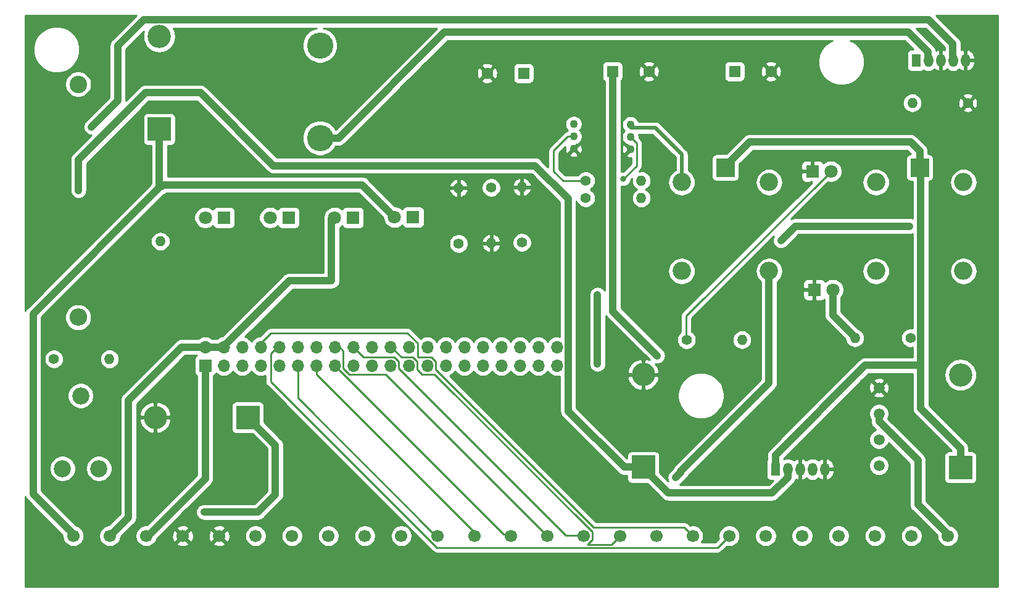
<source format=gbl>
G04 #@! TF.GenerationSoftware,KiCad,Pcbnew,(5.1.4-0-10_14)*
G04 #@! TF.CreationDate,2019-11-10T17:55:19-05:00*
G04 #@! TF.ProjectId,power_source,706f7765-725f-4736-9f75-7263652e6b69,1*
G04 #@! TF.SameCoordinates,Original*
G04 #@! TF.FileFunction,Copper,L2,Bot*
G04 #@! TF.FilePolarity,Positive*
%FSLAX46Y46*%
G04 Gerber Fmt 4.6, Leading zero omitted, Abs format (unit mm)*
G04 Created by KiCad (PCBNEW (5.1.4-0-10_14)) date 2019-11-10 17:55:19*
%MOMM*%
%LPD*%
G04 APERTURE LIST*
%ADD10C,2.340000*%
%ADD11C,1.100000*%
%ADD12O,1.400000X1.400000*%
%ADD13C,1.400000*%
%ADD14C,1.800000*%
%ADD15R,1.800000X1.800000*%
%ADD16C,1.700000*%
%ADD17O,1.275000X1.800000*%
%ADD18R,1.275000X1.800000*%
%ADD19C,3.600000*%
%ADD20O,2.400000X2.400000*%
%ADD21C,2.400000*%
%ADD22O,2.500000X2.500000*%
%ADD23R,2.500000X2.500000*%
%ADD24R,1.700000X1.700000*%
%ADD25O,1.700000X1.700000*%
%ADD26O,3.200000X3.200000*%
%ADD27R,3.200000X3.200000*%
%ADD28C,1.600000*%
%ADD29R,1.600000X1.600000*%
%ADD30C,1.500000*%
%ADD31C,0.800000*%
%ADD32C,1.016000*%
%ADD33C,0.250000*%
%ADD34C,0.508000*%
%ADD35C,0.254000*%
G04 APERTURE END LIST*
D10*
X36210240Y-178724560D03*
X33710240Y-168724560D03*
X31210240Y-178724560D03*
D11*
X109138720Y-134892520D03*
X109138720Y-133192520D03*
X109138720Y-131492520D03*
X101351080Y-134834100D03*
X101351080Y-133134100D03*
X101351080Y-131434100D03*
D12*
X110642400Y-141589760D03*
D13*
X103022400Y-141589760D03*
D12*
X110642400Y-139204700D03*
D13*
X103022400Y-139204700D03*
D14*
X76784200Y-144221200D03*
D15*
X79324200Y-144221200D03*
D16*
X152710000Y-187960000D03*
X147710000Y-187960000D03*
X142710000Y-187960000D03*
X137710000Y-187960000D03*
X132710000Y-187960000D03*
X127710000Y-187960000D03*
X122710000Y-187960000D03*
X117710000Y-187960000D03*
X112710000Y-187960000D03*
X107710000Y-187960000D03*
X102710000Y-187960000D03*
X97710000Y-187960000D03*
X92710000Y-187960000D03*
X87710000Y-187960000D03*
X82710000Y-187960000D03*
X77710000Y-187960000D03*
X72710000Y-187960000D03*
X67710000Y-187960000D03*
X62710000Y-187960000D03*
X57710000Y-187960000D03*
X52710000Y-187960000D03*
X47710000Y-187960000D03*
X42710000Y-187960000D03*
X37710000Y-187960000D03*
X32710000Y-187960000D03*
D17*
X155136000Y-122682000D03*
X153436000Y-122682000D03*
X151736000Y-122682000D03*
X150036000Y-122682000D03*
D18*
X148336000Y-122682000D03*
D17*
X135832000Y-178816000D03*
X134132000Y-178816000D03*
X132432000Y-178816000D03*
X130732000Y-178816000D03*
D18*
X129032000Y-178816000D03*
D12*
X94259400Y-140081000D03*
D13*
X94259400Y-147701000D03*
D12*
X85572600Y-140208000D03*
D13*
X85572600Y-147828000D03*
D12*
X90043000Y-147777200D03*
D13*
X90043000Y-140157200D03*
D12*
X44653200Y-147523200D03*
D13*
X44653200Y-139903200D03*
D12*
X147828000Y-128524000D03*
D13*
X155448000Y-128524000D03*
D12*
X37660580Y-163682680D03*
D13*
X30040580Y-163682680D03*
D12*
X124460000Y-161036000D03*
D13*
X116840000Y-161036000D03*
D12*
X139954000Y-160782000D03*
D13*
X147574000Y-160782000D03*
D19*
X66548000Y-133350000D03*
X66548000Y-120650000D03*
D20*
X33365440Y-157966220D03*
D21*
X33365440Y-125966220D03*
D22*
X128174000Y-139414000D03*
X128174000Y-151614000D03*
X116174000Y-151614000D03*
X116174000Y-139414000D03*
D23*
X122174000Y-137414000D03*
D22*
X154844000Y-139414000D03*
X154844000Y-151614000D03*
X142844000Y-151614000D03*
X142844000Y-139414000D03*
D23*
X148844000Y-137414000D03*
D24*
X50800000Y-164592000D03*
D25*
X50800000Y-162052000D03*
X53340000Y-164592000D03*
X53340000Y-162052000D03*
X55880000Y-164592000D03*
X55880000Y-162052000D03*
X58420000Y-164592000D03*
X58420000Y-162052000D03*
X60960000Y-164592000D03*
X60960000Y-162052000D03*
X63500000Y-164592000D03*
X63500000Y-162052000D03*
X66040000Y-164592000D03*
X66040000Y-162052000D03*
X68580000Y-164592000D03*
X68580000Y-162052000D03*
X71120000Y-164592000D03*
X71120000Y-162052000D03*
X73660000Y-164592000D03*
X73660000Y-162052000D03*
X76200000Y-164592000D03*
X76200000Y-162052000D03*
X78740000Y-164592000D03*
X78740000Y-162052000D03*
X81280000Y-164592000D03*
X81280000Y-162052000D03*
X83820000Y-164592000D03*
X83820000Y-162052000D03*
X86360000Y-164592000D03*
X86360000Y-162052000D03*
X88900000Y-164592000D03*
X88900000Y-162052000D03*
X91440000Y-164592000D03*
X91440000Y-162052000D03*
X93980000Y-164592000D03*
X93980000Y-162052000D03*
X96520000Y-164592000D03*
X96520000Y-162052000D03*
X99060000Y-164592000D03*
X99060000Y-162052000D03*
D14*
X59690000Y-144272000D03*
D15*
X62230000Y-144272000D03*
D14*
X68554600Y-144272000D03*
D15*
X71094600Y-144272000D03*
D14*
X50800000Y-144272000D03*
D15*
X53340000Y-144272000D03*
D26*
X154432000Y-165862000D03*
D27*
X154432000Y-178562000D03*
X44500800Y-132130800D03*
D26*
X44500800Y-119430800D03*
D14*
X136652000Y-137922000D03*
D15*
X134112000Y-137922000D03*
D14*
X136906000Y-154178000D03*
D15*
X134366000Y-154178000D03*
D26*
X43942000Y-171704000D03*
D27*
X56642000Y-171704000D03*
D26*
X110921800Y-165836600D03*
D27*
X110921800Y-178536600D03*
D28*
X128444000Y-124206000D03*
D29*
X123444000Y-124206000D03*
D28*
X111680000Y-124206000D03*
D29*
X106680000Y-124206000D03*
D28*
X89488000Y-124460000D03*
D29*
X94488000Y-124460000D03*
D30*
X143256000Y-167634000D03*
X143256000Y-171194000D03*
X143256000Y-174754000D03*
X143256000Y-178314000D03*
D31*
X112826800Y-163220400D03*
X147419060Y-145448020D03*
X129801620Y-147408900D03*
X33403540Y-140548360D03*
X50647600Y-184683400D03*
X104622600Y-164363400D03*
X104622600Y-154863800D03*
X115341400Y-179933600D03*
X38811200Y-128219200D03*
X35209480Y-131823460D03*
X108188760Y-138965940D03*
D32*
X50800000Y-162052000D02*
X53238400Y-162052000D01*
X53238400Y-162052000D02*
X62357000Y-152933400D01*
X62357000Y-152933400D02*
X68148200Y-152933400D01*
X68148200Y-145592800D02*
X68148200Y-144500600D01*
X68148200Y-152933400D02*
X68148200Y-145592800D01*
X68148200Y-145592800D02*
X68148200Y-144957800D01*
X68148200Y-144500600D02*
X68376800Y-144272000D01*
X112826800Y-163220400D02*
X106756200Y-157149800D01*
X106756200Y-157149800D02*
X106756200Y-124155200D01*
X131762500Y-145448020D02*
X129801620Y-147408900D01*
X147419060Y-145448020D02*
X131762500Y-145448020D01*
X50800000Y-162052000D02*
X47561500Y-162052000D01*
X47561500Y-162052000D02*
X40259000Y-169354500D01*
X40259000Y-169354500D02*
X40259000Y-185447940D01*
X40222060Y-185447940D02*
X40259000Y-185447940D01*
X37710000Y-187960000D02*
X40222060Y-185447940D01*
X130732000Y-179927902D02*
X128592702Y-182067200D01*
X130732000Y-178816000D02*
X130732000Y-179927902D01*
X128592702Y-182067200D02*
X114325400Y-182067200D01*
X114325400Y-182067200D02*
X110998000Y-178739800D01*
X100618001Y-170848801D02*
X100618001Y-141689801D01*
X108305800Y-178536600D02*
X100618001Y-170848801D01*
X110921800Y-178536600D02*
X108305800Y-178536600D01*
X100618001Y-141689801D02*
X96088200Y-137160000D01*
X96088200Y-137160000D02*
X60172600Y-137160000D01*
X60172600Y-137160000D02*
X50139600Y-127127000D01*
X50139600Y-127127000D02*
X42722800Y-127127000D01*
X42722800Y-127127000D02*
X42613580Y-127127000D01*
X33403540Y-136337040D02*
X33403540Y-140548360D01*
X42613580Y-127127000D02*
X33403540Y-136337040D01*
X69093584Y-133350000D02*
X83622384Y-118821200D01*
X66548000Y-133350000D02*
X69093584Y-133350000D01*
X147269200Y-118821200D02*
X149987000Y-121539000D01*
X83622384Y-118821200D02*
X147269200Y-118821200D01*
X149987000Y-121539000D02*
X149987000Y-122707400D01*
X50647600Y-184683400D02*
X58039000Y-184683400D01*
X58039000Y-184683400D02*
X60426600Y-182295800D01*
X60426600Y-182295800D02*
X60426600Y-175514000D01*
X60426600Y-175514000D02*
X56718200Y-171805600D01*
X44500800Y-132130800D02*
X44500800Y-139801600D01*
X44500800Y-139801600D02*
X44678600Y-139979400D01*
X27183999Y-157474001D02*
X27183999Y-182200199D01*
X44678600Y-139979400D02*
X27183999Y-157474001D01*
X27183999Y-182200199D02*
X32740600Y-187756800D01*
X32740600Y-187756800D02*
X32740600Y-187858400D01*
X32740600Y-187858400D02*
X32740600Y-187833000D01*
X148844000Y-135148000D02*
X147599400Y-133903400D01*
X148844000Y-137414000D02*
X148844000Y-135148000D01*
X147599400Y-133903400D02*
X125506800Y-133903400D01*
X125506800Y-133903400D02*
X121970800Y-137439400D01*
X154432000Y-175946000D02*
X148982001Y-170496001D01*
X154432000Y-178562000D02*
X154432000Y-175946000D01*
X148982001Y-137679001D02*
X148488400Y-137185400D01*
X141379799Y-164552201D02*
X148982001Y-164552201D01*
X129032000Y-178816000D02*
X129032000Y-176900000D01*
X129032000Y-176900000D02*
X141379799Y-164552201D01*
X148982001Y-164552201D02*
X148982001Y-137679001D01*
X148982001Y-170496001D02*
X148982001Y-164552201D01*
X76784200Y-144221200D02*
X72339200Y-139776200D01*
X72339200Y-139776200D02*
X44500800Y-139776200D01*
X143256000Y-172254660D02*
X148590000Y-177588660D01*
X143256000Y-171194000D02*
X143256000Y-172254660D01*
X148590000Y-177588660D02*
X148590000Y-183667400D01*
X148590000Y-183667400D02*
X152603200Y-187680600D01*
X136906000Y-154178000D02*
X136906000Y-157657800D01*
X136906000Y-157657800D02*
X139979400Y-160731200D01*
X139979400Y-160731200D02*
X139979400Y-160756600D01*
D33*
X136652000Y-137922000D02*
X116814600Y-157759400D01*
X116814600Y-157759400D02*
X116814600Y-160807400D01*
X116814600Y-160807400D02*
X117017800Y-161010600D01*
D32*
X50800000Y-164592000D02*
X50800000Y-180086000D01*
X50800000Y-180086000D02*
X42849800Y-188036200D01*
D33*
X79915001Y-165156001D02*
X79915001Y-164027999D01*
X80526001Y-165767001D02*
X79915001Y-165156001D01*
X103885001Y-187395999D02*
X82256003Y-165767001D01*
X79304001Y-163416999D02*
X77717399Y-163416999D01*
X103885001Y-188524001D02*
X103885001Y-187395999D01*
X103274001Y-189135001D02*
X103885001Y-188524001D01*
X82256003Y-165767001D02*
X80526001Y-165767001D01*
X106534999Y-189135001D02*
X103274001Y-189135001D01*
X79915001Y-164027999D02*
X79304001Y-163416999D01*
X107710000Y-187960000D02*
X106534999Y-189135001D01*
X77717399Y-163416999D02*
X76530200Y-162229800D01*
X77375001Y-164966003D02*
X100318198Y-187909200D01*
X77375001Y-164027999D02*
X77375001Y-164966003D01*
X72484999Y-163416999D02*
X76764001Y-163416999D01*
X76764001Y-163416999D02*
X77375001Y-164027999D01*
X71120000Y-162052000D02*
X72484999Y-163416999D01*
X100318198Y-187909200D02*
X102844600Y-187909200D01*
X69755001Y-164966003D02*
X69755001Y-162541201D01*
X75517001Y-165767001D02*
X70555999Y-165767001D01*
X70555999Y-165767001D02*
X69755001Y-164966003D01*
X97710000Y-187960000D02*
X75517001Y-165767001D01*
X69755001Y-162541201D02*
X68986400Y-161772600D01*
X68580000Y-164592000D02*
X91694000Y-187706000D01*
X91694000Y-187706000D02*
X92964000Y-187706000D01*
X66040000Y-165794081D02*
X87655400Y-187409481D01*
X66040000Y-164592000D02*
X66040000Y-165794081D01*
X87655400Y-187409481D02*
X87655400Y-187909200D01*
X63500000Y-164592000D02*
X63500000Y-169037000D01*
X63500000Y-169037000D02*
X82600800Y-188137800D01*
X59784999Y-166774001D02*
X59784999Y-162896801D01*
X82596009Y-189585011D02*
X59784999Y-166774001D01*
X121084989Y-189585011D02*
X82596009Y-189585011D01*
X122710000Y-187960000D02*
X121084989Y-189585011D01*
X59784999Y-162896801D02*
X60731400Y-161950400D01*
X79940411Y-161513409D02*
X78548602Y-160121600D01*
X79940411Y-163416999D02*
X79940411Y-161513409D01*
X81844001Y-163416999D02*
X79940411Y-163416999D01*
X117710000Y-187960000D02*
X116534999Y-186784999D01*
X82455001Y-164027999D02*
X81844001Y-163416999D01*
X116534999Y-186784999D02*
X104083999Y-186784999D01*
X82455001Y-165156001D02*
X82455001Y-164027999D01*
X104083999Y-186784999D02*
X82455001Y-165156001D01*
X78548602Y-160121600D02*
X59817000Y-160121600D01*
X59817000Y-160121600D02*
X58318400Y-161620200D01*
D32*
X104622600Y-164363400D02*
X104622600Y-154863800D01*
X128174000Y-151614000D02*
X128174000Y-166974000D01*
X128174000Y-166974000D02*
X116052600Y-179095400D01*
X116052600Y-179222400D02*
X115341400Y-179933600D01*
X116052600Y-179095400D02*
X116052600Y-179222400D01*
X38811200Y-128219200D02*
X38811200Y-120777000D01*
X38811200Y-120777000D02*
X38811200Y-120675400D01*
X42363801Y-117122799D02*
X150091999Y-117122799D01*
X38811200Y-120675400D02*
X42363801Y-117122799D01*
X150091999Y-117122799D02*
X153390600Y-120421400D01*
X153390600Y-120421400D02*
X153390600Y-122529600D01*
X38811200Y-128221740D02*
X35209480Y-131823460D01*
X38811200Y-128219200D02*
X38811200Y-128221740D01*
D34*
X109138720Y-131942520D02*
X112534380Y-131942520D01*
X112534380Y-131942520D02*
X116202460Y-135610600D01*
X116202460Y-135610600D02*
X116202460Y-139301220D01*
X116202460Y-139301220D02*
X116202460Y-139349480D01*
D33*
X100573263Y-133134100D02*
X98618040Y-135089323D01*
X101351080Y-133134100D02*
X100573263Y-133134100D01*
X98618040Y-135089323D02*
X98618040Y-137952480D01*
X98618040Y-137952480D02*
X99913440Y-139247880D01*
X99913440Y-139247880D02*
X103009700Y-139247880D01*
X110013721Y-137140979D02*
X108188760Y-138965940D01*
X110013721Y-134067521D02*
X110013721Y-137140979D01*
X109138720Y-133192520D02*
X110013721Y-134067521D01*
D35*
G36*
X38042681Y-119827474D02*
G01*
X37999067Y-119863267D01*
X37856232Y-120037311D01*
X37750097Y-120235877D01*
X37684739Y-120451333D01*
X37668200Y-120619254D01*
X37668200Y-120619261D01*
X37662671Y-120675400D01*
X37668200Y-120731539D01*
X37668200Y-120833145D01*
X37668201Y-120833155D01*
X37668200Y-127748293D01*
X34361556Y-131054939D01*
X34254513Y-131185372D01*
X34148378Y-131383937D01*
X34083019Y-131599393D01*
X34060951Y-131823460D01*
X34083019Y-132047527D01*
X34148378Y-132262983D01*
X34254513Y-132461548D01*
X34397347Y-132635593D01*
X34571392Y-132778427D01*
X34769957Y-132884562D01*
X34985413Y-132949921D01*
X35157286Y-132966849D01*
X32635023Y-135489112D01*
X32591407Y-135524907D01*
X32448572Y-135698952D01*
X32342437Y-135897518D01*
X32305016Y-136020879D01*
X32280115Y-136102967D01*
X32277079Y-136112974D01*
X32260540Y-136280895D01*
X32260540Y-136280901D01*
X32255011Y-136337040D01*
X32260540Y-136393179D01*
X32260541Y-140604506D01*
X32277080Y-140772427D01*
X32342438Y-140987883D01*
X32448573Y-141186449D01*
X32591408Y-141360493D01*
X32765452Y-141503328D01*
X32964018Y-141609463D01*
X33179474Y-141674821D01*
X33403540Y-141696890D01*
X33627607Y-141674821D01*
X33843063Y-141609463D01*
X34041629Y-141503328D01*
X34215673Y-141360493D01*
X34358508Y-141186449D01*
X34464643Y-140987883D01*
X34530001Y-140772427D01*
X34546540Y-140604506D01*
X34546540Y-136810485D01*
X43087026Y-128270000D01*
X49666155Y-128270000D01*
X59324675Y-137928521D01*
X59360467Y-137972133D01*
X59534511Y-138114968D01*
X59663911Y-138184133D01*
X59733076Y-138221103D01*
X59948532Y-138286461D01*
X59969117Y-138288488D01*
X60116454Y-138303000D01*
X60116461Y-138303000D01*
X60172600Y-138308529D01*
X60228739Y-138303000D01*
X95614755Y-138303000D01*
X99475002Y-142163248D01*
X99475001Y-160626069D01*
X99351111Y-160588487D01*
X99132950Y-160567000D01*
X98987050Y-160567000D01*
X98768889Y-160588487D01*
X98488966Y-160673401D01*
X98230986Y-160811294D01*
X98004866Y-160996866D01*
X97819294Y-161222986D01*
X97790000Y-161277791D01*
X97760706Y-161222986D01*
X97575134Y-160996866D01*
X97349014Y-160811294D01*
X97091034Y-160673401D01*
X96811111Y-160588487D01*
X96592950Y-160567000D01*
X96447050Y-160567000D01*
X96228889Y-160588487D01*
X95948966Y-160673401D01*
X95690986Y-160811294D01*
X95464866Y-160996866D01*
X95279294Y-161222986D01*
X95250000Y-161277791D01*
X95220706Y-161222986D01*
X95035134Y-160996866D01*
X94809014Y-160811294D01*
X94551034Y-160673401D01*
X94271111Y-160588487D01*
X94052950Y-160567000D01*
X93907050Y-160567000D01*
X93688889Y-160588487D01*
X93408966Y-160673401D01*
X93150986Y-160811294D01*
X92924866Y-160996866D01*
X92739294Y-161222986D01*
X92710000Y-161277791D01*
X92680706Y-161222986D01*
X92495134Y-160996866D01*
X92269014Y-160811294D01*
X92011034Y-160673401D01*
X91731111Y-160588487D01*
X91512950Y-160567000D01*
X91367050Y-160567000D01*
X91148889Y-160588487D01*
X90868966Y-160673401D01*
X90610986Y-160811294D01*
X90384866Y-160996866D01*
X90199294Y-161222986D01*
X90170000Y-161277791D01*
X90140706Y-161222986D01*
X89955134Y-160996866D01*
X89729014Y-160811294D01*
X89471034Y-160673401D01*
X89191111Y-160588487D01*
X88972950Y-160567000D01*
X88827050Y-160567000D01*
X88608889Y-160588487D01*
X88328966Y-160673401D01*
X88070986Y-160811294D01*
X87844866Y-160996866D01*
X87659294Y-161222986D01*
X87630000Y-161277791D01*
X87600706Y-161222986D01*
X87415134Y-160996866D01*
X87189014Y-160811294D01*
X86931034Y-160673401D01*
X86651111Y-160588487D01*
X86432950Y-160567000D01*
X86287050Y-160567000D01*
X86068889Y-160588487D01*
X85788966Y-160673401D01*
X85530986Y-160811294D01*
X85304866Y-160996866D01*
X85119294Y-161222986D01*
X85090000Y-161277791D01*
X85060706Y-161222986D01*
X84875134Y-160996866D01*
X84649014Y-160811294D01*
X84391034Y-160673401D01*
X84111111Y-160588487D01*
X83892950Y-160567000D01*
X83747050Y-160567000D01*
X83528889Y-160588487D01*
X83248966Y-160673401D01*
X82990986Y-160811294D01*
X82764866Y-160996866D01*
X82579294Y-161222986D01*
X82550000Y-161277791D01*
X82520706Y-161222986D01*
X82335134Y-160996866D01*
X82109014Y-160811294D01*
X81851034Y-160673401D01*
X81571111Y-160588487D01*
X81352950Y-160567000D01*
X81207050Y-160567000D01*
X80988889Y-160588487D01*
X80708966Y-160673401D01*
X80450986Y-160811294D01*
X80375252Y-160873448D01*
X79112406Y-159610603D01*
X79088603Y-159581599D01*
X78972878Y-159486626D01*
X78840849Y-159416054D01*
X78697588Y-159372597D01*
X78585935Y-159361600D01*
X78585924Y-159361600D01*
X78548602Y-159357924D01*
X78511280Y-159361600D01*
X59854322Y-159361600D01*
X59816999Y-159357924D01*
X59779676Y-159361600D01*
X59779667Y-159361600D01*
X59668014Y-159372597D01*
X59524753Y-159416054D01*
X59392724Y-159486626D01*
X59392722Y-159486627D01*
X59392723Y-159486627D01*
X59305996Y-159557801D01*
X59305992Y-159557805D01*
X59276999Y-159581599D01*
X59253205Y-159610592D01*
X58291308Y-160572490D01*
X58128889Y-160588487D01*
X57848966Y-160673401D01*
X57590986Y-160811294D01*
X57364866Y-160996866D01*
X57179294Y-161222986D01*
X57144799Y-161287523D01*
X57075178Y-161170645D01*
X56880269Y-160954412D01*
X56646920Y-160780359D01*
X56384099Y-160655175D01*
X56282490Y-160624355D01*
X62830446Y-154076400D01*
X68092054Y-154076400D01*
X68148200Y-154081930D01*
X68204346Y-154076400D01*
X68372267Y-154059861D01*
X68587723Y-153994503D01*
X68786289Y-153888368D01*
X68960333Y-153745533D01*
X69103168Y-153571489D01*
X69209303Y-153372923D01*
X69274661Y-153157467D01*
X69296730Y-152933400D01*
X69291200Y-152877254D01*
X69291200Y-147696514D01*
X84237600Y-147696514D01*
X84237600Y-147959486D01*
X84288904Y-148217405D01*
X84389539Y-148460359D01*
X84535638Y-148679013D01*
X84721587Y-148864962D01*
X84940241Y-149011061D01*
X85183195Y-149111696D01*
X85441114Y-149163000D01*
X85704086Y-149163000D01*
X85962005Y-149111696D01*
X86204959Y-149011061D01*
X86423613Y-148864962D01*
X86609562Y-148679013D01*
X86755661Y-148460359D01*
X86856296Y-148217405D01*
X86877555Y-148110530D01*
X88750278Y-148110530D01*
X88840147Y-148356323D01*
X88976241Y-148579860D01*
X89153330Y-148772551D01*
X89364608Y-148926992D01*
X89601956Y-149037247D01*
X89709671Y-149069916D01*
X89916000Y-148946574D01*
X89916000Y-147904200D01*
X90170000Y-147904200D01*
X90170000Y-148946574D01*
X90376329Y-149069916D01*
X90484044Y-149037247D01*
X90721392Y-148926992D01*
X90932670Y-148772551D01*
X91109759Y-148579860D01*
X91245853Y-148356323D01*
X91335722Y-148110530D01*
X91213201Y-147904200D01*
X90170000Y-147904200D01*
X89916000Y-147904200D01*
X88872799Y-147904200D01*
X88750278Y-148110530D01*
X86877555Y-148110530D01*
X86907600Y-147959486D01*
X86907600Y-147696514D01*
X86857346Y-147443870D01*
X88750278Y-147443870D01*
X88872799Y-147650200D01*
X89916000Y-147650200D01*
X89916000Y-146607826D01*
X90170000Y-146607826D01*
X90170000Y-147650200D01*
X91213201Y-147650200D01*
X91261113Y-147569514D01*
X92924400Y-147569514D01*
X92924400Y-147832486D01*
X92975704Y-148090405D01*
X93076339Y-148333359D01*
X93222438Y-148552013D01*
X93408387Y-148737962D01*
X93627041Y-148884061D01*
X93869995Y-148984696D01*
X94127914Y-149036000D01*
X94390886Y-149036000D01*
X94648805Y-148984696D01*
X94891759Y-148884061D01*
X95110413Y-148737962D01*
X95296362Y-148552013D01*
X95442461Y-148333359D01*
X95543096Y-148090405D01*
X95594400Y-147832486D01*
X95594400Y-147569514D01*
X95543096Y-147311595D01*
X95442461Y-147068641D01*
X95296362Y-146849987D01*
X95110413Y-146664038D01*
X94891759Y-146517939D01*
X94648805Y-146417304D01*
X94390886Y-146366000D01*
X94127914Y-146366000D01*
X93869995Y-146417304D01*
X93627041Y-146517939D01*
X93408387Y-146664038D01*
X93222438Y-146849987D01*
X93076339Y-147068641D01*
X92975704Y-147311595D01*
X92924400Y-147569514D01*
X91261113Y-147569514D01*
X91335722Y-147443870D01*
X91245853Y-147198077D01*
X91109759Y-146974540D01*
X90932670Y-146781849D01*
X90721392Y-146627408D01*
X90484044Y-146517153D01*
X90376329Y-146484484D01*
X90170000Y-146607826D01*
X89916000Y-146607826D01*
X89709671Y-146484484D01*
X89601956Y-146517153D01*
X89364608Y-146627408D01*
X89153330Y-146781849D01*
X88976241Y-146974540D01*
X88840147Y-147198077D01*
X88750278Y-147443870D01*
X86857346Y-147443870D01*
X86856296Y-147438595D01*
X86755661Y-147195641D01*
X86609562Y-146976987D01*
X86423613Y-146791038D01*
X86204959Y-146644939D01*
X85962005Y-146544304D01*
X85704086Y-146493000D01*
X85441114Y-146493000D01*
X85183195Y-146544304D01*
X84940241Y-146644939D01*
X84721587Y-146791038D01*
X84535638Y-146976987D01*
X84389539Y-147195641D01*
X84288904Y-147438595D01*
X84237600Y-147696514D01*
X69291200Y-147696514D01*
X69291200Y-145625948D01*
X69533105Y-145464312D01*
X69599544Y-145397873D01*
X69605098Y-145416180D01*
X69664063Y-145526494D01*
X69743415Y-145623185D01*
X69840106Y-145702537D01*
X69950420Y-145761502D01*
X70070118Y-145797812D01*
X70194600Y-145810072D01*
X71994600Y-145810072D01*
X72119082Y-145797812D01*
X72238780Y-145761502D01*
X72349094Y-145702537D01*
X72445785Y-145623185D01*
X72525137Y-145526494D01*
X72584102Y-145416180D01*
X72620412Y-145296482D01*
X72632672Y-145172000D01*
X72632672Y-143372000D01*
X72620412Y-143247518D01*
X72584102Y-143127820D01*
X72525137Y-143017506D01*
X72445785Y-142920815D01*
X72349094Y-142841463D01*
X72238780Y-142782498D01*
X72119082Y-142746188D01*
X71994600Y-142733928D01*
X70194600Y-142733928D01*
X70070118Y-142746188D01*
X69950420Y-142782498D01*
X69840106Y-142841463D01*
X69743415Y-142920815D01*
X69664063Y-143017506D01*
X69605098Y-143127820D01*
X69599544Y-143146127D01*
X69533105Y-143079688D01*
X69281695Y-142911701D01*
X69002343Y-142795989D01*
X68705784Y-142737000D01*
X68403416Y-142737000D01*
X68106857Y-142795989D01*
X67827505Y-142911701D01*
X67576095Y-143079688D01*
X67362288Y-143293495D01*
X67194301Y-143544905D01*
X67078589Y-143824257D01*
X67019600Y-144120816D01*
X67019600Y-144298250D01*
X67005200Y-144444454D01*
X67005200Y-144444461D01*
X66999671Y-144500600D01*
X67005200Y-144556739D01*
X67005200Y-145648945D01*
X67005201Y-145648955D01*
X67005200Y-151790400D01*
X62413139Y-151790400D01*
X62357000Y-151784871D01*
X62300861Y-151790400D01*
X62300854Y-151790400D01*
X62153517Y-151804912D01*
X62132932Y-151806939D01*
X62067574Y-151826765D01*
X61917477Y-151872297D01*
X61718911Y-151978432D01*
X61544867Y-152121267D01*
X61509077Y-152164877D01*
X53089464Y-160584491D01*
X53048889Y-160588487D01*
X52768966Y-160673401D01*
X52510986Y-160811294D01*
X52391931Y-160909000D01*
X51748069Y-160909000D01*
X51629014Y-160811294D01*
X51371034Y-160673401D01*
X51091111Y-160588487D01*
X50872950Y-160567000D01*
X50727050Y-160567000D01*
X50508889Y-160588487D01*
X50228966Y-160673401D01*
X49970986Y-160811294D01*
X49851931Y-160909000D01*
X47617639Y-160909000D01*
X47561500Y-160903471D01*
X47505361Y-160909000D01*
X47505354Y-160909000D01*
X47337433Y-160925539D01*
X47121976Y-160990897D01*
X47060797Y-161023598D01*
X46923411Y-161097032D01*
X46749367Y-161239867D01*
X46713577Y-161283477D01*
X39490483Y-168506572D01*
X39446867Y-168542367D01*
X39304032Y-168716412D01*
X39197897Y-168914978D01*
X39132539Y-169130434D01*
X39116000Y-169298355D01*
X39116000Y-169298361D01*
X39110471Y-169354500D01*
X39116000Y-169410639D01*
X39116001Y-184937552D01*
X37578554Y-186475000D01*
X37563740Y-186475000D01*
X37276842Y-186532068D01*
X37006589Y-186644010D01*
X36763368Y-186806525D01*
X36556525Y-187013368D01*
X36394010Y-187256589D01*
X36282068Y-187526842D01*
X36225000Y-187813740D01*
X36225000Y-188106260D01*
X36282068Y-188393158D01*
X36394010Y-188663411D01*
X36556525Y-188906632D01*
X36763368Y-189113475D01*
X37006589Y-189275990D01*
X37276842Y-189387932D01*
X37563740Y-189445000D01*
X37856260Y-189445000D01*
X38143158Y-189387932D01*
X38413411Y-189275990D01*
X38656632Y-189113475D01*
X38863475Y-188906632D01*
X39025990Y-188663411D01*
X39137932Y-188393158D01*
X39195000Y-188106260D01*
X39195000Y-188091446D01*
X40867980Y-186418467D01*
X40897089Y-186402908D01*
X41071133Y-186260073D01*
X41213968Y-186086029D01*
X41320103Y-185887463D01*
X41385461Y-185672007D01*
X41407530Y-185447940D01*
X41402000Y-185391794D01*
X41402000Y-172178503D01*
X41757950Y-172178503D01*
X41862407Y-172522861D01*
X42062118Y-172912835D01*
X42334071Y-173256354D01*
X42667816Y-173540217D01*
X43050527Y-173753516D01*
X43467497Y-173888053D01*
X43815000Y-173776642D01*
X43815000Y-171831000D01*
X44069000Y-171831000D01*
X44069000Y-173776642D01*
X44416503Y-173888053D01*
X44833473Y-173753516D01*
X45216184Y-173540217D01*
X45549929Y-173256354D01*
X45821882Y-172912835D01*
X46021593Y-172522861D01*
X46126050Y-172178503D01*
X46014362Y-171831000D01*
X44069000Y-171831000D01*
X43815000Y-171831000D01*
X41869638Y-171831000D01*
X41757950Y-172178503D01*
X41402000Y-172178503D01*
X41402000Y-171229497D01*
X41757950Y-171229497D01*
X41869638Y-171577000D01*
X43815000Y-171577000D01*
X43815000Y-169631358D01*
X44069000Y-169631358D01*
X44069000Y-171577000D01*
X46014362Y-171577000D01*
X46126050Y-171229497D01*
X46021593Y-170885139D01*
X45821882Y-170495165D01*
X45549929Y-170151646D01*
X45216184Y-169867783D01*
X44833473Y-169654484D01*
X44416503Y-169519947D01*
X44069000Y-169631358D01*
X43815000Y-169631358D01*
X43467497Y-169519947D01*
X43050527Y-169654484D01*
X42667816Y-169867783D01*
X42334071Y-170151646D01*
X42062118Y-170495165D01*
X41862407Y-170885139D01*
X41757950Y-171229497D01*
X41402000Y-171229497D01*
X41402000Y-169827945D01*
X48034946Y-163195000D01*
X49626306Y-163195000D01*
X49595506Y-163211463D01*
X49498815Y-163290815D01*
X49419463Y-163387506D01*
X49360498Y-163497820D01*
X49324188Y-163617518D01*
X49311928Y-163742000D01*
X49311928Y-165442000D01*
X49324188Y-165566482D01*
X49360498Y-165686180D01*
X49419463Y-165796494D01*
X49498815Y-165893185D01*
X49595506Y-165972537D01*
X49657000Y-166005407D01*
X49657001Y-179612553D01*
X42794555Y-186475000D01*
X42563740Y-186475000D01*
X42276842Y-186532068D01*
X42006589Y-186644010D01*
X41763368Y-186806525D01*
X41556525Y-187013368D01*
X41394010Y-187256589D01*
X41282068Y-187526842D01*
X41225000Y-187813740D01*
X41225000Y-188106260D01*
X41282068Y-188393158D01*
X41394010Y-188663411D01*
X41556525Y-188906632D01*
X41763368Y-189113475D01*
X42006589Y-189275990D01*
X42276842Y-189387932D01*
X42563740Y-189445000D01*
X42856260Y-189445000D01*
X43143158Y-189387932D01*
X43413411Y-189275990D01*
X43656632Y-189113475D01*
X43781710Y-188988397D01*
X46861208Y-188988397D01*
X46938843Y-189237472D01*
X47202883Y-189363371D01*
X47486411Y-189435339D01*
X47778531Y-189450611D01*
X48068019Y-189408599D01*
X48343747Y-189310919D01*
X48481157Y-189237472D01*
X48558792Y-188988397D01*
X51861208Y-188988397D01*
X51938843Y-189237472D01*
X52202883Y-189363371D01*
X52486411Y-189435339D01*
X52778531Y-189450611D01*
X53068019Y-189408599D01*
X53343747Y-189310919D01*
X53481157Y-189237472D01*
X53558792Y-188988397D01*
X52710000Y-188139605D01*
X51861208Y-188988397D01*
X48558792Y-188988397D01*
X47710000Y-188139605D01*
X46861208Y-188988397D01*
X43781710Y-188988397D01*
X43863475Y-188906632D01*
X44025990Y-188663411D01*
X44137932Y-188393158D01*
X44145045Y-188357400D01*
X44473914Y-188028531D01*
X46219389Y-188028531D01*
X46261401Y-188318019D01*
X46359081Y-188593747D01*
X46432528Y-188731157D01*
X46681603Y-188808792D01*
X47530395Y-187960000D01*
X47889605Y-187960000D01*
X48738397Y-188808792D01*
X48987472Y-188731157D01*
X49113371Y-188467117D01*
X49185339Y-188183589D01*
X49193445Y-188028531D01*
X51219389Y-188028531D01*
X51261401Y-188318019D01*
X51359081Y-188593747D01*
X51432528Y-188731157D01*
X51681603Y-188808792D01*
X52530395Y-187960000D01*
X52889605Y-187960000D01*
X53738397Y-188808792D01*
X53987472Y-188731157D01*
X54113371Y-188467117D01*
X54185339Y-188183589D01*
X54200611Y-187891469D01*
X54189331Y-187813740D01*
X56225000Y-187813740D01*
X56225000Y-188106260D01*
X56282068Y-188393158D01*
X56394010Y-188663411D01*
X56556525Y-188906632D01*
X56763368Y-189113475D01*
X57006589Y-189275990D01*
X57276842Y-189387932D01*
X57563740Y-189445000D01*
X57856260Y-189445000D01*
X58143158Y-189387932D01*
X58413411Y-189275990D01*
X58656632Y-189113475D01*
X58863475Y-188906632D01*
X59025990Y-188663411D01*
X59137932Y-188393158D01*
X59195000Y-188106260D01*
X59195000Y-187813740D01*
X61225000Y-187813740D01*
X61225000Y-188106260D01*
X61282068Y-188393158D01*
X61394010Y-188663411D01*
X61556525Y-188906632D01*
X61763368Y-189113475D01*
X62006589Y-189275990D01*
X62276842Y-189387932D01*
X62563740Y-189445000D01*
X62856260Y-189445000D01*
X63143158Y-189387932D01*
X63413411Y-189275990D01*
X63656632Y-189113475D01*
X63863475Y-188906632D01*
X64025990Y-188663411D01*
X64137932Y-188393158D01*
X64195000Y-188106260D01*
X64195000Y-187813740D01*
X66225000Y-187813740D01*
X66225000Y-188106260D01*
X66282068Y-188393158D01*
X66394010Y-188663411D01*
X66556525Y-188906632D01*
X66763368Y-189113475D01*
X67006589Y-189275990D01*
X67276842Y-189387932D01*
X67563740Y-189445000D01*
X67856260Y-189445000D01*
X68143158Y-189387932D01*
X68413411Y-189275990D01*
X68656632Y-189113475D01*
X68863475Y-188906632D01*
X69025990Y-188663411D01*
X69137932Y-188393158D01*
X69195000Y-188106260D01*
X69195000Y-187813740D01*
X71225000Y-187813740D01*
X71225000Y-188106260D01*
X71282068Y-188393158D01*
X71394010Y-188663411D01*
X71556525Y-188906632D01*
X71763368Y-189113475D01*
X72006589Y-189275990D01*
X72276842Y-189387932D01*
X72563740Y-189445000D01*
X72856260Y-189445000D01*
X73143158Y-189387932D01*
X73413411Y-189275990D01*
X73656632Y-189113475D01*
X73863475Y-188906632D01*
X74025990Y-188663411D01*
X74137932Y-188393158D01*
X74195000Y-188106260D01*
X74195000Y-187813740D01*
X76225000Y-187813740D01*
X76225000Y-188106260D01*
X76282068Y-188393158D01*
X76394010Y-188663411D01*
X76556525Y-188906632D01*
X76763368Y-189113475D01*
X77006589Y-189275990D01*
X77276842Y-189387932D01*
X77563740Y-189445000D01*
X77856260Y-189445000D01*
X78143158Y-189387932D01*
X78413411Y-189275990D01*
X78656632Y-189113475D01*
X78863475Y-188906632D01*
X79025990Y-188663411D01*
X79137932Y-188393158D01*
X79195000Y-188106260D01*
X79195000Y-187813740D01*
X79137932Y-187526842D01*
X79025990Y-187256589D01*
X78863475Y-187013368D01*
X78656632Y-186806525D01*
X78413411Y-186644010D01*
X78143158Y-186532068D01*
X77856260Y-186475000D01*
X77563740Y-186475000D01*
X77276842Y-186532068D01*
X77006589Y-186644010D01*
X76763368Y-186806525D01*
X76556525Y-187013368D01*
X76394010Y-187256589D01*
X76282068Y-187526842D01*
X76225000Y-187813740D01*
X74195000Y-187813740D01*
X74137932Y-187526842D01*
X74025990Y-187256589D01*
X73863475Y-187013368D01*
X73656632Y-186806525D01*
X73413411Y-186644010D01*
X73143158Y-186532068D01*
X72856260Y-186475000D01*
X72563740Y-186475000D01*
X72276842Y-186532068D01*
X72006589Y-186644010D01*
X71763368Y-186806525D01*
X71556525Y-187013368D01*
X71394010Y-187256589D01*
X71282068Y-187526842D01*
X71225000Y-187813740D01*
X69195000Y-187813740D01*
X69137932Y-187526842D01*
X69025990Y-187256589D01*
X68863475Y-187013368D01*
X68656632Y-186806525D01*
X68413411Y-186644010D01*
X68143158Y-186532068D01*
X67856260Y-186475000D01*
X67563740Y-186475000D01*
X67276842Y-186532068D01*
X67006589Y-186644010D01*
X66763368Y-186806525D01*
X66556525Y-187013368D01*
X66394010Y-187256589D01*
X66282068Y-187526842D01*
X66225000Y-187813740D01*
X64195000Y-187813740D01*
X64137932Y-187526842D01*
X64025990Y-187256589D01*
X63863475Y-187013368D01*
X63656632Y-186806525D01*
X63413411Y-186644010D01*
X63143158Y-186532068D01*
X62856260Y-186475000D01*
X62563740Y-186475000D01*
X62276842Y-186532068D01*
X62006589Y-186644010D01*
X61763368Y-186806525D01*
X61556525Y-187013368D01*
X61394010Y-187256589D01*
X61282068Y-187526842D01*
X61225000Y-187813740D01*
X59195000Y-187813740D01*
X59137932Y-187526842D01*
X59025990Y-187256589D01*
X58863475Y-187013368D01*
X58656632Y-186806525D01*
X58413411Y-186644010D01*
X58143158Y-186532068D01*
X57856260Y-186475000D01*
X57563740Y-186475000D01*
X57276842Y-186532068D01*
X57006589Y-186644010D01*
X56763368Y-186806525D01*
X56556525Y-187013368D01*
X56394010Y-187256589D01*
X56282068Y-187526842D01*
X56225000Y-187813740D01*
X54189331Y-187813740D01*
X54158599Y-187601981D01*
X54060919Y-187326253D01*
X53987472Y-187188843D01*
X53738397Y-187111208D01*
X52889605Y-187960000D01*
X52530395Y-187960000D01*
X51681603Y-187111208D01*
X51432528Y-187188843D01*
X51306629Y-187452883D01*
X51234661Y-187736411D01*
X51219389Y-188028531D01*
X49193445Y-188028531D01*
X49200611Y-187891469D01*
X49158599Y-187601981D01*
X49060919Y-187326253D01*
X48987472Y-187188843D01*
X48738397Y-187111208D01*
X47889605Y-187960000D01*
X47530395Y-187960000D01*
X46681603Y-187111208D01*
X46432528Y-187188843D01*
X46306629Y-187452883D01*
X46234661Y-187736411D01*
X46219389Y-188028531D01*
X44473914Y-188028531D01*
X45570842Y-186931603D01*
X46861208Y-186931603D01*
X47710000Y-187780395D01*
X48558792Y-186931603D01*
X51861208Y-186931603D01*
X52710000Y-187780395D01*
X53558792Y-186931603D01*
X53481157Y-186682528D01*
X53217117Y-186556629D01*
X52933589Y-186484661D01*
X52641469Y-186469389D01*
X52351981Y-186511401D01*
X52076253Y-186609081D01*
X51938843Y-186682528D01*
X51861208Y-186931603D01*
X48558792Y-186931603D01*
X48481157Y-186682528D01*
X48217117Y-186556629D01*
X47933589Y-186484661D01*
X47641469Y-186469389D01*
X47351981Y-186511401D01*
X47076253Y-186609081D01*
X46938843Y-186682528D01*
X46861208Y-186931603D01*
X45570842Y-186931603D01*
X47819045Y-184683400D01*
X49499070Y-184683400D01*
X49521139Y-184907467D01*
X49586497Y-185122923D01*
X49692632Y-185321489D01*
X49835467Y-185495533D01*
X50009511Y-185638368D01*
X50208077Y-185744503D01*
X50423533Y-185809861D01*
X50591454Y-185826400D01*
X57982861Y-185826400D01*
X58039000Y-185831929D01*
X58095139Y-185826400D01*
X58095146Y-185826400D01*
X58263067Y-185809861D01*
X58478523Y-185744503D01*
X58677089Y-185638368D01*
X58851133Y-185495533D01*
X58886927Y-185451918D01*
X61195129Y-183143718D01*
X61238733Y-183107933D01*
X61274518Y-183064329D01*
X61274524Y-183064323D01*
X61381567Y-182933890D01*
X61381568Y-182933889D01*
X61487703Y-182735323D01*
X61553061Y-182519867D01*
X61569600Y-182351946D01*
X61569600Y-182351940D01*
X61575129Y-182295801D01*
X61569600Y-182239662D01*
X61569600Y-175570139D01*
X61575129Y-175514000D01*
X61569600Y-175457861D01*
X61569600Y-175457854D01*
X61553061Y-175289933D01*
X61487703Y-175074477D01*
X61487703Y-175074476D01*
X61443101Y-174991032D01*
X61381568Y-174875911D01*
X61238733Y-174701867D01*
X61195123Y-174666077D01*
X58880072Y-172351027D01*
X58880072Y-170104000D01*
X58867812Y-169979518D01*
X58831502Y-169859820D01*
X58772537Y-169749506D01*
X58693185Y-169652815D01*
X58596494Y-169573463D01*
X58486180Y-169514498D01*
X58366482Y-169478188D01*
X58242000Y-169465928D01*
X55042000Y-169465928D01*
X54917518Y-169478188D01*
X54797820Y-169514498D01*
X54687506Y-169573463D01*
X54590815Y-169652815D01*
X54511463Y-169749506D01*
X54452498Y-169859820D01*
X54416188Y-169979518D01*
X54403928Y-170104000D01*
X54403928Y-173304000D01*
X54416188Y-173428482D01*
X54452498Y-173548180D01*
X54511463Y-173658494D01*
X54590815Y-173755185D01*
X54687506Y-173834537D01*
X54797820Y-173893502D01*
X54917518Y-173929812D01*
X55042000Y-173942072D01*
X57238227Y-173942072D01*
X59283601Y-175987447D01*
X59283600Y-181822353D01*
X57565555Y-183540400D01*
X50591454Y-183540400D01*
X50423533Y-183556939D01*
X50208077Y-183622297D01*
X50009511Y-183728432D01*
X49835467Y-183871267D01*
X49692632Y-184045311D01*
X49586497Y-184243877D01*
X49521139Y-184459333D01*
X49499070Y-184683400D01*
X47819045Y-184683400D01*
X51568523Y-180933923D01*
X51612133Y-180898133D01*
X51754968Y-180724089D01*
X51824836Y-180593374D01*
X51861103Y-180525524D01*
X51926461Y-180310068D01*
X51932975Y-180243929D01*
X51943000Y-180142146D01*
X51943000Y-180142139D01*
X51948529Y-180086000D01*
X51943000Y-180029861D01*
X51943000Y-166005407D01*
X52004494Y-165972537D01*
X52101185Y-165893185D01*
X52180537Y-165796494D01*
X52239502Y-165686180D01*
X52260393Y-165617313D01*
X52284866Y-165647134D01*
X52510986Y-165832706D01*
X52768966Y-165970599D01*
X53048889Y-166055513D01*
X53267050Y-166077000D01*
X53412950Y-166077000D01*
X53631111Y-166055513D01*
X53911034Y-165970599D01*
X54169014Y-165832706D01*
X54395134Y-165647134D01*
X54580706Y-165421014D01*
X54610000Y-165366209D01*
X54639294Y-165421014D01*
X54824866Y-165647134D01*
X55050986Y-165832706D01*
X55308966Y-165970599D01*
X55588889Y-166055513D01*
X55807050Y-166077000D01*
X55952950Y-166077000D01*
X56171111Y-166055513D01*
X56451034Y-165970599D01*
X56709014Y-165832706D01*
X56935134Y-165647134D01*
X57120706Y-165421014D01*
X57150000Y-165366209D01*
X57179294Y-165421014D01*
X57364866Y-165647134D01*
X57590986Y-165832706D01*
X57848966Y-165970599D01*
X58128889Y-166055513D01*
X58347050Y-166077000D01*
X58492950Y-166077000D01*
X58711111Y-166055513D01*
X58991034Y-165970599D01*
X59024999Y-165952444D01*
X59024999Y-166736678D01*
X59021323Y-166774001D01*
X59024999Y-166811323D01*
X59024999Y-166811333D01*
X59035996Y-166922986D01*
X59075148Y-167052055D01*
X59079453Y-167066247D01*
X59150025Y-167198277D01*
X59189870Y-167246827D01*
X59244998Y-167314002D01*
X59274002Y-167337805D01*
X82032210Y-190096014D01*
X82056008Y-190125012D01*
X82171733Y-190219985D01*
X82303762Y-190290557D01*
X82447023Y-190334014D01*
X82558676Y-190345011D01*
X82558684Y-190345011D01*
X82596009Y-190348687D01*
X82633334Y-190345011D01*
X121047667Y-190345011D01*
X121084989Y-190348687D01*
X121122311Y-190345011D01*
X121122322Y-190345011D01*
X121233975Y-190334014D01*
X121377236Y-190290557D01*
X121509265Y-190219985D01*
X121624990Y-190125012D01*
X121648793Y-190096008D01*
X122343592Y-189401209D01*
X122563740Y-189445000D01*
X122856260Y-189445000D01*
X123143158Y-189387932D01*
X123413411Y-189275990D01*
X123656632Y-189113475D01*
X123863475Y-188906632D01*
X124025990Y-188663411D01*
X124137932Y-188393158D01*
X124195000Y-188106260D01*
X124195000Y-187813740D01*
X126225000Y-187813740D01*
X126225000Y-188106260D01*
X126282068Y-188393158D01*
X126394010Y-188663411D01*
X126556525Y-188906632D01*
X126763368Y-189113475D01*
X127006589Y-189275990D01*
X127276842Y-189387932D01*
X127563740Y-189445000D01*
X127856260Y-189445000D01*
X128143158Y-189387932D01*
X128413411Y-189275990D01*
X128656632Y-189113475D01*
X128863475Y-188906632D01*
X129025990Y-188663411D01*
X129137932Y-188393158D01*
X129195000Y-188106260D01*
X129195000Y-187813740D01*
X131225000Y-187813740D01*
X131225000Y-188106260D01*
X131282068Y-188393158D01*
X131394010Y-188663411D01*
X131556525Y-188906632D01*
X131763368Y-189113475D01*
X132006589Y-189275990D01*
X132276842Y-189387932D01*
X132563740Y-189445000D01*
X132856260Y-189445000D01*
X133143158Y-189387932D01*
X133413411Y-189275990D01*
X133656632Y-189113475D01*
X133863475Y-188906632D01*
X134025990Y-188663411D01*
X134137932Y-188393158D01*
X134195000Y-188106260D01*
X134195000Y-187813740D01*
X136225000Y-187813740D01*
X136225000Y-188106260D01*
X136282068Y-188393158D01*
X136394010Y-188663411D01*
X136556525Y-188906632D01*
X136763368Y-189113475D01*
X137006589Y-189275990D01*
X137276842Y-189387932D01*
X137563740Y-189445000D01*
X137856260Y-189445000D01*
X138143158Y-189387932D01*
X138413411Y-189275990D01*
X138656632Y-189113475D01*
X138863475Y-188906632D01*
X139025990Y-188663411D01*
X139137932Y-188393158D01*
X139195000Y-188106260D01*
X139195000Y-187813740D01*
X141225000Y-187813740D01*
X141225000Y-188106260D01*
X141282068Y-188393158D01*
X141394010Y-188663411D01*
X141556525Y-188906632D01*
X141763368Y-189113475D01*
X142006589Y-189275990D01*
X142276842Y-189387932D01*
X142563740Y-189445000D01*
X142856260Y-189445000D01*
X143143158Y-189387932D01*
X143413411Y-189275990D01*
X143656632Y-189113475D01*
X143863475Y-188906632D01*
X144025990Y-188663411D01*
X144137932Y-188393158D01*
X144195000Y-188106260D01*
X144195000Y-187813740D01*
X146225000Y-187813740D01*
X146225000Y-188106260D01*
X146282068Y-188393158D01*
X146394010Y-188663411D01*
X146556525Y-188906632D01*
X146763368Y-189113475D01*
X147006589Y-189275990D01*
X147276842Y-189387932D01*
X147563740Y-189445000D01*
X147856260Y-189445000D01*
X148143158Y-189387932D01*
X148413411Y-189275990D01*
X148656632Y-189113475D01*
X148863475Y-188906632D01*
X149025990Y-188663411D01*
X149137932Y-188393158D01*
X149195000Y-188106260D01*
X149195000Y-187813740D01*
X149137932Y-187526842D01*
X149025990Y-187256589D01*
X148863475Y-187013368D01*
X148656632Y-186806525D01*
X148413411Y-186644010D01*
X148143158Y-186532068D01*
X147856260Y-186475000D01*
X147563740Y-186475000D01*
X147276842Y-186532068D01*
X147006589Y-186644010D01*
X146763368Y-186806525D01*
X146556525Y-187013368D01*
X146394010Y-187256589D01*
X146282068Y-187526842D01*
X146225000Y-187813740D01*
X144195000Y-187813740D01*
X144137932Y-187526842D01*
X144025990Y-187256589D01*
X143863475Y-187013368D01*
X143656632Y-186806525D01*
X143413411Y-186644010D01*
X143143158Y-186532068D01*
X142856260Y-186475000D01*
X142563740Y-186475000D01*
X142276842Y-186532068D01*
X142006589Y-186644010D01*
X141763368Y-186806525D01*
X141556525Y-187013368D01*
X141394010Y-187256589D01*
X141282068Y-187526842D01*
X141225000Y-187813740D01*
X139195000Y-187813740D01*
X139137932Y-187526842D01*
X139025990Y-187256589D01*
X138863475Y-187013368D01*
X138656632Y-186806525D01*
X138413411Y-186644010D01*
X138143158Y-186532068D01*
X137856260Y-186475000D01*
X137563740Y-186475000D01*
X137276842Y-186532068D01*
X137006589Y-186644010D01*
X136763368Y-186806525D01*
X136556525Y-187013368D01*
X136394010Y-187256589D01*
X136282068Y-187526842D01*
X136225000Y-187813740D01*
X134195000Y-187813740D01*
X134137932Y-187526842D01*
X134025990Y-187256589D01*
X133863475Y-187013368D01*
X133656632Y-186806525D01*
X133413411Y-186644010D01*
X133143158Y-186532068D01*
X132856260Y-186475000D01*
X132563740Y-186475000D01*
X132276842Y-186532068D01*
X132006589Y-186644010D01*
X131763368Y-186806525D01*
X131556525Y-187013368D01*
X131394010Y-187256589D01*
X131282068Y-187526842D01*
X131225000Y-187813740D01*
X129195000Y-187813740D01*
X129137932Y-187526842D01*
X129025990Y-187256589D01*
X128863475Y-187013368D01*
X128656632Y-186806525D01*
X128413411Y-186644010D01*
X128143158Y-186532068D01*
X127856260Y-186475000D01*
X127563740Y-186475000D01*
X127276842Y-186532068D01*
X127006589Y-186644010D01*
X126763368Y-186806525D01*
X126556525Y-187013368D01*
X126394010Y-187256589D01*
X126282068Y-187526842D01*
X126225000Y-187813740D01*
X124195000Y-187813740D01*
X124137932Y-187526842D01*
X124025990Y-187256589D01*
X123863475Y-187013368D01*
X123656632Y-186806525D01*
X123413411Y-186644010D01*
X123143158Y-186532068D01*
X122856260Y-186475000D01*
X122563740Y-186475000D01*
X122276842Y-186532068D01*
X122006589Y-186644010D01*
X121763368Y-186806525D01*
X121556525Y-187013368D01*
X121394010Y-187256589D01*
X121282068Y-187526842D01*
X121225000Y-187813740D01*
X121225000Y-188106260D01*
X121268791Y-188326408D01*
X120770188Y-188825011D01*
X118918012Y-188825011D01*
X119025990Y-188663411D01*
X119137932Y-188393158D01*
X119195000Y-188106260D01*
X119195000Y-187813740D01*
X119137932Y-187526842D01*
X119025990Y-187256589D01*
X118863475Y-187013368D01*
X118656632Y-186806525D01*
X118413411Y-186644010D01*
X118143158Y-186532068D01*
X117856260Y-186475000D01*
X117563740Y-186475000D01*
X117343592Y-186518791D01*
X117098803Y-186274002D01*
X117075000Y-186244998D01*
X116959275Y-186150025D01*
X116827246Y-186079453D01*
X116683985Y-186035996D01*
X116572332Y-186024999D01*
X116572321Y-186024999D01*
X116534999Y-186021323D01*
X116497677Y-186024999D01*
X104398801Y-186024999D01*
X84355254Y-165981453D01*
X84391034Y-165970599D01*
X84649014Y-165832706D01*
X84875134Y-165647134D01*
X85060706Y-165421014D01*
X85090000Y-165366209D01*
X85119294Y-165421014D01*
X85304866Y-165647134D01*
X85530986Y-165832706D01*
X85788966Y-165970599D01*
X86068889Y-166055513D01*
X86287050Y-166077000D01*
X86432950Y-166077000D01*
X86651111Y-166055513D01*
X86931034Y-165970599D01*
X87189014Y-165832706D01*
X87415134Y-165647134D01*
X87600706Y-165421014D01*
X87630000Y-165366209D01*
X87659294Y-165421014D01*
X87844866Y-165647134D01*
X88070986Y-165832706D01*
X88328966Y-165970599D01*
X88608889Y-166055513D01*
X88827050Y-166077000D01*
X88972950Y-166077000D01*
X89191111Y-166055513D01*
X89471034Y-165970599D01*
X89729014Y-165832706D01*
X89955134Y-165647134D01*
X90140706Y-165421014D01*
X90170000Y-165366209D01*
X90199294Y-165421014D01*
X90384866Y-165647134D01*
X90610986Y-165832706D01*
X90868966Y-165970599D01*
X91148889Y-166055513D01*
X91367050Y-166077000D01*
X91512950Y-166077000D01*
X91731111Y-166055513D01*
X92011034Y-165970599D01*
X92269014Y-165832706D01*
X92495134Y-165647134D01*
X92680706Y-165421014D01*
X92710000Y-165366209D01*
X92739294Y-165421014D01*
X92924866Y-165647134D01*
X93150986Y-165832706D01*
X93408966Y-165970599D01*
X93688889Y-166055513D01*
X93907050Y-166077000D01*
X94052950Y-166077000D01*
X94271111Y-166055513D01*
X94551034Y-165970599D01*
X94809014Y-165832706D01*
X95035134Y-165647134D01*
X95220706Y-165421014D01*
X95250000Y-165366209D01*
X95279294Y-165421014D01*
X95464866Y-165647134D01*
X95690986Y-165832706D01*
X95948966Y-165970599D01*
X96228889Y-166055513D01*
X96447050Y-166077000D01*
X96592950Y-166077000D01*
X96811111Y-166055513D01*
X97091034Y-165970599D01*
X97349014Y-165832706D01*
X97575134Y-165647134D01*
X97760706Y-165421014D01*
X97790000Y-165366209D01*
X97819294Y-165421014D01*
X98004866Y-165647134D01*
X98230986Y-165832706D01*
X98488966Y-165970599D01*
X98768889Y-166055513D01*
X98987050Y-166077000D01*
X99132950Y-166077000D01*
X99351111Y-166055513D01*
X99475001Y-166017931D01*
X99475001Y-170792662D01*
X99469472Y-170848801D01*
X99475001Y-170904940D01*
X99475001Y-170904946D01*
X99478013Y-170935523D01*
X99491540Y-171072868D01*
X99508325Y-171128199D01*
X99556898Y-171288323D01*
X99663033Y-171486889D01*
X99805868Y-171660934D01*
X99849484Y-171696729D01*
X107457877Y-179305123D01*
X107493667Y-179348733D01*
X107667711Y-179491568D01*
X107760887Y-179541371D01*
X107866276Y-179597703D01*
X108081732Y-179663061D01*
X108102317Y-179665088D01*
X108249654Y-179679600D01*
X108249661Y-179679600D01*
X108305800Y-179685129D01*
X108361939Y-179679600D01*
X108683728Y-179679600D01*
X108683728Y-180136600D01*
X108695988Y-180261082D01*
X108732298Y-180380780D01*
X108791263Y-180491094D01*
X108870615Y-180587785D01*
X108967306Y-180667137D01*
X109077620Y-180726102D01*
X109197318Y-180762412D01*
X109321800Y-180774672D01*
X111416427Y-180774672D01*
X113477477Y-182835723D01*
X113513267Y-182879333D01*
X113556877Y-182915123D01*
X113556878Y-182915124D01*
X113622185Y-182968720D01*
X113687311Y-183022168D01*
X113885877Y-183128303D01*
X113974436Y-183155167D01*
X114101332Y-183193661D01*
X114124000Y-183195894D01*
X114269254Y-183210200D01*
X114269260Y-183210200D01*
X114325399Y-183215729D01*
X114381538Y-183210200D01*
X128536563Y-183210200D01*
X128592702Y-183215729D01*
X128648841Y-183210200D01*
X128648848Y-183210200D01*
X128816769Y-183193661D01*
X129032225Y-183128303D01*
X129230791Y-183022168D01*
X129404835Y-182879333D01*
X129440629Y-182835718D01*
X131500528Y-180775821D01*
X131544133Y-180740035D01*
X131579918Y-180696431D01*
X131579924Y-180696425D01*
X131670723Y-180585785D01*
X131686968Y-180565991D01*
X131793103Y-180367425D01*
X131840501Y-180211175D01*
X132062367Y-180302737D01*
X132108495Y-180309191D01*
X132305000Y-180184985D01*
X132305000Y-178943000D01*
X132285000Y-178943000D01*
X132285000Y-178689000D01*
X132305000Y-178689000D01*
X132305000Y-177447015D01*
X132559000Y-177447015D01*
X132559000Y-178689000D01*
X132579000Y-178689000D01*
X132579000Y-178943000D01*
X132559000Y-178943000D01*
X132559000Y-180184985D01*
X132755505Y-180309191D01*
X132801633Y-180302737D01*
X133033367Y-180207102D01*
X133241991Y-180068095D01*
X133282609Y-180027583D01*
X133421617Y-180141664D01*
X133642680Y-180259825D01*
X133882547Y-180332588D01*
X134132000Y-180357157D01*
X134381454Y-180332588D01*
X134621321Y-180259825D01*
X134842384Y-180141664D01*
X134981392Y-180027583D01*
X135022009Y-180068095D01*
X135230633Y-180207102D01*
X135462367Y-180302737D01*
X135508495Y-180309191D01*
X135705000Y-180184985D01*
X135705000Y-178943000D01*
X135959000Y-178943000D01*
X135959000Y-180184985D01*
X136155505Y-180309191D01*
X136201633Y-180302737D01*
X136433367Y-180207102D01*
X136641991Y-180068095D01*
X136819488Y-179891059D01*
X136959036Y-179682797D01*
X137055273Y-179451312D01*
X137104500Y-179205500D01*
X137104500Y-178943000D01*
X135959000Y-178943000D01*
X135705000Y-178943000D01*
X135685000Y-178943000D01*
X135685000Y-178689000D01*
X135705000Y-178689000D01*
X135705000Y-177447015D01*
X135959000Y-177447015D01*
X135959000Y-178689000D01*
X137104500Y-178689000D01*
X137104500Y-178426500D01*
X137055273Y-178180688D01*
X137053985Y-178177589D01*
X141871000Y-178177589D01*
X141871000Y-178450411D01*
X141924225Y-178717989D01*
X142028629Y-178970043D01*
X142180201Y-179196886D01*
X142373114Y-179389799D01*
X142599957Y-179541371D01*
X142852011Y-179645775D01*
X143119589Y-179699000D01*
X143392411Y-179699000D01*
X143659989Y-179645775D01*
X143912043Y-179541371D01*
X144138886Y-179389799D01*
X144331799Y-179196886D01*
X144483371Y-178970043D01*
X144587775Y-178717989D01*
X144641000Y-178450411D01*
X144641000Y-178177589D01*
X144587775Y-177910011D01*
X144483371Y-177657957D01*
X144331799Y-177431114D01*
X144138886Y-177238201D01*
X143912043Y-177086629D01*
X143659989Y-176982225D01*
X143392411Y-176929000D01*
X143119589Y-176929000D01*
X142852011Y-176982225D01*
X142599957Y-177086629D01*
X142373114Y-177238201D01*
X142180201Y-177431114D01*
X142028629Y-177657957D01*
X141924225Y-177910011D01*
X141871000Y-178177589D01*
X137053985Y-178177589D01*
X136959036Y-177949203D01*
X136819488Y-177740941D01*
X136641991Y-177563905D01*
X136433367Y-177424898D01*
X136201633Y-177329263D01*
X136155505Y-177322809D01*
X135959000Y-177447015D01*
X135705000Y-177447015D01*
X135508495Y-177322809D01*
X135462367Y-177329263D01*
X135230633Y-177424898D01*
X135022009Y-177563905D01*
X134981392Y-177604417D01*
X134842383Y-177490336D01*
X134621320Y-177372175D01*
X134381453Y-177299412D01*
X134132000Y-177274843D01*
X133882546Y-177299412D01*
X133642679Y-177372175D01*
X133421616Y-177490336D01*
X133282608Y-177604417D01*
X133241991Y-177563905D01*
X133033367Y-177424898D01*
X132801633Y-177329263D01*
X132755505Y-177322809D01*
X132559000Y-177447015D01*
X132305000Y-177447015D01*
X132108495Y-177322809D01*
X132062367Y-177329263D01*
X131830633Y-177424898D01*
X131622009Y-177563905D01*
X131581392Y-177604417D01*
X131442383Y-177490336D01*
X131221320Y-177372175D01*
X130981453Y-177299412D01*
X130732000Y-177274843D01*
X130482546Y-177299412D01*
X130242679Y-177372175D01*
X130175000Y-177408350D01*
X130175000Y-177373445D01*
X136490856Y-171057589D01*
X141871000Y-171057589D01*
X141871000Y-171330411D01*
X141924225Y-171597989D01*
X142028629Y-171850043D01*
X142113000Y-171976313D01*
X142113000Y-172198521D01*
X142107471Y-172254660D01*
X142113000Y-172310799D01*
X142113000Y-172310806D01*
X142129539Y-172478727D01*
X142194897Y-172694183D01*
X142301033Y-172892749D01*
X142443868Y-173066793D01*
X142487478Y-173102583D01*
X142820268Y-173435373D01*
X142599957Y-173526629D01*
X142373114Y-173678201D01*
X142180201Y-173871114D01*
X142028629Y-174097957D01*
X141924225Y-174350011D01*
X141871000Y-174617589D01*
X141871000Y-174890411D01*
X141924225Y-175157989D01*
X142028629Y-175410043D01*
X142180201Y-175636886D01*
X142373114Y-175829799D01*
X142599957Y-175981371D01*
X142852011Y-176085775D01*
X143119589Y-176139000D01*
X143392411Y-176139000D01*
X143659989Y-176085775D01*
X143912043Y-175981371D01*
X144138886Y-175829799D01*
X144331799Y-175636886D01*
X144483371Y-175410043D01*
X144574627Y-175189732D01*
X147447000Y-178062106D01*
X147447001Y-183611251D01*
X147441471Y-183667400D01*
X147463539Y-183891467D01*
X147503630Y-184023626D01*
X147528898Y-184106923D01*
X147635033Y-184305489D01*
X147777868Y-184479533D01*
X147821478Y-184515323D01*
X151225000Y-187918846D01*
X151225000Y-188106260D01*
X151282068Y-188393158D01*
X151394010Y-188663411D01*
X151556525Y-188906632D01*
X151763368Y-189113475D01*
X152006589Y-189275990D01*
X152276842Y-189387932D01*
X152563740Y-189445000D01*
X152856260Y-189445000D01*
X153143158Y-189387932D01*
X153413411Y-189275990D01*
X153656632Y-189113475D01*
X153863475Y-188906632D01*
X154025990Y-188663411D01*
X154137932Y-188393158D01*
X154195000Y-188106260D01*
X154195000Y-187813740D01*
X154137932Y-187526842D01*
X154025990Y-187256589D01*
X153863475Y-187013368D01*
X153656632Y-186806525D01*
X153413411Y-186644010D01*
X153143158Y-186532068D01*
X153053225Y-186514179D01*
X149733000Y-183193955D01*
X149733000Y-177644798D01*
X149738529Y-177588659D01*
X149733000Y-177532520D01*
X149733000Y-177532514D01*
X149716461Y-177364593D01*
X149651103Y-177149137D01*
X149544968Y-176950571D01*
X149402133Y-176776527D01*
X149358524Y-176740738D01*
X144477145Y-171859360D01*
X144483371Y-171850043D01*
X144587775Y-171597989D01*
X144641000Y-171330411D01*
X144641000Y-171057589D01*
X144587775Y-170790011D01*
X144483371Y-170537957D01*
X144331799Y-170311114D01*
X144138886Y-170118201D01*
X143912043Y-169966629D01*
X143659989Y-169862225D01*
X143392411Y-169809000D01*
X143119589Y-169809000D01*
X142852011Y-169862225D01*
X142599957Y-169966629D01*
X142373114Y-170118201D01*
X142180201Y-170311114D01*
X142028629Y-170537957D01*
X141924225Y-170790011D01*
X141871000Y-171057589D01*
X136490856Y-171057589D01*
X138957452Y-168590993D01*
X142478612Y-168590993D01*
X142544137Y-168829860D01*
X142791116Y-168945760D01*
X143055960Y-169011250D01*
X143328492Y-169023812D01*
X143598238Y-168982965D01*
X143854832Y-168890277D01*
X143967863Y-168829860D01*
X144033388Y-168590993D01*
X143256000Y-167813605D01*
X142478612Y-168590993D01*
X138957452Y-168590993D01*
X139841953Y-167706492D01*
X141866188Y-167706492D01*
X141907035Y-167976238D01*
X141999723Y-168232832D01*
X142060140Y-168345863D01*
X142299007Y-168411388D01*
X143076395Y-167634000D01*
X143435605Y-167634000D01*
X144212993Y-168411388D01*
X144451860Y-168345863D01*
X144567760Y-168098884D01*
X144633250Y-167834040D01*
X144645812Y-167561508D01*
X144604965Y-167291762D01*
X144512277Y-167035168D01*
X144451860Y-166922137D01*
X144212993Y-166856612D01*
X143435605Y-167634000D01*
X143076395Y-167634000D01*
X142299007Y-166856612D01*
X142060140Y-166922137D01*
X141944240Y-167169116D01*
X141878750Y-167433960D01*
X141866188Y-167706492D01*
X139841953Y-167706492D01*
X140871438Y-166677007D01*
X142478612Y-166677007D01*
X143256000Y-167454395D01*
X144033388Y-166677007D01*
X143967863Y-166438140D01*
X143720884Y-166322240D01*
X143456040Y-166256750D01*
X143183508Y-166244188D01*
X142913762Y-166285035D01*
X142657168Y-166377723D01*
X142544137Y-166438140D01*
X142478612Y-166677007D01*
X140871438Y-166677007D01*
X141853245Y-165695201D01*
X147839002Y-165695201D01*
X147839001Y-170439862D01*
X147833472Y-170496001D01*
X147839001Y-170552140D01*
X147839001Y-170552146D01*
X147855540Y-170720067D01*
X147920898Y-170935523D01*
X148027033Y-171134089D01*
X148169868Y-171308134D01*
X148213483Y-171343928D01*
X153193482Y-176323928D01*
X152832000Y-176323928D01*
X152707518Y-176336188D01*
X152587820Y-176372498D01*
X152477506Y-176431463D01*
X152380815Y-176510815D01*
X152301463Y-176607506D01*
X152242498Y-176717820D01*
X152206188Y-176837518D01*
X152193928Y-176962000D01*
X152193928Y-180162000D01*
X152206188Y-180286482D01*
X152242498Y-180406180D01*
X152301463Y-180516494D01*
X152380815Y-180613185D01*
X152477506Y-180692537D01*
X152587820Y-180751502D01*
X152707518Y-180787812D01*
X152832000Y-180800072D01*
X156032000Y-180800072D01*
X156156482Y-180787812D01*
X156276180Y-180751502D01*
X156386494Y-180692537D01*
X156483185Y-180613185D01*
X156562537Y-180516494D01*
X156621502Y-180406180D01*
X156657812Y-180286482D01*
X156670072Y-180162000D01*
X156670072Y-176962000D01*
X156657812Y-176837518D01*
X156621502Y-176717820D01*
X156562537Y-176607506D01*
X156483185Y-176510815D01*
X156386494Y-176431463D01*
X156276180Y-176372498D01*
X156156482Y-176336188D01*
X156032000Y-176323928D01*
X155575000Y-176323928D01*
X155575000Y-176002139D01*
X155580529Y-175946000D01*
X155575000Y-175889861D01*
X155575000Y-175889854D01*
X155558461Y-175721933D01*
X155493103Y-175506477D01*
X155493103Y-175506476D01*
X155441558Y-175410043D01*
X155386968Y-175307911D01*
X155244133Y-175133867D01*
X155200523Y-175098077D01*
X150125001Y-170022556D01*
X150125001Y-165862000D01*
X152186186Y-165862000D01*
X152229339Y-166300137D01*
X152357138Y-166721436D01*
X152564674Y-167109707D01*
X152843970Y-167450030D01*
X153184293Y-167729326D01*
X153572564Y-167936862D01*
X153993863Y-168064661D01*
X154322204Y-168097000D01*
X154541796Y-168097000D01*
X154870137Y-168064661D01*
X155291436Y-167936862D01*
X155679707Y-167729326D01*
X156020030Y-167450030D01*
X156299326Y-167109707D01*
X156506862Y-166721436D01*
X156634661Y-166300137D01*
X156677814Y-165862000D01*
X156634661Y-165423863D01*
X156506862Y-165002564D01*
X156299326Y-164614293D01*
X156020030Y-164273970D01*
X155679707Y-163994674D01*
X155291436Y-163787138D01*
X154870137Y-163659339D01*
X154541796Y-163627000D01*
X154322204Y-163627000D01*
X153993863Y-163659339D01*
X153572564Y-163787138D01*
X153184293Y-163994674D01*
X152843970Y-164273970D01*
X152564674Y-164614293D01*
X152357138Y-165002564D01*
X152229339Y-165423863D01*
X152186186Y-165862000D01*
X150125001Y-165862000D01*
X150125001Y-164608346D01*
X150130531Y-164552201D01*
X150125001Y-164496055D01*
X150125001Y-151614000D01*
X152949880Y-151614000D01*
X152986275Y-151983524D01*
X153094061Y-152338848D01*
X153269097Y-152666317D01*
X153504655Y-152953345D01*
X153791683Y-153188903D01*
X154119152Y-153363939D01*
X154474476Y-153471725D01*
X154751403Y-153499000D01*
X154936597Y-153499000D01*
X155213524Y-153471725D01*
X155568848Y-153363939D01*
X155896317Y-153188903D01*
X156183345Y-152953345D01*
X156418903Y-152666317D01*
X156593939Y-152338848D01*
X156701725Y-151983524D01*
X156738120Y-151614000D01*
X156701725Y-151244476D01*
X156593939Y-150889152D01*
X156418903Y-150561683D01*
X156183345Y-150274655D01*
X155896317Y-150039097D01*
X155568848Y-149864061D01*
X155213524Y-149756275D01*
X154936597Y-149729000D01*
X154751403Y-149729000D01*
X154474476Y-149756275D01*
X154119152Y-149864061D01*
X153791683Y-150039097D01*
X153504655Y-150274655D01*
X153269097Y-150561683D01*
X153094061Y-150889152D01*
X152986275Y-151244476D01*
X152949880Y-151614000D01*
X150125001Y-151614000D01*
X150125001Y-139414000D01*
X152949880Y-139414000D01*
X152986275Y-139783524D01*
X153094061Y-140138848D01*
X153269097Y-140466317D01*
X153504655Y-140753345D01*
X153791683Y-140988903D01*
X154119152Y-141163939D01*
X154474476Y-141271725D01*
X154751403Y-141299000D01*
X154936597Y-141299000D01*
X155213524Y-141271725D01*
X155568848Y-141163939D01*
X155896317Y-140988903D01*
X156183345Y-140753345D01*
X156418903Y-140466317D01*
X156593939Y-140138848D01*
X156701725Y-139783524D01*
X156738120Y-139414000D01*
X156701725Y-139044476D01*
X156593939Y-138689152D01*
X156418903Y-138361683D01*
X156183345Y-138074655D01*
X155896317Y-137839097D01*
X155568848Y-137664061D01*
X155213524Y-137556275D01*
X154936597Y-137529000D01*
X154751403Y-137529000D01*
X154474476Y-137556275D01*
X154119152Y-137664061D01*
X153791683Y-137839097D01*
X153504655Y-138074655D01*
X153269097Y-138361683D01*
X153094061Y-138689152D01*
X152986275Y-139044476D01*
X152949880Y-139414000D01*
X150125001Y-139414000D01*
X150125001Y-139299019D01*
X150218482Y-139289812D01*
X150338180Y-139253502D01*
X150448494Y-139194537D01*
X150545185Y-139115185D01*
X150624537Y-139018494D01*
X150683502Y-138908180D01*
X150719812Y-138788482D01*
X150732072Y-138664000D01*
X150732072Y-136164000D01*
X150719812Y-136039518D01*
X150683502Y-135919820D01*
X150624537Y-135809506D01*
X150545185Y-135712815D01*
X150448494Y-135633463D01*
X150338180Y-135574498D01*
X150218482Y-135538188D01*
X150094000Y-135525928D01*
X149987000Y-135525928D01*
X149987000Y-135204138D01*
X149992529Y-135147999D01*
X149987000Y-135091860D01*
X149987000Y-135091854D01*
X149970461Y-134923933D01*
X149953448Y-134867847D01*
X149936536Y-134812099D01*
X149905103Y-134708477D01*
X149798968Y-134509911D01*
X149656133Y-134335867D01*
X149612523Y-134300077D01*
X148447327Y-133134882D01*
X148411533Y-133091267D01*
X148237489Y-132948432D01*
X148038923Y-132842297D01*
X147823467Y-132776939D01*
X147655546Y-132760400D01*
X147655539Y-132760400D01*
X147599400Y-132754871D01*
X147543261Y-132760400D01*
X125562938Y-132760400D01*
X125506799Y-132754871D01*
X125450660Y-132760400D01*
X125450654Y-132760400D01*
X125305400Y-132774706D01*
X125282732Y-132776939D01*
X125244793Y-132788448D01*
X125067277Y-132842297D01*
X124868711Y-132948432D01*
X124694667Y-133091267D01*
X124658877Y-133134877D01*
X122267827Y-135525928D01*
X120924000Y-135525928D01*
X120799518Y-135538188D01*
X120679820Y-135574498D01*
X120569506Y-135633463D01*
X120472815Y-135712815D01*
X120393463Y-135809506D01*
X120334498Y-135919820D01*
X120298188Y-136039518D01*
X120285928Y-136164000D01*
X120285928Y-138664000D01*
X120298188Y-138788482D01*
X120334498Y-138908180D01*
X120393463Y-139018494D01*
X120472815Y-139115185D01*
X120569506Y-139194537D01*
X120679820Y-139253502D01*
X120799518Y-139289812D01*
X120924000Y-139302072D01*
X123424000Y-139302072D01*
X123548482Y-139289812D01*
X123668180Y-139253502D01*
X123778494Y-139194537D01*
X123875185Y-139115185D01*
X123954537Y-139018494D01*
X124013502Y-138908180D01*
X124049812Y-138788482D01*
X124062072Y-138664000D01*
X124062072Y-137022000D01*
X132573928Y-137022000D01*
X132577000Y-137636250D01*
X132735750Y-137795000D01*
X133985000Y-137795000D01*
X133985000Y-136545750D01*
X133826250Y-136387000D01*
X133212000Y-136383928D01*
X133087518Y-136396188D01*
X132967820Y-136432498D01*
X132857506Y-136491463D01*
X132760815Y-136570815D01*
X132681463Y-136667506D01*
X132622498Y-136777820D01*
X132586188Y-136897518D01*
X132573928Y-137022000D01*
X124062072Y-137022000D01*
X124062072Y-136964573D01*
X125980246Y-135046400D01*
X147125955Y-135046400D01*
X147605482Y-135525928D01*
X147594000Y-135525928D01*
X147469518Y-135538188D01*
X147349820Y-135574498D01*
X147239506Y-135633463D01*
X147142815Y-135712815D01*
X147063463Y-135809506D01*
X147004498Y-135919820D01*
X146968188Y-136039518D01*
X146955928Y-136164000D01*
X146955928Y-138664000D01*
X146968188Y-138788482D01*
X147004498Y-138908180D01*
X147063463Y-139018494D01*
X147142815Y-139115185D01*
X147239506Y-139194537D01*
X147349820Y-139253502D01*
X147469518Y-139289812D01*
X147594000Y-139302072D01*
X147839002Y-139302072D01*
X147839002Y-144380977D01*
X147643127Y-144321559D01*
X147475206Y-144305020D01*
X131818638Y-144305020D01*
X131762499Y-144299491D01*
X131706360Y-144305020D01*
X131706354Y-144305020D01*
X131561100Y-144319326D01*
X131538432Y-144321559D01*
X131473074Y-144341385D01*
X131322977Y-144386917D01*
X131191735Y-144457067D01*
X136243070Y-139405731D01*
X136500816Y-139457000D01*
X136803184Y-139457000D01*
X137019360Y-139414000D01*
X140949880Y-139414000D01*
X140986275Y-139783524D01*
X141094061Y-140138848D01*
X141269097Y-140466317D01*
X141504655Y-140753345D01*
X141791683Y-140988903D01*
X142119152Y-141163939D01*
X142474476Y-141271725D01*
X142751403Y-141299000D01*
X142936597Y-141299000D01*
X143213524Y-141271725D01*
X143568848Y-141163939D01*
X143896317Y-140988903D01*
X144183345Y-140753345D01*
X144418903Y-140466317D01*
X144593939Y-140138848D01*
X144701725Y-139783524D01*
X144738120Y-139414000D01*
X144701725Y-139044476D01*
X144593939Y-138689152D01*
X144418903Y-138361683D01*
X144183345Y-138074655D01*
X143896317Y-137839097D01*
X143568848Y-137664061D01*
X143213524Y-137556275D01*
X142936597Y-137529000D01*
X142751403Y-137529000D01*
X142474476Y-137556275D01*
X142119152Y-137664061D01*
X141791683Y-137839097D01*
X141504655Y-138074655D01*
X141269097Y-138361683D01*
X141094061Y-138689152D01*
X140986275Y-139044476D01*
X140949880Y-139414000D01*
X137019360Y-139414000D01*
X137099743Y-139398011D01*
X137379095Y-139282299D01*
X137630505Y-139114312D01*
X137844312Y-138900505D01*
X138012299Y-138649095D01*
X138128011Y-138369743D01*
X138187000Y-138073184D01*
X138187000Y-137770816D01*
X138128011Y-137474257D01*
X138012299Y-137194905D01*
X137844312Y-136943495D01*
X137630505Y-136729688D01*
X137379095Y-136561701D01*
X137099743Y-136445989D01*
X136803184Y-136387000D01*
X136500816Y-136387000D01*
X136204257Y-136445989D01*
X135924905Y-136561701D01*
X135673495Y-136729688D01*
X135607056Y-136796127D01*
X135601502Y-136777820D01*
X135542537Y-136667506D01*
X135463185Y-136570815D01*
X135366494Y-136491463D01*
X135256180Y-136432498D01*
X135136482Y-136396188D01*
X135012000Y-136383928D01*
X134397750Y-136387000D01*
X134239000Y-136545750D01*
X134239000Y-137795000D01*
X134259000Y-137795000D01*
X134259000Y-138049000D01*
X134239000Y-138049000D01*
X134239000Y-138069000D01*
X133985000Y-138069000D01*
X133985000Y-138049000D01*
X132735750Y-138049000D01*
X132577000Y-138207750D01*
X132573928Y-138822000D01*
X132586188Y-138946482D01*
X132622498Y-139066180D01*
X132681463Y-139176494D01*
X132760815Y-139273185D01*
X132857506Y-139352537D01*
X132967820Y-139411502D01*
X133087518Y-139447812D01*
X133212000Y-139460072D01*
X133826250Y-139457000D01*
X133984998Y-139298252D01*
X133984998Y-139457000D01*
X134042198Y-139457000D01*
X116303603Y-157195596D01*
X116274599Y-157219399D01*
X116219471Y-157286574D01*
X116179626Y-157335124D01*
X116135405Y-157417855D01*
X116109054Y-157467154D01*
X116065597Y-157610415D01*
X116054600Y-157722068D01*
X116054600Y-157722078D01*
X116050924Y-157759400D01*
X116054600Y-157796723D01*
X116054601Y-159955197D01*
X115988987Y-159999038D01*
X115803038Y-160184987D01*
X115656939Y-160403641D01*
X115556304Y-160646595D01*
X115505000Y-160904514D01*
X115505000Y-161167486D01*
X115556304Y-161425405D01*
X115656939Y-161668359D01*
X115803038Y-161887013D01*
X115988987Y-162072962D01*
X116207641Y-162219061D01*
X116450595Y-162319696D01*
X116708514Y-162371000D01*
X116971486Y-162371000D01*
X117229405Y-162319696D01*
X117472359Y-162219061D01*
X117691013Y-162072962D01*
X117876962Y-161887013D01*
X118023061Y-161668359D01*
X118123696Y-161425405D01*
X118175000Y-161167486D01*
X118175000Y-161036000D01*
X123118541Y-161036000D01*
X123144317Y-161297706D01*
X123220653Y-161549354D01*
X123344618Y-161781275D01*
X123511445Y-161984555D01*
X123714725Y-162151382D01*
X123946646Y-162275347D01*
X124198294Y-162351683D01*
X124394421Y-162371000D01*
X124525579Y-162371000D01*
X124721706Y-162351683D01*
X124973354Y-162275347D01*
X125205275Y-162151382D01*
X125408555Y-161984555D01*
X125575382Y-161781275D01*
X125699347Y-161549354D01*
X125775683Y-161297706D01*
X125801459Y-161036000D01*
X125775683Y-160774294D01*
X125699347Y-160522646D01*
X125575382Y-160290725D01*
X125408555Y-160087445D01*
X125205275Y-159920618D01*
X124973354Y-159796653D01*
X124721706Y-159720317D01*
X124525579Y-159701000D01*
X124394421Y-159701000D01*
X124198294Y-159720317D01*
X123946646Y-159796653D01*
X123714725Y-159920618D01*
X123511445Y-160087445D01*
X123344618Y-160290725D01*
X123220653Y-160522646D01*
X123144317Y-160774294D01*
X123118541Y-161036000D01*
X118175000Y-161036000D01*
X118175000Y-160904514D01*
X118123696Y-160646595D01*
X118023061Y-160403641D01*
X117876962Y-160184987D01*
X117691013Y-159999038D01*
X117574600Y-159921254D01*
X117574600Y-158074201D01*
X128810670Y-146838132D01*
X128740518Y-146969377D01*
X128675159Y-147184833D01*
X128653091Y-147408900D01*
X128675159Y-147632967D01*
X128740518Y-147848423D01*
X128846653Y-148046988D01*
X128989487Y-148221033D01*
X129163532Y-148363867D01*
X129362097Y-148470002D01*
X129577553Y-148535361D01*
X129801620Y-148557429D01*
X130025687Y-148535361D01*
X130241143Y-148470002D01*
X130439708Y-148363867D01*
X130570141Y-148256824D01*
X132235946Y-146591020D01*
X147475206Y-146591020D01*
X147643127Y-146574481D01*
X147839002Y-146515063D01*
X147839001Y-159473558D01*
X147705486Y-159447000D01*
X147442514Y-159447000D01*
X147184595Y-159498304D01*
X146941641Y-159598939D01*
X146722987Y-159745038D01*
X146537038Y-159930987D01*
X146390939Y-160149641D01*
X146290304Y-160392595D01*
X146239000Y-160650514D01*
X146239000Y-160913486D01*
X146290304Y-161171405D01*
X146390939Y-161414359D01*
X146537038Y-161633013D01*
X146722987Y-161818962D01*
X146941641Y-161965061D01*
X147184595Y-162065696D01*
X147442514Y-162117000D01*
X147705486Y-162117000D01*
X147839001Y-162090442D01*
X147839001Y-163409201D01*
X141435938Y-163409201D01*
X141379799Y-163403672D01*
X141323660Y-163409201D01*
X141323653Y-163409201D01*
X141176316Y-163423713D01*
X141155731Y-163425740D01*
X141097284Y-163443470D01*
X140940276Y-163491098D01*
X140741710Y-163597233D01*
X140567666Y-163740068D01*
X140531876Y-163783678D01*
X128263478Y-176052077D01*
X128219868Y-176087867D01*
X128077033Y-176261911D01*
X127999983Y-176406063D01*
X127970898Y-176460477D01*
X127905539Y-176675933D01*
X127883471Y-176900000D01*
X127889001Y-176956148D01*
X127889001Y-177530997D01*
X127863963Y-177561506D01*
X127804998Y-177671820D01*
X127768688Y-177791518D01*
X127756428Y-177916000D01*
X127756428Y-179716000D01*
X127768688Y-179840482D01*
X127804998Y-179960180D01*
X127863963Y-180070494D01*
X127943315Y-180167185D01*
X128040006Y-180246537D01*
X128150320Y-180305502D01*
X128270018Y-180341812D01*
X128394500Y-180354072D01*
X128689384Y-180354072D01*
X128119257Y-180924200D01*
X115912823Y-180924200D01*
X115979488Y-180888567D01*
X116109921Y-180781524D01*
X116821117Y-180070328D01*
X116864733Y-180034533D01*
X117007568Y-179860488D01*
X117055417Y-179770968D01*
X117113703Y-179661924D01*
X117118572Y-179645873D01*
X128942529Y-167821918D01*
X128986133Y-167786133D01*
X129021918Y-167742529D01*
X129021924Y-167742523D01*
X129128967Y-167612090D01*
X129149359Y-167573939D01*
X129235103Y-167413523D01*
X129282955Y-167255777D01*
X129300461Y-167198068D01*
X129303312Y-167169116D01*
X129317000Y-167030146D01*
X129317000Y-167030140D01*
X129322529Y-166974001D01*
X129317000Y-166917862D01*
X129317000Y-155078000D01*
X132827928Y-155078000D01*
X132840188Y-155202482D01*
X132876498Y-155322180D01*
X132935463Y-155432494D01*
X133014815Y-155529185D01*
X133111506Y-155608537D01*
X133221820Y-155667502D01*
X133341518Y-155703812D01*
X133466000Y-155716072D01*
X134080250Y-155713000D01*
X134239000Y-155554250D01*
X134239000Y-154305000D01*
X132989750Y-154305000D01*
X132831000Y-154463750D01*
X132827928Y-155078000D01*
X129317000Y-155078000D01*
X129317000Y-153278000D01*
X132827928Y-153278000D01*
X132831000Y-153892250D01*
X132989750Y-154051000D01*
X134239000Y-154051000D01*
X134239000Y-152801750D01*
X134493000Y-152801750D01*
X134493000Y-154051000D01*
X134513000Y-154051000D01*
X134513000Y-154305000D01*
X134493000Y-154305000D01*
X134493000Y-155554250D01*
X134651750Y-155713000D01*
X135266000Y-155716072D01*
X135390482Y-155703812D01*
X135510180Y-155667502D01*
X135620494Y-155608537D01*
X135717185Y-155529185D01*
X135763000Y-155473359D01*
X135763001Y-157601652D01*
X135757471Y-157657800D01*
X135779539Y-157881867D01*
X135805128Y-157966220D01*
X135844898Y-158097323D01*
X135951033Y-158295889D01*
X136093868Y-158469933D01*
X136137478Y-158505723D01*
X138634259Y-161002505D01*
X138638317Y-161043706D01*
X138714653Y-161295354D01*
X138838618Y-161527275D01*
X139005445Y-161730555D01*
X139208725Y-161897382D01*
X139440646Y-162021347D01*
X139692294Y-162097683D01*
X139888421Y-162117000D01*
X140019579Y-162117000D01*
X140215706Y-162097683D01*
X140467354Y-162021347D01*
X140699275Y-161897382D01*
X140902555Y-161730555D01*
X141069382Y-161527275D01*
X141193347Y-161295354D01*
X141269683Y-161043706D01*
X141295459Y-160782000D01*
X141269683Y-160520294D01*
X141193347Y-160268646D01*
X141069382Y-160036725D01*
X140902555Y-159833445D01*
X140699275Y-159666618D01*
X140467354Y-159542653D01*
X140381149Y-159516503D01*
X138049000Y-157184355D01*
X138049000Y-155205817D01*
X138098312Y-155156505D01*
X138266299Y-154905095D01*
X138382011Y-154625743D01*
X138441000Y-154329184D01*
X138441000Y-154026816D01*
X138382011Y-153730257D01*
X138266299Y-153450905D01*
X138098312Y-153199495D01*
X137884505Y-152985688D01*
X137633095Y-152817701D01*
X137353743Y-152701989D01*
X137057184Y-152643000D01*
X136754816Y-152643000D01*
X136458257Y-152701989D01*
X136178905Y-152817701D01*
X135927495Y-152985688D01*
X135861056Y-153052127D01*
X135855502Y-153033820D01*
X135796537Y-152923506D01*
X135717185Y-152826815D01*
X135620494Y-152747463D01*
X135510180Y-152688498D01*
X135390482Y-152652188D01*
X135266000Y-152639928D01*
X134651750Y-152643000D01*
X134493000Y-152801750D01*
X134239000Y-152801750D01*
X134080250Y-152643000D01*
X133466000Y-152639928D01*
X133341518Y-152652188D01*
X133221820Y-152688498D01*
X133111506Y-152747463D01*
X133014815Y-152826815D01*
X132935463Y-152923506D01*
X132876498Y-153033820D01*
X132840188Y-153153518D01*
X132827928Y-153278000D01*
X129317000Y-153278000D01*
X129317000Y-153114481D01*
X129513345Y-152953345D01*
X129748903Y-152666317D01*
X129923939Y-152338848D01*
X130031725Y-151983524D01*
X130068120Y-151614000D01*
X140949880Y-151614000D01*
X140986275Y-151983524D01*
X141094061Y-152338848D01*
X141269097Y-152666317D01*
X141504655Y-152953345D01*
X141791683Y-153188903D01*
X142119152Y-153363939D01*
X142474476Y-153471725D01*
X142751403Y-153499000D01*
X142936597Y-153499000D01*
X143213524Y-153471725D01*
X143568848Y-153363939D01*
X143896317Y-153188903D01*
X144183345Y-152953345D01*
X144418903Y-152666317D01*
X144593939Y-152338848D01*
X144701725Y-151983524D01*
X144738120Y-151614000D01*
X144701725Y-151244476D01*
X144593939Y-150889152D01*
X144418903Y-150561683D01*
X144183345Y-150274655D01*
X143896317Y-150039097D01*
X143568848Y-149864061D01*
X143213524Y-149756275D01*
X142936597Y-149729000D01*
X142751403Y-149729000D01*
X142474476Y-149756275D01*
X142119152Y-149864061D01*
X141791683Y-150039097D01*
X141504655Y-150274655D01*
X141269097Y-150561683D01*
X141094061Y-150889152D01*
X140986275Y-151244476D01*
X140949880Y-151614000D01*
X130068120Y-151614000D01*
X130031725Y-151244476D01*
X129923939Y-150889152D01*
X129748903Y-150561683D01*
X129513345Y-150274655D01*
X129226317Y-150039097D01*
X128898848Y-149864061D01*
X128543524Y-149756275D01*
X128266597Y-149729000D01*
X128081403Y-149729000D01*
X127804476Y-149756275D01*
X127449152Y-149864061D01*
X127121683Y-150039097D01*
X126834655Y-150274655D01*
X126599097Y-150561683D01*
X126424061Y-150889152D01*
X126316275Y-151244476D01*
X126279880Y-151614000D01*
X126316275Y-151983524D01*
X126424061Y-152338848D01*
X126599097Y-152666317D01*
X126834655Y-152953345D01*
X127031000Y-153114481D01*
X127031001Y-166500552D01*
X115284082Y-178247472D01*
X115240467Y-178283267D01*
X115097632Y-178457312D01*
X114991497Y-178655878D01*
X114986629Y-178671926D01*
X114493476Y-179165079D01*
X114386433Y-179295512D01*
X114280298Y-179494077D01*
X114214939Y-179709533D01*
X114192871Y-179933600D01*
X114214939Y-180157667D01*
X114280298Y-180373123D01*
X114317651Y-180443005D01*
X113159872Y-179285227D01*
X113159872Y-176936600D01*
X113147612Y-176812118D01*
X113111302Y-176692420D01*
X113052337Y-176582106D01*
X112972985Y-176485415D01*
X112876294Y-176406063D01*
X112765980Y-176347098D01*
X112646282Y-176310788D01*
X112521800Y-176298528D01*
X109321800Y-176298528D01*
X109197318Y-176310788D01*
X109077620Y-176347098D01*
X108967306Y-176406063D01*
X108870615Y-176485415D01*
X108791263Y-176582106D01*
X108732298Y-176692420D01*
X108695988Y-176812118D01*
X108683728Y-176936600D01*
X108683728Y-177298082D01*
X101761001Y-170375356D01*
X101761001Y-168387033D01*
X115638131Y-168387033D01*
X115638131Y-169016407D01*
X115760916Y-169633689D01*
X116001767Y-170215156D01*
X116351429Y-170738462D01*
X116796464Y-171183497D01*
X117319770Y-171533159D01*
X117901237Y-171774010D01*
X118518519Y-171896795D01*
X119147893Y-171896795D01*
X119765175Y-171774010D01*
X120346642Y-171533159D01*
X120869948Y-171183497D01*
X121314983Y-170738462D01*
X121664645Y-170215156D01*
X121905496Y-169633689D01*
X122028281Y-169016407D01*
X122028281Y-168387033D01*
X121905496Y-167769751D01*
X121664645Y-167188284D01*
X121314983Y-166664978D01*
X120869948Y-166219943D01*
X120346642Y-165870281D01*
X119765175Y-165629430D01*
X119147893Y-165506645D01*
X118518519Y-165506645D01*
X117901237Y-165629430D01*
X117319770Y-165870281D01*
X116796464Y-166219943D01*
X116351429Y-166664978D01*
X116001767Y-167188284D01*
X115760916Y-167769751D01*
X115638131Y-168387033D01*
X101761001Y-168387033D01*
X101761001Y-166311103D01*
X108737747Y-166311103D01*
X108872284Y-166728073D01*
X109085583Y-167110784D01*
X109369446Y-167444529D01*
X109712965Y-167716482D01*
X110102939Y-167916193D01*
X110447297Y-168020650D01*
X110794800Y-167908962D01*
X110794800Y-165963600D01*
X111048800Y-165963600D01*
X111048800Y-167908962D01*
X111396303Y-168020650D01*
X111740661Y-167916193D01*
X112130635Y-167716482D01*
X112474154Y-167444529D01*
X112758017Y-167110784D01*
X112971316Y-166728073D01*
X113105853Y-166311103D01*
X112994442Y-165963600D01*
X111048800Y-165963600D01*
X110794800Y-165963600D01*
X108849158Y-165963600D01*
X108737747Y-166311103D01*
X101761001Y-166311103D01*
X101761001Y-164419545D01*
X103479600Y-164419545D01*
X103496139Y-164587466D01*
X103561497Y-164802922D01*
X103667632Y-165001488D01*
X103810467Y-165175533D01*
X103984511Y-165318368D01*
X104183077Y-165424503D01*
X104398533Y-165489861D01*
X104622600Y-165511930D01*
X104846666Y-165489861D01*
X105062122Y-165424503D01*
X105178876Y-165362097D01*
X108737747Y-165362097D01*
X108849158Y-165709600D01*
X110794800Y-165709600D01*
X110794800Y-163764238D01*
X110447297Y-163652550D01*
X110102939Y-163757007D01*
X109712965Y-163956718D01*
X109369446Y-164228671D01*
X109085583Y-164562416D01*
X108872284Y-164945127D01*
X108737747Y-165362097D01*
X105178876Y-165362097D01*
X105260688Y-165318368D01*
X105434733Y-165175533D01*
X105577568Y-165001489D01*
X105683703Y-164802923D01*
X105749061Y-164587467D01*
X105765600Y-164419546D01*
X105765600Y-157721225D01*
X105801232Y-157787888D01*
X105944067Y-157961933D01*
X105987682Y-157997728D01*
X111753574Y-163763620D01*
X111740661Y-163757007D01*
X111396303Y-163652550D01*
X111048800Y-163764238D01*
X111048800Y-165709600D01*
X112994442Y-165709600D01*
X113105853Y-165362097D01*
X112971316Y-164945127D01*
X112758017Y-164562416D01*
X112564924Y-164335392D01*
X112602732Y-164346861D01*
X112826800Y-164368929D01*
X113050867Y-164346861D01*
X113266323Y-164281502D01*
X113464889Y-164175367D01*
X113638933Y-164032533D01*
X113781767Y-163858489D01*
X113887902Y-163659923D01*
X113953261Y-163444467D01*
X113975329Y-163220400D01*
X113953261Y-162996332D01*
X113887902Y-162780876D01*
X113781767Y-162582311D01*
X113674724Y-162451878D01*
X107899200Y-156676355D01*
X107899200Y-151614000D01*
X114279880Y-151614000D01*
X114316275Y-151983524D01*
X114424061Y-152338848D01*
X114599097Y-152666317D01*
X114834655Y-152953345D01*
X115121683Y-153188903D01*
X115449152Y-153363939D01*
X115804476Y-153471725D01*
X116081403Y-153499000D01*
X116266597Y-153499000D01*
X116543524Y-153471725D01*
X116898848Y-153363939D01*
X117226317Y-153188903D01*
X117513345Y-152953345D01*
X117748903Y-152666317D01*
X117923939Y-152338848D01*
X118031725Y-151983524D01*
X118068120Y-151614000D01*
X118031725Y-151244476D01*
X117923939Y-150889152D01*
X117748903Y-150561683D01*
X117513345Y-150274655D01*
X117226317Y-150039097D01*
X116898848Y-149864061D01*
X116543524Y-149756275D01*
X116266597Y-149729000D01*
X116081403Y-149729000D01*
X115804476Y-149756275D01*
X115449152Y-149864061D01*
X115121683Y-150039097D01*
X114834655Y-150274655D01*
X114599097Y-150561683D01*
X114424061Y-150889152D01*
X114316275Y-151244476D01*
X114279880Y-151614000D01*
X107899200Y-151614000D01*
X107899200Y-139963620D01*
X108086821Y-140000940D01*
X108290699Y-140000940D01*
X108490658Y-139961166D01*
X108679016Y-139883145D01*
X108848534Y-139769877D01*
X108992697Y-139625714D01*
X109105965Y-139456196D01*
X109183986Y-139267838D01*
X109223760Y-139067879D01*
X109223760Y-139005741D01*
X109344225Y-138885276D01*
X109326717Y-138942994D01*
X109300941Y-139204700D01*
X109326717Y-139466406D01*
X109403053Y-139718054D01*
X109527018Y-139949975D01*
X109693845Y-140153255D01*
X109897125Y-140320082D01*
X110041458Y-140397230D01*
X109897125Y-140474378D01*
X109693845Y-140641205D01*
X109527018Y-140844485D01*
X109403053Y-141076406D01*
X109326717Y-141328054D01*
X109300941Y-141589760D01*
X109326717Y-141851466D01*
X109403053Y-142103114D01*
X109527018Y-142335035D01*
X109693845Y-142538315D01*
X109897125Y-142705142D01*
X110129046Y-142829107D01*
X110380694Y-142905443D01*
X110576821Y-142924760D01*
X110707979Y-142924760D01*
X110904106Y-142905443D01*
X111155754Y-142829107D01*
X111387675Y-142705142D01*
X111590955Y-142538315D01*
X111757782Y-142335035D01*
X111881747Y-142103114D01*
X111958083Y-141851466D01*
X111983859Y-141589760D01*
X111958083Y-141328054D01*
X111881747Y-141076406D01*
X111757782Y-140844485D01*
X111590955Y-140641205D01*
X111387675Y-140474378D01*
X111243342Y-140397230D01*
X111387675Y-140320082D01*
X111590955Y-140153255D01*
X111757782Y-139949975D01*
X111881747Y-139718054D01*
X111958083Y-139466406D01*
X111983859Y-139204700D01*
X111958083Y-138942994D01*
X111881747Y-138691346D01*
X111757782Y-138459425D01*
X111590955Y-138256145D01*
X111387675Y-138089318D01*
X111155754Y-137965353D01*
X110904106Y-137889017D01*
X110707979Y-137869700D01*
X110576821Y-137869700D01*
X110380694Y-137889017D01*
X110322977Y-137906525D01*
X110524724Y-137704778D01*
X110553722Y-137680980D01*
X110648695Y-137565255D01*
X110719267Y-137433226D01*
X110762724Y-137289965D01*
X110773721Y-137178312D01*
X110777398Y-137140979D01*
X110773721Y-137103646D01*
X110773721Y-134104843D01*
X110777397Y-134067520D01*
X110773721Y-134030197D01*
X110773721Y-134030188D01*
X110762724Y-133918535D01*
X110719267Y-133775274D01*
X110648695Y-133643245D01*
X110553722Y-133527520D01*
X110524725Y-133503723D01*
X110323720Y-133302718D01*
X110323720Y-133075808D01*
X110278181Y-132846868D01*
X110271824Y-132831520D01*
X112166145Y-132831520D01*
X115313460Y-135978836D01*
X115313461Y-137736590D01*
X115121683Y-137839097D01*
X114834655Y-138074655D01*
X114599097Y-138361683D01*
X114424061Y-138689152D01*
X114316275Y-139044476D01*
X114279880Y-139414000D01*
X114316275Y-139783524D01*
X114424061Y-140138848D01*
X114599097Y-140466317D01*
X114834655Y-140753345D01*
X115121683Y-140988903D01*
X115449152Y-141163939D01*
X115804476Y-141271725D01*
X116081403Y-141299000D01*
X116266597Y-141299000D01*
X116543524Y-141271725D01*
X116898848Y-141163939D01*
X117226317Y-140988903D01*
X117513345Y-140753345D01*
X117748903Y-140466317D01*
X117923939Y-140138848D01*
X118031725Y-139783524D01*
X118068120Y-139414000D01*
X126279880Y-139414000D01*
X126316275Y-139783524D01*
X126424061Y-140138848D01*
X126599097Y-140466317D01*
X126834655Y-140753345D01*
X127121683Y-140988903D01*
X127449152Y-141163939D01*
X127804476Y-141271725D01*
X128081403Y-141299000D01*
X128266597Y-141299000D01*
X128543524Y-141271725D01*
X128898848Y-141163939D01*
X129226317Y-140988903D01*
X129513345Y-140753345D01*
X129748903Y-140466317D01*
X129923939Y-140138848D01*
X130031725Y-139783524D01*
X130068120Y-139414000D01*
X130031725Y-139044476D01*
X129923939Y-138689152D01*
X129748903Y-138361683D01*
X129513345Y-138074655D01*
X129226317Y-137839097D01*
X128898848Y-137664061D01*
X128543524Y-137556275D01*
X128266597Y-137529000D01*
X128081403Y-137529000D01*
X127804476Y-137556275D01*
X127449152Y-137664061D01*
X127121683Y-137839097D01*
X126834655Y-138074655D01*
X126599097Y-138361683D01*
X126424061Y-138689152D01*
X126316275Y-139044476D01*
X126279880Y-139414000D01*
X118068120Y-139414000D01*
X118031725Y-139044476D01*
X117923939Y-138689152D01*
X117748903Y-138361683D01*
X117513345Y-138074655D01*
X117226317Y-137839097D01*
X117091460Y-137767014D01*
X117091460Y-135654259D01*
X117095760Y-135610599D01*
X117091460Y-135566934D01*
X117091460Y-135566933D01*
X117078596Y-135436326D01*
X117078596Y-135436324D01*
X117029943Y-135275937D01*
X117027763Y-135268749D01*
X116945213Y-135114309D01*
X116834119Y-134978941D01*
X116800203Y-134951107D01*
X113193879Y-131344784D01*
X113166039Y-131310861D01*
X113030671Y-131199767D01*
X112876231Y-131117217D01*
X112708654Y-131066384D01*
X112578047Y-131053520D01*
X112578040Y-131053520D01*
X112534380Y-131049220D01*
X112490720Y-131053520D01*
X110239515Y-131053520D01*
X110188854Y-130931212D01*
X110059170Y-130737126D01*
X109894114Y-130572070D01*
X109700028Y-130442386D01*
X109484372Y-130353059D01*
X109255432Y-130307520D01*
X109022008Y-130307520D01*
X108793068Y-130353059D01*
X108577412Y-130442386D01*
X108383326Y-130572070D01*
X108218270Y-130737126D01*
X108088586Y-130931212D01*
X107999259Y-131146868D01*
X107953720Y-131375808D01*
X107953720Y-131609232D01*
X107999259Y-131838172D01*
X108088586Y-132053828D01*
X108218270Y-132247914D01*
X108312876Y-132342520D01*
X108218270Y-132437126D01*
X108088586Y-132631212D01*
X107999259Y-132846868D01*
X107953720Y-133075808D01*
X107953720Y-133309232D01*
X107999259Y-133538172D01*
X108088586Y-133753828D01*
X108218270Y-133947914D01*
X108383326Y-134112970D01*
X108577412Y-134242654D01*
X108732838Y-134307033D01*
X109138720Y-134712915D01*
X109152863Y-134698773D01*
X109253721Y-134799631D01*
X109253721Y-134985409D01*
X109152863Y-135086268D01*
X109138720Y-135072125D01*
X108504346Y-135706499D01*
X108545561Y-135924998D01*
X108758385Y-136020879D01*
X108985825Y-136073398D01*
X109219141Y-136080536D01*
X109253722Y-136074751D01*
X109253722Y-136826176D01*
X108148959Y-137930940D01*
X108086821Y-137930940D01*
X107899200Y-137968260D01*
X107899200Y-134972941D01*
X107950704Y-134972941D01*
X107989220Y-135203166D01*
X108071912Y-135421454D01*
X108106242Y-135485679D01*
X108324741Y-135526894D01*
X108959115Y-134892520D01*
X108324741Y-134258146D01*
X108106242Y-134299361D01*
X108010361Y-134512185D01*
X107957842Y-134739625D01*
X107950704Y-134972941D01*
X107899200Y-134972941D01*
X107899200Y-128524000D01*
X146486541Y-128524000D01*
X146512317Y-128785706D01*
X146588653Y-129037354D01*
X146712618Y-129269275D01*
X146879445Y-129472555D01*
X147082725Y-129639382D01*
X147314646Y-129763347D01*
X147566294Y-129839683D01*
X147762421Y-129859000D01*
X147893579Y-129859000D01*
X148089706Y-129839683D01*
X148341354Y-129763347D01*
X148573275Y-129639382D01*
X148776555Y-129472555D01*
X148798947Y-129445269D01*
X154706336Y-129445269D01*
X154765797Y-129679037D01*
X155004242Y-129789934D01*
X155259740Y-129852183D01*
X155522473Y-129863390D01*
X155782344Y-129823125D01*
X156029366Y-129732935D01*
X156130203Y-129679037D01*
X156189664Y-129445269D01*
X155448000Y-128703605D01*
X154706336Y-129445269D01*
X148798947Y-129445269D01*
X148943382Y-129269275D01*
X149067347Y-129037354D01*
X149143683Y-128785706D01*
X149162123Y-128598473D01*
X154108610Y-128598473D01*
X154148875Y-128858344D01*
X154239065Y-129105366D01*
X154292963Y-129206203D01*
X154526731Y-129265664D01*
X155268395Y-128524000D01*
X155627605Y-128524000D01*
X156369269Y-129265664D01*
X156603037Y-129206203D01*
X156713934Y-128967758D01*
X156776183Y-128712260D01*
X156787390Y-128449527D01*
X156747125Y-128189656D01*
X156656935Y-127942634D01*
X156603037Y-127841797D01*
X156369269Y-127782336D01*
X155627605Y-128524000D01*
X155268395Y-128524000D01*
X154526731Y-127782336D01*
X154292963Y-127841797D01*
X154182066Y-128080242D01*
X154119817Y-128335740D01*
X154108610Y-128598473D01*
X149162123Y-128598473D01*
X149169459Y-128524000D01*
X149143683Y-128262294D01*
X149067347Y-128010646D01*
X148943382Y-127778725D01*
X148798948Y-127602731D01*
X154706336Y-127602731D01*
X155448000Y-128344395D01*
X156189664Y-127602731D01*
X156130203Y-127368963D01*
X155891758Y-127258066D01*
X155636260Y-127195817D01*
X155373527Y-127184610D01*
X155113656Y-127224875D01*
X154866634Y-127315065D01*
X154765797Y-127368963D01*
X154706336Y-127602731D01*
X148798948Y-127602731D01*
X148776555Y-127575445D01*
X148573275Y-127408618D01*
X148341354Y-127284653D01*
X148089706Y-127208317D01*
X147893579Y-127189000D01*
X147762421Y-127189000D01*
X147566294Y-127208317D01*
X147314646Y-127284653D01*
X147082725Y-127408618D01*
X146879445Y-127575445D01*
X146712618Y-127778725D01*
X146588653Y-128010646D01*
X146512317Y-128262294D01*
X146486541Y-128524000D01*
X107899200Y-128524000D01*
X107899200Y-125483434D01*
X107931185Y-125457185D01*
X108010537Y-125360494D01*
X108069502Y-125250180D01*
X108085117Y-125198702D01*
X110866903Y-125198702D01*
X110938486Y-125442671D01*
X111193996Y-125563571D01*
X111468184Y-125632300D01*
X111750512Y-125646217D01*
X112030130Y-125604787D01*
X112296292Y-125509603D01*
X112421514Y-125442671D01*
X112493097Y-125198702D01*
X111680000Y-124385605D01*
X110866903Y-125198702D01*
X108085117Y-125198702D01*
X108105812Y-125130482D01*
X108118072Y-125006000D01*
X108118072Y-124276512D01*
X110239783Y-124276512D01*
X110281213Y-124556130D01*
X110376397Y-124822292D01*
X110443329Y-124947514D01*
X110687298Y-125019097D01*
X111500395Y-124206000D01*
X111859605Y-124206000D01*
X112672702Y-125019097D01*
X112916671Y-124947514D01*
X113037571Y-124692004D01*
X113106300Y-124417816D01*
X113120217Y-124135488D01*
X113078787Y-123855870D01*
X112983603Y-123589708D01*
X112916671Y-123464486D01*
X112717340Y-123406000D01*
X122005928Y-123406000D01*
X122005928Y-125006000D01*
X122018188Y-125130482D01*
X122054498Y-125250180D01*
X122113463Y-125360494D01*
X122192815Y-125457185D01*
X122289506Y-125536537D01*
X122399820Y-125595502D01*
X122519518Y-125631812D01*
X122644000Y-125644072D01*
X124244000Y-125644072D01*
X124368482Y-125631812D01*
X124488180Y-125595502D01*
X124598494Y-125536537D01*
X124695185Y-125457185D01*
X124774537Y-125360494D01*
X124833502Y-125250180D01*
X124849117Y-125198702D01*
X127630903Y-125198702D01*
X127702486Y-125442671D01*
X127957996Y-125563571D01*
X128232184Y-125632300D01*
X128514512Y-125646217D01*
X128794130Y-125604787D01*
X129060292Y-125509603D01*
X129185514Y-125442671D01*
X129257097Y-125198702D01*
X128444000Y-124385605D01*
X127630903Y-125198702D01*
X124849117Y-125198702D01*
X124869812Y-125130482D01*
X124882072Y-125006000D01*
X124882072Y-124276512D01*
X127003783Y-124276512D01*
X127045213Y-124556130D01*
X127140397Y-124822292D01*
X127207329Y-124947514D01*
X127451298Y-125019097D01*
X128264395Y-124206000D01*
X128623605Y-124206000D01*
X129436702Y-125019097D01*
X129680671Y-124947514D01*
X129801571Y-124692004D01*
X129870300Y-124417816D01*
X129884217Y-124135488D01*
X129842787Y-123855870D01*
X129747603Y-123589708D01*
X129680671Y-123464486D01*
X129436702Y-123392903D01*
X128623605Y-124206000D01*
X128264395Y-124206000D01*
X127451298Y-123392903D01*
X127207329Y-123464486D01*
X127086429Y-123719996D01*
X127017700Y-123994184D01*
X127003783Y-124276512D01*
X124882072Y-124276512D01*
X124882072Y-123406000D01*
X124869812Y-123281518D01*
X124849118Y-123213298D01*
X127630903Y-123213298D01*
X128444000Y-124026395D01*
X129257097Y-123213298D01*
X129185514Y-122969329D01*
X128930004Y-122848429D01*
X128655816Y-122779700D01*
X128373488Y-122765783D01*
X128093870Y-122807213D01*
X127827708Y-122902397D01*
X127702486Y-122969329D01*
X127630903Y-123213298D01*
X124849118Y-123213298D01*
X124833502Y-123161820D01*
X124774537Y-123051506D01*
X124695185Y-122954815D01*
X124598494Y-122875463D01*
X124488180Y-122816498D01*
X124368482Y-122780188D01*
X124244000Y-122767928D01*
X122644000Y-122767928D01*
X122519518Y-122780188D01*
X122399820Y-122816498D01*
X122289506Y-122875463D01*
X122192815Y-122954815D01*
X122113463Y-123051506D01*
X122054498Y-123161820D01*
X122018188Y-123281518D01*
X122005928Y-123406000D01*
X112717340Y-123406000D01*
X112672702Y-123392903D01*
X111859605Y-124206000D01*
X111500395Y-124206000D01*
X110687298Y-123392903D01*
X110443329Y-123464486D01*
X110322429Y-123719996D01*
X110253700Y-123994184D01*
X110239783Y-124276512D01*
X108118072Y-124276512D01*
X108118072Y-123406000D01*
X108105812Y-123281518D01*
X108085118Y-123213298D01*
X110866903Y-123213298D01*
X111680000Y-124026395D01*
X112493097Y-123213298D01*
X112421514Y-122969329D01*
X112166004Y-122848429D01*
X111891816Y-122779700D01*
X111609488Y-122765783D01*
X111329870Y-122807213D01*
X111063708Y-122902397D01*
X110938486Y-122969329D01*
X110866903Y-123213298D01*
X108085118Y-123213298D01*
X108069502Y-123161820D01*
X108010537Y-123051506D01*
X107931185Y-122954815D01*
X107834494Y-122875463D01*
X107724180Y-122816498D01*
X107604482Y-122780188D01*
X107480000Y-122767928D01*
X105880000Y-122767928D01*
X105755518Y-122780188D01*
X105635820Y-122816498D01*
X105525506Y-122875463D01*
X105428815Y-122954815D01*
X105349463Y-123051506D01*
X105290498Y-123161820D01*
X105254188Y-123281518D01*
X105241928Y-123406000D01*
X105241928Y-125006000D01*
X105254188Y-125130482D01*
X105290498Y-125250180D01*
X105349463Y-125360494D01*
X105428815Y-125457185D01*
X105525506Y-125536537D01*
X105613201Y-125583412D01*
X105613200Y-154292374D01*
X105577568Y-154225711D01*
X105434733Y-154051667D01*
X105260689Y-153908832D01*
X105062123Y-153802697D01*
X104846667Y-153737339D01*
X104622600Y-153715270D01*
X104398534Y-153737339D01*
X104183078Y-153802697D01*
X103984512Y-153908832D01*
X103810468Y-154051667D01*
X103667633Y-154225711D01*
X103561498Y-154424277D01*
X103496140Y-154639733D01*
X103479601Y-154807654D01*
X103479600Y-164419545D01*
X101761001Y-164419545D01*
X101761001Y-142032995D01*
X101839339Y-142222119D01*
X101985438Y-142440773D01*
X102171387Y-142626722D01*
X102390041Y-142772821D01*
X102632995Y-142873456D01*
X102890914Y-142924760D01*
X103153886Y-142924760D01*
X103411805Y-142873456D01*
X103654759Y-142772821D01*
X103873413Y-142626722D01*
X104059362Y-142440773D01*
X104205461Y-142222119D01*
X104306096Y-141979165D01*
X104357400Y-141721246D01*
X104357400Y-141458274D01*
X104306096Y-141200355D01*
X104205461Y-140957401D01*
X104059362Y-140738747D01*
X103873413Y-140552798D01*
X103654759Y-140406699D01*
X103631899Y-140397230D01*
X103654759Y-140387761D01*
X103873413Y-140241662D01*
X104059362Y-140055713D01*
X104205461Y-139837059D01*
X104306096Y-139594105D01*
X104357400Y-139336186D01*
X104357400Y-139073214D01*
X104306096Y-138815295D01*
X104205461Y-138572341D01*
X104059362Y-138353687D01*
X103873413Y-138167738D01*
X103654759Y-138021639D01*
X103411805Y-137921004D01*
X103153886Y-137869700D01*
X102890914Y-137869700D01*
X102632995Y-137921004D01*
X102390041Y-138021639D01*
X102171387Y-138167738D01*
X101985438Y-138353687D01*
X101895774Y-138487880D01*
X100228242Y-138487880D01*
X99378040Y-137637679D01*
X99378040Y-135648079D01*
X100716706Y-135648079D01*
X100757921Y-135866578D01*
X100970745Y-135962459D01*
X101198185Y-136014978D01*
X101431501Y-136022116D01*
X101661726Y-135983600D01*
X101880014Y-135900908D01*
X101944239Y-135866578D01*
X101985454Y-135648079D01*
X101351080Y-135013705D01*
X100716706Y-135648079D01*
X99378040Y-135648079D01*
X99378040Y-135404124D01*
X100190992Y-134591173D01*
X100170202Y-134681205D01*
X100163064Y-134914521D01*
X100201580Y-135144746D01*
X100284272Y-135363034D01*
X100318602Y-135427259D01*
X100537101Y-135468474D01*
X101171475Y-134834100D01*
X101530685Y-134834100D01*
X102165059Y-135468474D01*
X102383558Y-135427259D01*
X102479439Y-135214435D01*
X102531958Y-134986995D01*
X102539096Y-134753679D01*
X102500580Y-134523454D01*
X102417888Y-134305166D01*
X102383558Y-134240941D01*
X102165059Y-134199726D01*
X101530685Y-134834100D01*
X101171475Y-134834100D01*
X101157333Y-134819958D01*
X101336938Y-134640353D01*
X101351080Y-134654495D01*
X101756962Y-134248613D01*
X101912388Y-134184234D01*
X102106474Y-134054550D01*
X102271530Y-133889494D01*
X102401214Y-133695408D01*
X102490541Y-133479752D01*
X102536080Y-133250812D01*
X102536080Y-133017388D01*
X102490541Y-132788448D01*
X102401214Y-132572792D01*
X102271530Y-132378706D01*
X102176924Y-132284100D01*
X102271530Y-132189494D01*
X102401214Y-131995408D01*
X102490541Y-131779752D01*
X102536080Y-131550812D01*
X102536080Y-131317388D01*
X102490541Y-131088448D01*
X102401214Y-130872792D01*
X102271530Y-130678706D01*
X102106474Y-130513650D01*
X101912388Y-130383966D01*
X101696732Y-130294639D01*
X101467792Y-130249100D01*
X101234368Y-130249100D01*
X101005428Y-130294639D01*
X100789772Y-130383966D01*
X100595686Y-130513650D01*
X100430630Y-130678706D01*
X100300946Y-130872792D01*
X100211619Y-131088448D01*
X100166080Y-131317388D01*
X100166080Y-131550812D01*
X100211619Y-131779752D01*
X100300946Y-131995408D01*
X100430630Y-132189494D01*
X100525236Y-132284100D01*
X100430630Y-132378706D01*
X100426506Y-132384877D01*
X100424277Y-132385097D01*
X100281016Y-132428554D01*
X100148986Y-132499126D01*
X100098865Y-132540260D01*
X100033262Y-132594099D01*
X100009464Y-132623097D01*
X98107043Y-134525519D01*
X98078039Y-134549322D01*
X98051325Y-134581874D01*
X97983066Y-134665047D01*
X97955137Y-134717299D01*
X97912494Y-134797077D01*
X97869037Y-134940338D01*
X97858040Y-135051991D01*
X97858040Y-135052001D01*
X97854364Y-135089323D01*
X97858040Y-135126646D01*
X97858041Y-137313396D01*
X96936127Y-136391482D01*
X96900333Y-136347867D01*
X96726289Y-136205032D01*
X96527723Y-136098897D01*
X96312267Y-136033539D01*
X96144346Y-136017000D01*
X96144339Y-136017000D01*
X96088200Y-136011471D01*
X96032061Y-136017000D01*
X60646046Y-136017000D01*
X50987528Y-126358483D01*
X50951733Y-126314867D01*
X50777689Y-126172032D01*
X50579123Y-126065897D01*
X50363667Y-126000539D01*
X50195746Y-125984000D01*
X50195739Y-125984000D01*
X50139600Y-125978471D01*
X50083461Y-125984000D01*
X42669718Y-125984000D01*
X42613579Y-125978471D01*
X42557440Y-125984000D01*
X42557434Y-125984000D01*
X42412180Y-125998306D01*
X42389512Y-126000539D01*
X42324154Y-126020365D01*
X42174057Y-126065897D01*
X41975491Y-126172032D01*
X41801447Y-126314867D01*
X41765657Y-126358477D01*
X39954588Y-128169546D01*
X39954200Y-128165602D01*
X39954200Y-121148845D01*
X42379894Y-118723152D01*
X42298139Y-118992663D01*
X42254986Y-119430800D01*
X42298139Y-119868937D01*
X42425938Y-120290236D01*
X42633474Y-120678507D01*
X42912770Y-121018830D01*
X43253093Y-121298126D01*
X43641364Y-121505662D01*
X44062663Y-121633461D01*
X44391004Y-121665800D01*
X44610596Y-121665800D01*
X44938937Y-121633461D01*
X45360236Y-121505662D01*
X45748507Y-121298126D01*
X46088830Y-121018830D01*
X46368126Y-120678507D01*
X46575662Y-120290236D01*
X46703461Y-119868937D01*
X46746614Y-119430800D01*
X46703461Y-118992663D01*
X46575662Y-118571364D01*
X46412333Y-118265799D01*
X66052790Y-118265799D01*
X65837737Y-118308576D01*
X65394595Y-118492131D01*
X64995778Y-118758612D01*
X64656612Y-119097778D01*
X64390131Y-119496595D01*
X64206576Y-119939737D01*
X64113000Y-120410173D01*
X64113000Y-120889827D01*
X64206576Y-121360263D01*
X64390131Y-121803405D01*
X64656612Y-122202222D01*
X64995778Y-122541388D01*
X65394595Y-122807869D01*
X65837737Y-122991424D01*
X66308173Y-123085000D01*
X66787827Y-123085000D01*
X67258263Y-122991424D01*
X67701405Y-122807869D01*
X68100222Y-122541388D01*
X68439388Y-122202222D01*
X68705869Y-121803405D01*
X68889424Y-121360263D01*
X68983000Y-120889827D01*
X68983000Y-120410173D01*
X68889424Y-119939737D01*
X68705869Y-119496595D01*
X68439388Y-119097778D01*
X68100222Y-118758612D01*
X67701405Y-118492131D01*
X67258263Y-118308576D01*
X67043210Y-118265799D01*
X82561339Y-118265799D01*
X68675698Y-132151441D01*
X68439388Y-131797778D01*
X68100222Y-131458612D01*
X67701405Y-131192131D01*
X67258263Y-131008576D01*
X66787827Y-130915000D01*
X66308173Y-130915000D01*
X65837737Y-131008576D01*
X65394595Y-131192131D01*
X64995778Y-131458612D01*
X64656612Y-131797778D01*
X64390131Y-132196595D01*
X64206576Y-132639737D01*
X64113000Y-133110173D01*
X64113000Y-133589827D01*
X64206576Y-134060263D01*
X64390131Y-134503405D01*
X64656612Y-134902222D01*
X64995778Y-135241388D01*
X65394595Y-135507869D01*
X65837737Y-135691424D01*
X66308173Y-135785000D01*
X66787827Y-135785000D01*
X67258263Y-135691424D01*
X67701405Y-135507869D01*
X68100222Y-135241388D01*
X68439388Y-134902222D01*
X68705869Y-134503405D01*
X68710179Y-134493000D01*
X69037445Y-134493000D01*
X69093584Y-134498529D01*
X69149723Y-134493000D01*
X69149730Y-134493000D01*
X69317651Y-134476461D01*
X69533107Y-134411103D01*
X69731673Y-134304968D01*
X69905717Y-134162133D01*
X69941512Y-134118517D01*
X78607327Y-125452702D01*
X88674903Y-125452702D01*
X88746486Y-125696671D01*
X89001996Y-125817571D01*
X89276184Y-125886300D01*
X89558512Y-125900217D01*
X89838130Y-125858787D01*
X90104292Y-125763603D01*
X90229514Y-125696671D01*
X90301097Y-125452702D01*
X89488000Y-124639605D01*
X88674903Y-125452702D01*
X78607327Y-125452702D01*
X79529517Y-124530512D01*
X88047783Y-124530512D01*
X88089213Y-124810130D01*
X88184397Y-125076292D01*
X88251329Y-125201514D01*
X88495298Y-125273097D01*
X89308395Y-124460000D01*
X89667605Y-124460000D01*
X90480702Y-125273097D01*
X90724671Y-125201514D01*
X90845571Y-124946004D01*
X90914300Y-124671816D01*
X90928217Y-124389488D01*
X90886787Y-124109870D01*
X90791603Y-123843708D01*
X90724671Y-123718486D01*
X90525340Y-123660000D01*
X93049928Y-123660000D01*
X93049928Y-125260000D01*
X93062188Y-125384482D01*
X93098498Y-125504180D01*
X93157463Y-125614494D01*
X93236815Y-125711185D01*
X93333506Y-125790537D01*
X93443820Y-125849502D01*
X93563518Y-125885812D01*
X93688000Y-125898072D01*
X95288000Y-125898072D01*
X95412482Y-125885812D01*
X95532180Y-125849502D01*
X95642494Y-125790537D01*
X95739185Y-125711185D01*
X95818537Y-125614494D01*
X95877502Y-125504180D01*
X95913812Y-125384482D01*
X95926072Y-125260000D01*
X95926072Y-123660000D01*
X95913812Y-123535518D01*
X95877502Y-123415820D01*
X95818537Y-123305506D01*
X95739185Y-123208815D01*
X95642494Y-123129463D01*
X95532180Y-123070498D01*
X95412482Y-123034188D01*
X95288000Y-123021928D01*
X93688000Y-123021928D01*
X93563518Y-123034188D01*
X93443820Y-123070498D01*
X93333506Y-123129463D01*
X93236815Y-123208815D01*
X93157463Y-123305506D01*
X93098498Y-123415820D01*
X93062188Y-123535518D01*
X93049928Y-123660000D01*
X90525340Y-123660000D01*
X90480702Y-123646903D01*
X89667605Y-124460000D01*
X89308395Y-124460000D01*
X88495298Y-123646903D01*
X88251329Y-123718486D01*
X88130429Y-123973996D01*
X88061700Y-124248184D01*
X88047783Y-124530512D01*
X79529517Y-124530512D01*
X80592731Y-123467298D01*
X88674903Y-123467298D01*
X89488000Y-124280395D01*
X90301097Y-123467298D01*
X90229514Y-123223329D01*
X89974004Y-123102429D01*
X89699816Y-123033700D01*
X89417488Y-123019783D01*
X89137870Y-123061213D01*
X88871708Y-123156397D01*
X88746486Y-123223329D01*
X88674903Y-123467298D01*
X80592731Y-123467298D01*
X84095830Y-119964200D01*
X136867497Y-119964200D01*
X136583824Y-120081701D01*
X136060518Y-120431363D01*
X135615483Y-120876398D01*
X135265821Y-121399704D01*
X135024970Y-121981171D01*
X134902185Y-122598453D01*
X134902185Y-123227827D01*
X135024970Y-123845109D01*
X135265821Y-124426576D01*
X135615483Y-124949882D01*
X136060518Y-125394917D01*
X136583824Y-125744579D01*
X137165291Y-125985430D01*
X137782573Y-126108215D01*
X138411947Y-126108215D01*
X139029229Y-125985430D01*
X139610696Y-125744579D01*
X140134002Y-125394917D01*
X140579037Y-124949882D01*
X140928699Y-124426576D01*
X141169550Y-123845109D01*
X141292335Y-123227827D01*
X141292335Y-122598453D01*
X141169550Y-121981171D01*
X140928699Y-121399704D01*
X140579037Y-120876398D01*
X140134002Y-120431363D01*
X139610696Y-120081701D01*
X139327023Y-119964200D01*
X146795755Y-119964200D01*
X147975482Y-121143928D01*
X147698500Y-121143928D01*
X147574018Y-121156188D01*
X147454320Y-121192498D01*
X147344006Y-121251463D01*
X147247315Y-121330815D01*
X147167963Y-121427506D01*
X147108998Y-121537820D01*
X147072688Y-121657518D01*
X147060428Y-121782000D01*
X147060428Y-123582000D01*
X147072688Y-123706482D01*
X147108998Y-123826180D01*
X147167963Y-123936494D01*
X147247315Y-124033185D01*
X147344006Y-124112537D01*
X147454320Y-124171502D01*
X147574018Y-124207812D01*
X147698500Y-124220072D01*
X148973500Y-124220072D01*
X149097982Y-124207812D01*
X149217680Y-124171502D01*
X149327994Y-124112537D01*
X149404443Y-124049797D01*
X149546680Y-124125825D01*
X149786547Y-124198588D01*
X150036000Y-124223157D01*
X150285454Y-124198588D01*
X150525321Y-124125825D01*
X150746384Y-124007664D01*
X150885392Y-123893583D01*
X150926009Y-123934095D01*
X151134633Y-124073102D01*
X151366367Y-124168737D01*
X151412495Y-124175191D01*
X151609000Y-124050985D01*
X151609000Y-122809000D01*
X151589000Y-122809000D01*
X151589000Y-122555000D01*
X151609000Y-122555000D01*
X151609000Y-121313015D01*
X151412495Y-121188809D01*
X151366367Y-121195263D01*
X151134633Y-121290898D01*
X151110956Y-121306674D01*
X151099626Y-121269324D01*
X151048103Y-121099476D01*
X151007181Y-121022916D01*
X150941968Y-120900911D01*
X150799133Y-120726867D01*
X150755524Y-120691078D01*
X148330244Y-118265799D01*
X149618554Y-118265799D01*
X152247600Y-120894847D01*
X152247600Y-121253852D01*
X152105633Y-121195263D01*
X152059505Y-121188809D01*
X151863000Y-121313015D01*
X151863000Y-122555000D01*
X151883000Y-122555000D01*
X151883000Y-122809000D01*
X151863000Y-122809000D01*
X151863000Y-124050985D01*
X152059505Y-124175191D01*
X152105633Y-124168737D01*
X152337367Y-124073102D01*
X152545991Y-123934095D01*
X152586609Y-123893583D01*
X152725617Y-124007664D01*
X152946680Y-124125825D01*
X153186547Y-124198588D01*
X153436000Y-124223157D01*
X153685454Y-124198588D01*
X153925321Y-124125825D01*
X154146384Y-124007664D01*
X154285392Y-123893583D01*
X154326009Y-123934095D01*
X154534633Y-124073102D01*
X154766367Y-124168737D01*
X154812495Y-124175191D01*
X155009000Y-124050985D01*
X155009000Y-122809000D01*
X155263000Y-122809000D01*
X155263000Y-124050985D01*
X155459505Y-124175191D01*
X155505633Y-124168737D01*
X155737367Y-124073102D01*
X155945991Y-123934095D01*
X156123488Y-123757059D01*
X156263036Y-123548797D01*
X156359273Y-123317312D01*
X156408500Y-123071500D01*
X156408500Y-122809000D01*
X155263000Y-122809000D01*
X155009000Y-122809000D01*
X154989000Y-122809000D01*
X154989000Y-122555000D01*
X155009000Y-122555000D01*
X155009000Y-121313015D01*
X155263000Y-121313015D01*
X155263000Y-122555000D01*
X156408500Y-122555000D01*
X156408500Y-122292500D01*
X156359273Y-122046688D01*
X156263036Y-121815203D01*
X156123488Y-121606941D01*
X155945991Y-121429905D01*
X155737367Y-121290898D01*
X155505633Y-121195263D01*
X155459505Y-121188809D01*
X155263000Y-121313015D01*
X155009000Y-121313015D01*
X154812495Y-121188809D01*
X154766367Y-121195263D01*
X154534633Y-121290898D01*
X154533600Y-121291586D01*
X154533600Y-120477538D01*
X154539129Y-120421399D01*
X154533600Y-120365260D01*
X154533600Y-120365254D01*
X154517061Y-120197333D01*
X154451703Y-119981877D01*
X154345568Y-119783311D01*
X154326697Y-119760317D01*
X154238524Y-119652877D01*
X154238518Y-119652871D01*
X154202733Y-119609267D01*
X154159129Y-119573483D01*
X151069645Y-116484000D01*
X159537800Y-116484000D01*
X159537801Y-194945400D01*
X26110800Y-194945400D01*
X26110800Y-182599844D01*
X26122897Y-182639722D01*
X26229032Y-182838288D01*
X26371867Y-183012332D01*
X26415477Y-183048122D01*
X31225000Y-187857646D01*
X31225000Y-188106260D01*
X31282068Y-188393158D01*
X31394010Y-188663411D01*
X31556525Y-188906632D01*
X31763368Y-189113475D01*
X32006589Y-189275990D01*
X32276842Y-189387932D01*
X32563740Y-189445000D01*
X32856260Y-189445000D01*
X33143158Y-189387932D01*
X33413411Y-189275990D01*
X33656632Y-189113475D01*
X33863475Y-188906632D01*
X34025990Y-188663411D01*
X34137932Y-188393158D01*
X34195000Y-188106260D01*
X34195000Y-187813740D01*
X34137932Y-187526842D01*
X34025990Y-187256589D01*
X33863475Y-187013368D01*
X33656632Y-186806525D01*
X33413411Y-186644010D01*
X33143158Y-186532068D01*
X33129621Y-186529375D01*
X28326999Y-181726754D01*
X28326999Y-178546783D01*
X29405240Y-178546783D01*
X29405240Y-178902337D01*
X29474605Y-179251059D01*
X29610669Y-179579548D01*
X29808205Y-179875181D01*
X30059619Y-180126595D01*
X30355252Y-180324131D01*
X30683741Y-180460195D01*
X31032463Y-180529560D01*
X31388017Y-180529560D01*
X31736739Y-180460195D01*
X32065228Y-180324131D01*
X32360861Y-180126595D01*
X32612275Y-179875181D01*
X32809811Y-179579548D01*
X32945875Y-179251059D01*
X33015240Y-178902337D01*
X33015240Y-178546783D01*
X34405240Y-178546783D01*
X34405240Y-178902337D01*
X34474605Y-179251059D01*
X34610669Y-179579548D01*
X34808205Y-179875181D01*
X35059619Y-180126595D01*
X35355252Y-180324131D01*
X35683741Y-180460195D01*
X36032463Y-180529560D01*
X36388017Y-180529560D01*
X36736739Y-180460195D01*
X37065228Y-180324131D01*
X37360861Y-180126595D01*
X37612275Y-179875181D01*
X37809811Y-179579548D01*
X37945875Y-179251059D01*
X38015240Y-178902337D01*
X38015240Y-178546783D01*
X37945875Y-178198061D01*
X37809811Y-177869572D01*
X37612275Y-177573939D01*
X37360861Y-177322525D01*
X37065228Y-177124989D01*
X36736739Y-176988925D01*
X36388017Y-176919560D01*
X36032463Y-176919560D01*
X35683741Y-176988925D01*
X35355252Y-177124989D01*
X35059619Y-177322525D01*
X34808205Y-177573939D01*
X34610669Y-177869572D01*
X34474605Y-178198061D01*
X34405240Y-178546783D01*
X33015240Y-178546783D01*
X32945875Y-178198061D01*
X32809811Y-177869572D01*
X32612275Y-177573939D01*
X32360861Y-177322525D01*
X32065228Y-177124989D01*
X31736739Y-176988925D01*
X31388017Y-176919560D01*
X31032463Y-176919560D01*
X30683741Y-176988925D01*
X30355252Y-177124989D01*
X30059619Y-177322525D01*
X29808205Y-177573939D01*
X29610669Y-177869572D01*
X29474605Y-178198061D01*
X29405240Y-178546783D01*
X28326999Y-178546783D01*
X28326999Y-168546783D01*
X31905240Y-168546783D01*
X31905240Y-168902337D01*
X31974605Y-169251059D01*
X32110669Y-169579548D01*
X32308205Y-169875181D01*
X32559619Y-170126595D01*
X32855252Y-170324131D01*
X33183741Y-170460195D01*
X33532463Y-170529560D01*
X33888017Y-170529560D01*
X34236739Y-170460195D01*
X34565228Y-170324131D01*
X34860861Y-170126595D01*
X35112275Y-169875181D01*
X35309811Y-169579548D01*
X35445875Y-169251059D01*
X35515240Y-168902337D01*
X35515240Y-168546783D01*
X35445875Y-168198061D01*
X35309811Y-167869572D01*
X35112275Y-167573939D01*
X34860861Y-167322525D01*
X34565228Y-167124989D01*
X34236739Y-166988925D01*
X33888017Y-166919560D01*
X33532463Y-166919560D01*
X33183741Y-166988925D01*
X32855252Y-167124989D01*
X32559619Y-167322525D01*
X32308205Y-167573939D01*
X32110669Y-167869572D01*
X31974605Y-168198061D01*
X31905240Y-168546783D01*
X28326999Y-168546783D01*
X28326999Y-163551194D01*
X28705580Y-163551194D01*
X28705580Y-163814166D01*
X28756884Y-164072085D01*
X28857519Y-164315039D01*
X29003618Y-164533693D01*
X29189567Y-164719642D01*
X29408221Y-164865741D01*
X29651175Y-164966376D01*
X29909094Y-165017680D01*
X30172066Y-165017680D01*
X30429985Y-164966376D01*
X30672939Y-164865741D01*
X30891593Y-164719642D01*
X31077542Y-164533693D01*
X31223641Y-164315039D01*
X31324276Y-164072085D01*
X31375580Y-163814166D01*
X31375580Y-163682680D01*
X36319121Y-163682680D01*
X36344897Y-163944386D01*
X36421233Y-164196034D01*
X36545198Y-164427955D01*
X36712025Y-164631235D01*
X36915305Y-164798062D01*
X37147226Y-164922027D01*
X37398874Y-164998363D01*
X37595001Y-165017680D01*
X37726159Y-165017680D01*
X37922286Y-164998363D01*
X38173934Y-164922027D01*
X38405855Y-164798062D01*
X38609135Y-164631235D01*
X38775962Y-164427955D01*
X38899927Y-164196034D01*
X38976263Y-163944386D01*
X39002039Y-163682680D01*
X38976263Y-163420974D01*
X38899927Y-163169326D01*
X38775962Y-162937405D01*
X38609135Y-162734125D01*
X38405855Y-162567298D01*
X38173934Y-162443333D01*
X37922286Y-162366997D01*
X37726159Y-162347680D01*
X37595001Y-162347680D01*
X37398874Y-162366997D01*
X37147226Y-162443333D01*
X36915305Y-162567298D01*
X36712025Y-162734125D01*
X36545198Y-162937405D01*
X36421233Y-163169326D01*
X36344897Y-163420974D01*
X36319121Y-163682680D01*
X31375580Y-163682680D01*
X31375580Y-163551194D01*
X31324276Y-163293275D01*
X31223641Y-163050321D01*
X31077542Y-162831667D01*
X30891593Y-162645718D01*
X30672939Y-162499619D01*
X30429985Y-162398984D01*
X30172066Y-162347680D01*
X29909094Y-162347680D01*
X29651175Y-162398984D01*
X29408221Y-162499619D01*
X29189567Y-162645718D01*
X29003618Y-162831667D01*
X28857519Y-163050321D01*
X28756884Y-163293275D01*
X28705580Y-163551194D01*
X28326999Y-163551194D01*
X28326999Y-157966220D01*
X31521562Y-157966220D01*
X31556992Y-158325943D01*
X31661919Y-158671842D01*
X31832311Y-158990624D01*
X32061621Y-159270039D01*
X32341036Y-159499349D01*
X32659818Y-159669741D01*
X33005717Y-159774668D01*
X33275301Y-159801220D01*
X33455579Y-159801220D01*
X33725163Y-159774668D01*
X34071062Y-159669741D01*
X34389844Y-159499349D01*
X34669259Y-159270039D01*
X34898569Y-158990624D01*
X35068961Y-158671842D01*
X35173888Y-158325943D01*
X35209318Y-157966220D01*
X35173888Y-157606497D01*
X35068961Y-157260598D01*
X34898569Y-156941816D01*
X34669259Y-156662401D01*
X34389844Y-156433091D01*
X34071062Y-156262699D01*
X33725163Y-156157772D01*
X33455579Y-156131220D01*
X33275301Y-156131220D01*
X33005717Y-156157772D01*
X32659818Y-156262699D01*
X32341036Y-156433091D01*
X32061621Y-156662401D01*
X31832311Y-156941816D01*
X31661919Y-157260598D01*
X31556992Y-157606497D01*
X31521562Y-157966220D01*
X28326999Y-157966220D01*
X28326999Y-157947446D01*
X38751245Y-147523200D01*
X43311741Y-147523200D01*
X43337517Y-147784906D01*
X43413853Y-148036554D01*
X43537818Y-148268475D01*
X43704645Y-148471755D01*
X43907925Y-148638582D01*
X44139846Y-148762547D01*
X44391494Y-148838883D01*
X44587621Y-148858200D01*
X44718779Y-148858200D01*
X44914906Y-148838883D01*
X45166554Y-148762547D01*
X45398475Y-148638582D01*
X45601755Y-148471755D01*
X45768582Y-148268475D01*
X45892547Y-148036554D01*
X45968883Y-147784906D01*
X45994659Y-147523200D01*
X45968883Y-147261494D01*
X45892547Y-147009846D01*
X45768582Y-146777925D01*
X45601755Y-146574645D01*
X45398475Y-146407818D01*
X45166554Y-146283853D01*
X44914906Y-146207517D01*
X44718779Y-146188200D01*
X44587621Y-146188200D01*
X44391494Y-146207517D01*
X44139846Y-146283853D01*
X43907925Y-146407818D01*
X43704645Y-146574645D01*
X43537818Y-146777925D01*
X43413853Y-147009846D01*
X43337517Y-147261494D01*
X43311741Y-147523200D01*
X38751245Y-147523200D01*
X42153629Y-144120816D01*
X49265000Y-144120816D01*
X49265000Y-144423184D01*
X49323989Y-144719743D01*
X49439701Y-144999095D01*
X49607688Y-145250505D01*
X49821495Y-145464312D01*
X50072905Y-145632299D01*
X50352257Y-145748011D01*
X50648816Y-145807000D01*
X50951184Y-145807000D01*
X51247743Y-145748011D01*
X51527095Y-145632299D01*
X51778505Y-145464312D01*
X51844944Y-145397873D01*
X51850498Y-145416180D01*
X51909463Y-145526494D01*
X51988815Y-145623185D01*
X52085506Y-145702537D01*
X52195820Y-145761502D01*
X52315518Y-145797812D01*
X52440000Y-145810072D01*
X54240000Y-145810072D01*
X54364482Y-145797812D01*
X54484180Y-145761502D01*
X54594494Y-145702537D01*
X54691185Y-145623185D01*
X54770537Y-145526494D01*
X54829502Y-145416180D01*
X54865812Y-145296482D01*
X54878072Y-145172000D01*
X54878072Y-144120816D01*
X58155000Y-144120816D01*
X58155000Y-144423184D01*
X58213989Y-144719743D01*
X58329701Y-144999095D01*
X58497688Y-145250505D01*
X58711495Y-145464312D01*
X58962905Y-145632299D01*
X59242257Y-145748011D01*
X59538816Y-145807000D01*
X59841184Y-145807000D01*
X60137743Y-145748011D01*
X60417095Y-145632299D01*
X60668505Y-145464312D01*
X60734944Y-145397873D01*
X60740498Y-145416180D01*
X60799463Y-145526494D01*
X60878815Y-145623185D01*
X60975506Y-145702537D01*
X61085820Y-145761502D01*
X61205518Y-145797812D01*
X61330000Y-145810072D01*
X63130000Y-145810072D01*
X63254482Y-145797812D01*
X63374180Y-145761502D01*
X63484494Y-145702537D01*
X63581185Y-145623185D01*
X63660537Y-145526494D01*
X63719502Y-145416180D01*
X63755812Y-145296482D01*
X63768072Y-145172000D01*
X63768072Y-143372000D01*
X63755812Y-143247518D01*
X63719502Y-143127820D01*
X63660537Y-143017506D01*
X63581185Y-142920815D01*
X63484494Y-142841463D01*
X63374180Y-142782498D01*
X63254482Y-142746188D01*
X63130000Y-142733928D01*
X61330000Y-142733928D01*
X61205518Y-142746188D01*
X61085820Y-142782498D01*
X60975506Y-142841463D01*
X60878815Y-142920815D01*
X60799463Y-143017506D01*
X60740498Y-143127820D01*
X60734944Y-143146127D01*
X60668505Y-143079688D01*
X60417095Y-142911701D01*
X60137743Y-142795989D01*
X59841184Y-142737000D01*
X59538816Y-142737000D01*
X59242257Y-142795989D01*
X58962905Y-142911701D01*
X58711495Y-143079688D01*
X58497688Y-143293495D01*
X58329701Y-143544905D01*
X58213989Y-143824257D01*
X58155000Y-144120816D01*
X54878072Y-144120816D01*
X54878072Y-143372000D01*
X54865812Y-143247518D01*
X54829502Y-143127820D01*
X54770537Y-143017506D01*
X54691185Y-142920815D01*
X54594494Y-142841463D01*
X54484180Y-142782498D01*
X54364482Y-142746188D01*
X54240000Y-142733928D01*
X52440000Y-142733928D01*
X52315518Y-142746188D01*
X52195820Y-142782498D01*
X52085506Y-142841463D01*
X51988815Y-142920815D01*
X51909463Y-143017506D01*
X51850498Y-143127820D01*
X51844944Y-143146127D01*
X51778505Y-143079688D01*
X51527095Y-142911701D01*
X51247743Y-142795989D01*
X50951184Y-142737000D01*
X50648816Y-142737000D01*
X50352257Y-142795989D01*
X50072905Y-142911701D01*
X49821495Y-143079688D01*
X49607688Y-143293495D01*
X49439701Y-143544905D01*
X49323989Y-143824257D01*
X49265000Y-144120816D01*
X42153629Y-144120816D01*
X45119331Y-141155115D01*
X45285559Y-141086261D01*
X45504213Y-140940162D01*
X45525175Y-140919200D01*
X71865755Y-140919200D01*
X75249200Y-144302647D01*
X75249200Y-144372384D01*
X75308189Y-144668943D01*
X75423901Y-144948295D01*
X75591888Y-145199705D01*
X75805695Y-145413512D01*
X76057105Y-145581499D01*
X76336457Y-145697211D01*
X76633016Y-145756200D01*
X76935384Y-145756200D01*
X77231943Y-145697211D01*
X77511295Y-145581499D01*
X77762705Y-145413512D01*
X77829144Y-145347073D01*
X77834698Y-145365380D01*
X77893663Y-145475694D01*
X77973015Y-145572385D01*
X78069706Y-145651737D01*
X78180020Y-145710702D01*
X78299718Y-145747012D01*
X78424200Y-145759272D01*
X80224200Y-145759272D01*
X80348682Y-145747012D01*
X80468380Y-145710702D01*
X80578694Y-145651737D01*
X80675385Y-145572385D01*
X80754737Y-145475694D01*
X80813702Y-145365380D01*
X80850012Y-145245682D01*
X80862272Y-145121200D01*
X80862272Y-143321200D01*
X80850012Y-143196718D01*
X80813702Y-143077020D01*
X80754737Y-142966706D01*
X80675385Y-142870015D01*
X80578694Y-142790663D01*
X80468380Y-142731698D01*
X80348682Y-142695388D01*
X80224200Y-142683128D01*
X78424200Y-142683128D01*
X78299718Y-142695388D01*
X78180020Y-142731698D01*
X78069706Y-142790663D01*
X77973015Y-142870015D01*
X77893663Y-142966706D01*
X77834698Y-143077020D01*
X77829144Y-143095327D01*
X77762705Y-143028888D01*
X77511295Y-142860901D01*
X77231943Y-142745189D01*
X76935384Y-142686200D01*
X76865647Y-142686200D01*
X74720776Y-140541330D01*
X84279878Y-140541330D01*
X84369747Y-140787123D01*
X84505841Y-141010660D01*
X84682930Y-141203351D01*
X84894208Y-141357792D01*
X85131556Y-141468047D01*
X85239271Y-141500716D01*
X85445600Y-141377374D01*
X85445600Y-140335000D01*
X85699600Y-140335000D01*
X85699600Y-141377374D01*
X85905929Y-141500716D01*
X86013644Y-141468047D01*
X86250992Y-141357792D01*
X86462270Y-141203351D01*
X86639359Y-141010660D01*
X86775453Y-140787123D01*
X86865322Y-140541330D01*
X86742801Y-140335000D01*
X85699600Y-140335000D01*
X85445600Y-140335000D01*
X84402399Y-140335000D01*
X84279878Y-140541330D01*
X74720776Y-140541330D01*
X74054116Y-139874670D01*
X84279878Y-139874670D01*
X84402399Y-140081000D01*
X85445600Y-140081000D01*
X85445600Y-139038626D01*
X85699600Y-139038626D01*
X85699600Y-140081000D01*
X86742801Y-140081000D01*
X86775630Y-140025714D01*
X88708000Y-140025714D01*
X88708000Y-140288686D01*
X88759304Y-140546605D01*
X88859939Y-140789559D01*
X89006038Y-141008213D01*
X89191987Y-141194162D01*
X89410641Y-141340261D01*
X89653595Y-141440896D01*
X89911514Y-141492200D01*
X90174486Y-141492200D01*
X90432405Y-141440896D01*
X90675359Y-141340261D01*
X90894013Y-141194162D01*
X91079962Y-141008213D01*
X91226061Y-140789559D01*
X91326696Y-140546605D01*
X91353007Y-140414330D01*
X92966678Y-140414330D01*
X93056547Y-140660123D01*
X93192641Y-140883660D01*
X93369730Y-141076351D01*
X93581008Y-141230792D01*
X93818356Y-141341047D01*
X93926071Y-141373716D01*
X94132400Y-141250374D01*
X94132400Y-140208000D01*
X94386400Y-140208000D01*
X94386400Y-141250374D01*
X94592729Y-141373716D01*
X94700444Y-141341047D01*
X94937792Y-141230792D01*
X95149070Y-141076351D01*
X95326159Y-140883660D01*
X95462253Y-140660123D01*
X95552122Y-140414330D01*
X95429601Y-140208000D01*
X94386400Y-140208000D01*
X94132400Y-140208000D01*
X93089199Y-140208000D01*
X92966678Y-140414330D01*
X91353007Y-140414330D01*
X91378000Y-140288686D01*
X91378000Y-140025714D01*
X91326696Y-139767795D01*
X91318360Y-139747670D01*
X92966678Y-139747670D01*
X93089199Y-139954000D01*
X94132400Y-139954000D01*
X94132400Y-138911626D01*
X94386400Y-138911626D01*
X94386400Y-139954000D01*
X95429601Y-139954000D01*
X95552122Y-139747670D01*
X95462253Y-139501877D01*
X95326159Y-139278340D01*
X95149070Y-139085649D01*
X94937792Y-138931208D01*
X94700444Y-138820953D01*
X94592729Y-138788284D01*
X94386400Y-138911626D01*
X94132400Y-138911626D01*
X93926071Y-138788284D01*
X93818356Y-138820953D01*
X93581008Y-138931208D01*
X93369730Y-139085649D01*
X93192641Y-139278340D01*
X93056547Y-139501877D01*
X92966678Y-139747670D01*
X91318360Y-139747670D01*
X91226061Y-139524841D01*
X91079962Y-139306187D01*
X90894013Y-139120238D01*
X90675359Y-138974139D01*
X90432405Y-138873504D01*
X90174486Y-138822200D01*
X89911514Y-138822200D01*
X89653595Y-138873504D01*
X89410641Y-138974139D01*
X89191987Y-139120238D01*
X89006038Y-139306187D01*
X88859939Y-139524841D01*
X88759304Y-139767795D01*
X88708000Y-140025714D01*
X86775630Y-140025714D01*
X86865322Y-139874670D01*
X86775453Y-139628877D01*
X86639359Y-139405340D01*
X86462270Y-139212649D01*
X86250992Y-139058208D01*
X86013644Y-138947953D01*
X85905929Y-138915284D01*
X85699600Y-139038626D01*
X85445600Y-139038626D01*
X85239271Y-138915284D01*
X85131556Y-138947953D01*
X84894208Y-139058208D01*
X84682930Y-139212649D01*
X84505841Y-139405340D01*
X84369747Y-139628877D01*
X84279878Y-139874670D01*
X74054116Y-139874670D01*
X73187127Y-139007682D01*
X73151333Y-138964067D01*
X72977289Y-138821232D01*
X72778723Y-138715097D01*
X72563267Y-138649739D01*
X72395346Y-138633200D01*
X72395339Y-138633200D01*
X72339200Y-138627671D01*
X72283061Y-138633200D01*
X45643800Y-138633200D01*
X45643800Y-134368872D01*
X46100800Y-134368872D01*
X46225282Y-134356612D01*
X46344980Y-134320302D01*
X46455294Y-134261337D01*
X46551985Y-134181985D01*
X46631337Y-134085294D01*
X46690302Y-133974980D01*
X46726612Y-133855282D01*
X46738872Y-133730800D01*
X46738872Y-130530800D01*
X46726612Y-130406318D01*
X46690302Y-130286620D01*
X46631337Y-130176306D01*
X46551985Y-130079615D01*
X46455294Y-130000263D01*
X46344980Y-129941298D01*
X46225282Y-129904988D01*
X46100800Y-129892728D01*
X42900800Y-129892728D01*
X42776318Y-129904988D01*
X42656620Y-129941298D01*
X42546306Y-130000263D01*
X42449615Y-130079615D01*
X42370263Y-130176306D01*
X42311298Y-130286620D01*
X42274988Y-130406318D01*
X42262728Y-130530800D01*
X42262728Y-133730800D01*
X42274988Y-133855282D01*
X42311298Y-133974980D01*
X42370263Y-134085294D01*
X42449615Y-134181985D01*
X42546306Y-134261337D01*
X42656620Y-134320302D01*
X42776318Y-134356612D01*
X42900800Y-134368872D01*
X43357800Y-134368872D01*
X43357801Y-139572629D01*
X43330208Y-139711346D01*
X26415482Y-156626073D01*
X26371866Y-156661868D01*
X26229031Y-156835913D01*
X26122896Y-157034479D01*
X26110800Y-157074354D01*
X26110800Y-125785488D01*
X31530440Y-125785488D01*
X31530440Y-126146952D01*
X31600958Y-126501470D01*
X31739284Y-126835419D01*
X31940102Y-127135964D01*
X32195696Y-127391558D01*
X32496241Y-127592376D01*
X32830190Y-127730702D01*
X33184708Y-127801220D01*
X33546172Y-127801220D01*
X33900690Y-127730702D01*
X34234639Y-127592376D01*
X34535184Y-127391558D01*
X34790778Y-127135964D01*
X34991596Y-126835419D01*
X35129922Y-126501470D01*
X35200440Y-126146952D01*
X35200440Y-125785488D01*
X35129922Y-125430970D01*
X34991596Y-125097021D01*
X34790778Y-124796476D01*
X34535184Y-124540882D01*
X34234639Y-124340064D01*
X33900690Y-124201738D01*
X33546172Y-124131220D01*
X33184708Y-124131220D01*
X32830190Y-124201738D01*
X32496241Y-124340064D01*
X32195696Y-124540882D01*
X31940102Y-124796476D01*
X31739284Y-125097021D01*
X31600958Y-125430970D01*
X31530440Y-125785488D01*
X26110800Y-125785488D01*
X26110800Y-120891573D01*
X27211265Y-120891573D01*
X27211265Y-121520947D01*
X27334050Y-122138229D01*
X27574901Y-122719696D01*
X27924563Y-123243002D01*
X28369598Y-123688037D01*
X28892904Y-124037699D01*
X29474371Y-124278550D01*
X30091653Y-124401335D01*
X30721027Y-124401335D01*
X31338309Y-124278550D01*
X31919776Y-124037699D01*
X32443082Y-123688037D01*
X32888117Y-123243002D01*
X33237779Y-122719696D01*
X33478630Y-122138229D01*
X33601415Y-121520947D01*
X33601415Y-120891573D01*
X33478630Y-120274291D01*
X33237779Y-119692824D01*
X32888117Y-119169518D01*
X32443082Y-118724483D01*
X31919776Y-118374821D01*
X31338309Y-118133970D01*
X30721027Y-118011185D01*
X30091653Y-118011185D01*
X29474371Y-118133970D01*
X28892904Y-118374821D01*
X28369598Y-118724483D01*
X27924563Y-119169518D01*
X27574901Y-119692824D01*
X27334050Y-120274291D01*
X27211265Y-120891573D01*
X26110800Y-120891573D01*
X26110800Y-116484000D01*
X41386154Y-116484000D01*
X38042681Y-119827474D01*
X38042681Y-119827474D01*
G37*
X38042681Y-119827474D02*
X37999067Y-119863267D01*
X37856232Y-120037311D01*
X37750097Y-120235877D01*
X37684739Y-120451333D01*
X37668200Y-120619254D01*
X37668200Y-120619261D01*
X37662671Y-120675400D01*
X37668200Y-120731539D01*
X37668200Y-120833145D01*
X37668201Y-120833155D01*
X37668200Y-127748293D01*
X34361556Y-131054939D01*
X34254513Y-131185372D01*
X34148378Y-131383937D01*
X34083019Y-131599393D01*
X34060951Y-131823460D01*
X34083019Y-132047527D01*
X34148378Y-132262983D01*
X34254513Y-132461548D01*
X34397347Y-132635593D01*
X34571392Y-132778427D01*
X34769957Y-132884562D01*
X34985413Y-132949921D01*
X35157286Y-132966849D01*
X32635023Y-135489112D01*
X32591407Y-135524907D01*
X32448572Y-135698952D01*
X32342437Y-135897518D01*
X32305016Y-136020879D01*
X32280115Y-136102967D01*
X32277079Y-136112974D01*
X32260540Y-136280895D01*
X32260540Y-136280901D01*
X32255011Y-136337040D01*
X32260540Y-136393179D01*
X32260541Y-140604506D01*
X32277080Y-140772427D01*
X32342438Y-140987883D01*
X32448573Y-141186449D01*
X32591408Y-141360493D01*
X32765452Y-141503328D01*
X32964018Y-141609463D01*
X33179474Y-141674821D01*
X33403540Y-141696890D01*
X33627607Y-141674821D01*
X33843063Y-141609463D01*
X34041629Y-141503328D01*
X34215673Y-141360493D01*
X34358508Y-141186449D01*
X34464643Y-140987883D01*
X34530001Y-140772427D01*
X34546540Y-140604506D01*
X34546540Y-136810485D01*
X43087026Y-128270000D01*
X49666155Y-128270000D01*
X59324675Y-137928521D01*
X59360467Y-137972133D01*
X59534511Y-138114968D01*
X59663911Y-138184133D01*
X59733076Y-138221103D01*
X59948532Y-138286461D01*
X59969117Y-138288488D01*
X60116454Y-138303000D01*
X60116461Y-138303000D01*
X60172600Y-138308529D01*
X60228739Y-138303000D01*
X95614755Y-138303000D01*
X99475002Y-142163248D01*
X99475001Y-160626069D01*
X99351111Y-160588487D01*
X99132950Y-160567000D01*
X98987050Y-160567000D01*
X98768889Y-160588487D01*
X98488966Y-160673401D01*
X98230986Y-160811294D01*
X98004866Y-160996866D01*
X97819294Y-161222986D01*
X97790000Y-161277791D01*
X97760706Y-161222986D01*
X97575134Y-160996866D01*
X97349014Y-160811294D01*
X97091034Y-160673401D01*
X96811111Y-160588487D01*
X96592950Y-160567000D01*
X96447050Y-160567000D01*
X96228889Y-160588487D01*
X95948966Y-160673401D01*
X95690986Y-160811294D01*
X95464866Y-160996866D01*
X95279294Y-161222986D01*
X95250000Y-161277791D01*
X95220706Y-161222986D01*
X95035134Y-160996866D01*
X94809014Y-160811294D01*
X94551034Y-160673401D01*
X94271111Y-160588487D01*
X94052950Y-160567000D01*
X93907050Y-160567000D01*
X93688889Y-160588487D01*
X93408966Y-160673401D01*
X93150986Y-160811294D01*
X92924866Y-160996866D01*
X92739294Y-161222986D01*
X92710000Y-161277791D01*
X92680706Y-161222986D01*
X92495134Y-160996866D01*
X92269014Y-160811294D01*
X92011034Y-160673401D01*
X91731111Y-160588487D01*
X91512950Y-160567000D01*
X91367050Y-160567000D01*
X91148889Y-160588487D01*
X90868966Y-160673401D01*
X90610986Y-160811294D01*
X90384866Y-160996866D01*
X90199294Y-161222986D01*
X90170000Y-161277791D01*
X90140706Y-161222986D01*
X89955134Y-160996866D01*
X89729014Y-160811294D01*
X89471034Y-160673401D01*
X89191111Y-160588487D01*
X88972950Y-160567000D01*
X88827050Y-160567000D01*
X88608889Y-160588487D01*
X88328966Y-160673401D01*
X88070986Y-160811294D01*
X87844866Y-160996866D01*
X87659294Y-161222986D01*
X87630000Y-161277791D01*
X87600706Y-161222986D01*
X87415134Y-160996866D01*
X87189014Y-160811294D01*
X86931034Y-160673401D01*
X86651111Y-160588487D01*
X86432950Y-160567000D01*
X86287050Y-160567000D01*
X86068889Y-160588487D01*
X85788966Y-160673401D01*
X85530986Y-160811294D01*
X85304866Y-160996866D01*
X85119294Y-161222986D01*
X85090000Y-161277791D01*
X85060706Y-161222986D01*
X84875134Y-160996866D01*
X84649014Y-160811294D01*
X84391034Y-160673401D01*
X84111111Y-160588487D01*
X83892950Y-160567000D01*
X83747050Y-160567000D01*
X83528889Y-160588487D01*
X83248966Y-160673401D01*
X82990986Y-160811294D01*
X82764866Y-160996866D01*
X82579294Y-161222986D01*
X82550000Y-161277791D01*
X82520706Y-161222986D01*
X82335134Y-160996866D01*
X82109014Y-160811294D01*
X81851034Y-160673401D01*
X81571111Y-160588487D01*
X81352950Y-160567000D01*
X81207050Y-160567000D01*
X80988889Y-160588487D01*
X80708966Y-160673401D01*
X80450986Y-160811294D01*
X80375252Y-160873448D01*
X79112406Y-159610603D01*
X79088603Y-159581599D01*
X78972878Y-159486626D01*
X78840849Y-159416054D01*
X78697588Y-159372597D01*
X78585935Y-159361600D01*
X78585924Y-159361600D01*
X78548602Y-159357924D01*
X78511280Y-159361600D01*
X59854322Y-159361600D01*
X59816999Y-159357924D01*
X59779676Y-159361600D01*
X59779667Y-159361600D01*
X59668014Y-159372597D01*
X59524753Y-159416054D01*
X59392724Y-159486626D01*
X59392722Y-159486627D01*
X59392723Y-159486627D01*
X59305996Y-159557801D01*
X59305992Y-159557805D01*
X59276999Y-159581599D01*
X59253205Y-159610592D01*
X58291308Y-160572490D01*
X58128889Y-160588487D01*
X57848966Y-160673401D01*
X57590986Y-160811294D01*
X57364866Y-160996866D01*
X57179294Y-161222986D01*
X57144799Y-161287523D01*
X57075178Y-161170645D01*
X56880269Y-160954412D01*
X56646920Y-160780359D01*
X56384099Y-160655175D01*
X56282490Y-160624355D01*
X62830446Y-154076400D01*
X68092054Y-154076400D01*
X68148200Y-154081930D01*
X68204346Y-154076400D01*
X68372267Y-154059861D01*
X68587723Y-153994503D01*
X68786289Y-153888368D01*
X68960333Y-153745533D01*
X69103168Y-153571489D01*
X69209303Y-153372923D01*
X69274661Y-153157467D01*
X69296730Y-152933400D01*
X69291200Y-152877254D01*
X69291200Y-147696514D01*
X84237600Y-147696514D01*
X84237600Y-147959486D01*
X84288904Y-148217405D01*
X84389539Y-148460359D01*
X84535638Y-148679013D01*
X84721587Y-148864962D01*
X84940241Y-149011061D01*
X85183195Y-149111696D01*
X85441114Y-149163000D01*
X85704086Y-149163000D01*
X85962005Y-149111696D01*
X86204959Y-149011061D01*
X86423613Y-148864962D01*
X86609562Y-148679013D01*
X86755661Y-148460359D01*
X86856296Y-148217405D01*
X86877555Y-148110530D01*
X88750278Y-148110530D01*
X88840147Y-148356323D01*
X88976241Y-148579860D01*
X89153330Y-148772551D01*
X89364608Y-148926992D01*
X89601956Y-149037247D01*
X89709671Y-149069916D01*
X89916000Y-148946574D01*
X89916000Y-147904200D01*
X90170000Y-147904200D01*
X90170000Y-148946574D01*
X90376329Y-149069916D01*
X90484044Y-149037247D01*
X90721392Y-148926992D01*
X90932670Y-148772551D01*
X91109759Y-148579860D01*
X91245853Y-148356323D01*
X91335722Y-148110530D01*
X91213201Y-147904200D01*
X90170000Y-147904200D01*
X89916000Y-147904200D01*
X88872799Y-147904200D01*
X88750278Y-148110530D01*
X86877555Y-148110530D01*
X86907600Y-147959486D01*
X86907600Y-147696514D01*
X86857346Y-147443870D01*
X88750278Y-147443870D01*
X88872799Y-147650200D01*
X89916000Y-147650200D01*
X89916000Y-146607826D01*
X90170000Y-146607826D01*
X90170000Y-147650200D01*
X91213201Y-147650200D01*
X91261113Y-147569514D01*
X92924400Y-147569514D01*
X92924400Y-147832486D01*
X92975704Y-148090405D01*
X93076339Y-148333359D01*
X93222438Y-148552013D01*
X93408387Y-148737962D01*
X93627041Y-148884061D01*
X93869995Y-148984696D01*
X94127914Y-149036000D01*
X94390886Y-149036000D01*
X94648805Y-148984696D01*
X94891759Y-148884061D01*
X95110413Y-148737962D01*
X95296362Y-148552013D01*
X95442461Y-148333359D01*
X95543096Y-148090405D01*
X95594400Y-147832486D01*
X95594400Y-147569514D01*
X95543096Y-147311595D01*
X95442461Y-147068641D01*
X95296362Y-146849987D01*
X95110413Y-146664038D01*
X94891759Y-146517939D01*
X94648805Y-146417304D01*
X94390886Y-146366000D01*
X94127914Y-146366000D01*
X93869995Y-146417304D01*
X93627041Y-146517939D01*
X93408387Y-146664038D01*
X93222438Y-146849987D01*
X93076339Y-147068641D01*
X92975704Y-147311595D01*
X92924400Y-147569514D01*
X91261113Y-147569514D01*
X91335722Y-147443870D01*
X91245853Y-147198077D01*
X91109759Y-146974540D01*
X90932670Y-146781849D01*
X90721392Y-146627408D01*
X90484044Y-146517153D01*
X90376329Y-146484484D01*
X90170000Y-146607826D01*
X89916000Y-146607826D01*
X89709671Y-146484484D01*
X89601956Y-146517153D01*
X89364608Y-146627408D01*
X89153330Y-146781849D01*
X88976241Y-146974540D01*
X88840147Y-147198077D01*
X88750278Y-147443870D01*
X86857346Y-147443870D01*
X86856296Y-147438595D01*
X86755661Y-147195641D01*
X86609562Y-146976987D01*
X86423613Y-146791038D01*
X86204959Y-146644939D01*
X85962005Y-146544304D01*
X85704086Y-146493000D01*
X85441114Y-146493000D01*
X85183195Y-146544304D01*
X84940241Y-146644939D01*
X84721587Y-146791038D01*
X84535638Y-146976987D01*
X84389539Y-147195641D01*
X84288904Y-147438595D01*
X84237600Y-147696514D01*
X69291200Y-147696514D01*
X69291200Y-145625948D01*
X69533105Y-145464312D01*
X69599544Y-145397873D01*
X69605098Y-145416180D01*
X69664063Y-145526494D01*
X69743415Y-145623185D01*
X69840106Y-145702537D01*
X69950420Y-145761502D01*
X70070118Y-145797812D01*
X70194600Y-145810072D01*
X71994600Y-145810072D01*
X72119082Y-145797812D01*
X72238780Y-145761502D01*
X72349094Y-145702537D01*
X72445785Y-145623185D01*
X72525137Y-145526494D01*
X72584102Y-145416180D01*
X72620412Y-145296482D01*
X72632672Y-145172000D01*
X72632672Y-143372000D01*
X72620412Y-143247518D01*
X72584102Y-143127820D01*
X72525137Y-143017506D01*
X72445785Y-142920815D01*
X72349094Y-142841463D01*
X72238780Y-142782498D01*
X72119082Y-142746188D01*
X71994600Y-142733928D01*
X70194600Y-142733928D01*
X70070118Y-142746188D01*
X69950420Y-142782498D01*
X69840106Y-142841463D01*
X69743415Y-142920815D01*
X69664063Y-143017506D01*
X69605098Y-143127820D01*
X69599544Y-143146127D01*
X69533105Y-143079688D01*
X69281695Y-142911701D01*
X69002343Y-142795989D01*
X68705784Y-142737000D01*
X68403416Y-142737000D01*
X68106857Y-142795989D01*
X67827505Y-142911701D01*
X67576095Y-143079688D01*
X67362288Y-143293495D01*
X67194301Y-143544905D01*
X67078589Y-143824257D01*
X67019600Y-144120816D01*
X67019600Y-144298250D01*
X67005200Y-144444454D01*
X67005200Y-144444461D01*
X66999671Y-144500600D01*
X67005200Y-144556739D01*
X67005200Y-145648945D01*
X67005201Y-145648955D01*
X67005200Y-151790400D01*
X62413139Y-151790400D01*
X62357000Y-151784871D01*
X62300861Y-151790400D01*
X62300854Y-151790400D01*
X62153517Y-151804912D01*
X62132932Y-151806939D01*
X62067574Y-151826765D01*
X61917477Y-151872297D01*
X61718911Y-151978432D01*
X61544867Y-152121267D01*
X61509077Y-152164877D01*
X53089464Y-160584491D01*
X53048889Y-160588487D01*
X52768966Y-160673401D01*
X52510986Y-160811294D01*
X52391931Y-160909000D01*
X51748069Y-160909000D01*
X51629014Y-160811294D01*
X51371034Y-160673401D01*
X51091111Y-160588487D01*
X50872950Y-160567000D01*
X50727050Y-160567000D01*
X50508889Y-160588487D01*
X50228966Y-160673401D01*
X49970986Y-160811294D01*
X49851931Y-160909000D01*
X47617639Y-160909000D01*
X47561500Y-160903471D01*
X47505361Y-160909000D01*
X47505354Y-160909000D01*
X47337433Y-160925539D01*
X47121976Y-160990897D01*
X47060797Y-161023598D01*
X46923411Y-161097032D01*
X46749367Y-161239867D01*
X46713577Y-161283477D01*
X39490483Y-168506572D01*
X39446867Y-168542367D01*
X39304032Y-168716412D01*
X39197897Y-168914978D01*
X39132539Y-169130434D01*
X39116000Y-169298355D01*
X39116000Y-169298361D01*
X39110471Y-169354500D01*
X39116000Y-169410639D01*
X39116001Y-184937552D01*
X37578554Y-186475000D01*
X37563740Y-186475000D01*
X37276842Y-186532068D01*
X37006589Y-186644010D01*
X36763368Y-186806525D01*
X36556525Y-187013368D01*
X36394010Y-187256589D01*
X36282068Y-187526842D01*
X36225000Y-187813740D01*
X36225000Y-188106260D01*
X36282068Y-188393158D01*
X36394010Y-188663411D01*
X36556525Y-188906632D01*
X36763368Y-189113475D01*
X37006589Y-189275990D01*
X37276842Y-189387932D01*
X37563740Y-189445000D01*
X37856260Y-189445000D01*
X38143158Y-189387932D01*
X38413411Y-189275990D01*
X38656632Y-189113475D01*
X38863475Y-188906632D01*
X39025990Y-188663411D01*
X39137932Y-188393158D01*
X39195000Y-188106260D01*
X39195000Y-188091446D01*
X40867980Y-186418467D01*
X40897089Y-186402908D01*
X41071133Y-186260073D01*
X41213968Y-186086029D01*
X41320103Y-185887463D01*
X41385461Y-185672007D01*
X41407530Y-185447940D01*
X41402000Y-185391794D01*
X41402000Y-172178503D01*
X41757950Y-172178503D01*
X41862407Y-172522861D01*
X42062118Y-172912835D01*
X42334071Y-173256354D01*
X42667816Y-173540217D01*
X43050527Y-173753516D01*
X43467497Y-173888053D01*
X43815000Y-173776642D01*
X43815000Y-171831000D01*
X44069000Y-171831000D01*
X44069000Y-173776642D01*
X44416503Y-173888053D01*
X44833473Y-173753516D01*
X45216184Y-173540217D01*
X45549929Y-173256354D01*
X45821882Y-172912835D01*
X46021593Y-172522861D01*
X46126050Y-172178503D01*
X46014362Y-171831000D01*
X44069000Y-171831000D01*
X43815000Y-171831000D01*
X41869638Y-171831000D01*
X41757950Y-172178503D01*
X41402000Y-172178503D01*
X41402000Y-171229497D01*
X41757950Y-171229497D01*
X41869638Y-171577000D01*
X43815000Y-171577000D01*
X43815000Y-169631358D01*
X44069000Y-169631358D01*
X44069000Y-171577000D01*
X46014362Y-171577000D01*
X46126050Y-171229497D01*
X46021593Y-170885139D01*
X45821882Y-170495165D01*
X45549929Y-170151646D01*
X45216184Y-169867783D01*
X44833473Y-169654484D01*
X44416503Y-169519947D01*
X44069000Y-169631358D01*
X43815000Y-169631358D01*
X43467497Y-169519947D01*
X43050527Y-169654484D01*
X42667816Y-169867783D01*
X42334071Y-170151646D01*
X42062118Y-170495165D01*
X41862407Y-170885139D01*
X41757950Y-171229497D01*
X41402000Y-171229497D01*
X41402000Y-169827945D01*
X48034946Y-163195000D01*
X49626306Y-163195000D01*
X49595506Y-163211463D01*
X49498815Y-163290815D01*
X49419463Y-163387506D01*
X49360498Y-163497820D01*
X49324188Y-163617518D01*
X49311928Y-163742000D01*
X49311928Y-165442000D01*
X49324188Y-165566482D01*
X49360498Y-165686180D01*
X49419463Y-165796494D01*
X49498815Y-165893185D01*
X49595506Y-165972537D01*
X49657000Y-166005407D01*
X49657001Y-179612553D01*
X42794555Y-186475000D01*
X42563740Y-186475000D01*
X42276842Y-186532068D01*
X42006589Y-186644010D01*
X41763368Y-186806525D01*
X41556525Y-187013368D01*
X41394010Y-187256589D01*
X41282068Y-187526842D01*
X41225000Y-187813740D01*
X41225000Y-188106260D01*
X41282068Y-188393158D01*
X41394010Y-188663411D01*
X41556525Y-188906632D01*
X41763368Y-189113475D01*
X42006589Y-189275990D01*
X42276842Y-189387932D01*
X42563740Y-189445000D01*
X42856260Y-189445000D01*
X43143158Y-189387932D01*
X43413411Y-189275990D01*
X43656632Y-189113475D01*
X43781710Y-188988397D01*
X46861208Y-188988397D01*
X46938843Y-189237472D01*
X47202883Y-189363371D01*
X47486411Y-189435339D01*
X47778531Y-189450611D01*
X48068019Y-189408599D01*
X48343747Y-189310919D01*
X48481157Y-189237472D01*
X48558792Y-188988397D01*
X51861208Y-188988397D01*
X51938843Y-189237472D01*
X52202883Y-189363371D01*
X52486411Y-189435339D01*
X52778531Y-189450611D01*
X53068019Y-189408599D01*
X53343747Y-189310919D01*
X53481157Y-189237472D01*
X53558792Y-188988397D01*
X52710000Y-188139605D01*
X51861208Y-188988397D01*
X48558792Y-188988397D01*
X47710000Y-188139605D01*
X46861208Y-188988397D01*
X43781710Y-188988397D01*
X43863475Y-188906632D01*
X44025990Y-188663411D01*
X44137932Y-188393158D01*
X44145045Y-188357400D01*
X44473914Y-188028531D01*
X46219389Y-188028531D01*
X46261401Y-188318019D01*
X46359081Y-188593747D01*
X46432528Y-188731157D01*
X46681603Y-188808792D01*
X47530395Y-187960000D01*
X47889605Y-187960000D01*
X48738397Y-188808792D01*
X48987472Y-188731157D01*
X49113371Y-188467117D01*
X49185339Y-188183589D01*
X49193445Y-188028531D01*
X51219389Y-188028531D01*
X51261401Y-188318019D01*
X51359081Y-188593747D01*
X51432528Y-188731157D01*
X51681603Y-188808792D01*
X52530395Y-187960000D01*
X52889605Y-187960000D01*
X53738397Y-188808792D01*
X53987472Y-188731157D01*
X54113371Y-188467117D01*
X54185339Y-188183589D01*
X54200611Y-187891469D01*
X54189331Y-187813740D01*
X56225000Y-187813740D01*
X56225000Y-188106260D01*
X56282068Y-188393158D01*
X56394010Y-188663411D01*
X56556525Y-188906632D01*
X56763368Y-189113475D01*
X57006589Y-189275990D01*
X57276842Y-189387932D01*
X57563740Y-189445000D01*
X57856260Y-189445000D01*
X58143158Y-189387932D01*
X58413411Y-189275990D01*
X58656632Y-189113475D01*
X58863475Y-188906632D01*
X59025990Y-188663411D01*
X59137932Y-188393158D01*
X59195000Y-188106260D01*
X59195000Y-187813740D01*
X61225000Y-187813740D01*
X61225000Y-188106260D01*
X61282068Y-188393158D01*
X61394010Y-188663411D01*
X61556525Y-188906632D01*
X61763368Y-189113475D01*
X62006589Y-189275990D01*
X62276842Y-189387932D01*
X62563740Y-189445000D01*
X62856260Y-189445000D01*
X63143158Y-189387932D01*
X63413411Y-189275990D01*
X63656632Y-189113475D01*
X63863475Y-188906632D01*
X64025990Y-188663411D01*
X64137932Y-188393158D01*
X64195000Y-188106260D01*
X64195000Y-187813740D01*
X66225000Y-187813740D01*
X66225000Y-188106260D01*
X66282068Y-188393158D01*
X66394010Y-188663411D01*
X66556525Y-188906632D01*
X66763368Y-189113475D01*
X67006589Y-189275990D01*
X67276842Y-189387932D01*
X67563740Y-189445000D01*
X67856260Y-189445000D01*
X68143158Y-189387932D01*
X68413411Y-189275990D01*
X68656632Y-189113475D01*
X68863475Y-188906632D01*
X69025990Y-188663411D01*
X69137932Y-188393158D01*
X69195000Y-188106260D01*
X69195000Y-187813740D01*
X71225000Y-187813740D01*
X71225000Y-188106260D01*
X71282068Y-188393158D01*
X71394010Y-188663411D01*
X71556525Y-188906632D01*
X71763368Y-189113475D01*
X72006589Y-189275990D01*
X72276842Y-189387932D01*
X72563740Y-189445000D01*
X72856260Y-189445000D01*
X73143158Y-189387932D01*
X73413411Y-189275990D01*
X73656632Y-189113475D01*
X73863475Y-188906632D01*
X74025990Y-188663411D01*
X74137932Y-188393158D01*
X74195000Y-188106260D01*
X74195000Y-187813740D01*
X76225000Y-187813740D01*
X76225000Y-188106260D01*
X76282068Y-188393158D01*
X76394010Y-188663411D01*
X76556525Y-188906632D01*
X76763368Y-189113475D01*
X77006589Y-189275990D01*
X77276842Y-189387932D01*
X77563740Y-189445000D01*
X77856260Y-189445000D01*
X78143158Y-189387932D01*
X78413411Y-189275990D01*
X78656632Y-189113475D01*
X78863475Y-188906632D01*
X79025990Y-188663411D01*
X79137932Y-188393158D01*
X79195000Y-188106260D01*
X79195000Y-187813740D01*
X79137932Y-187526842D01*
X79025990Y-187256589D01*
X78863475Y-187013368D01*
X78656632Y-186806525D01*
X78413411Y-186644010D01*
X78143158Y-186532068D01*
X77856260Y-186475000D01*
X77563740Y-186475000D01*
X77276842Y-186532068D01*
X77006589Y-186644010D01*
X76763368Y-186806525D01*
X76556525Y-187013368D01*
X76394010Y-187256589D01*
X76282068Y-187526842D01*
X76225000Y-187813740D01*
X74195000Y-187813740D01*
X74137932Y-187526842D01*
X74025990Y-187256589D01*
X73863475Y-187013368D01*
X73656632Y-186806525D01*
X73413411Y-186644010D01*
X73143158Y-186532068D01*
X72856260Y-186475000D01*
X72563740Y-186475000D01*
X72276842Y-186532068D01*
X72006589Y-186644010D01*
X71763368Y-186806525D01*
X71556525Y-187013368D01*
X71394010Y-187256589D01*
X71282068Y-187526842D01*
X71225000Y-187813740D01*
X69195000Y-187813740D01*
X69137932Y-187526842D01*
X69025990Y-187256589D01*
X68863475Y-187013368D01*
X68656632Y-186806525D01*
X68413411Y-186644010D01*
X68143158Y-186532068D01*
X67856260Y-186475000D01*
X67563740Y-186475000D01*
X67276842Y-186532068D01*
X67006589Y-186644010D01*
X66763368Y-186806525D01*
X66556525Y-187013368D01*
X66394010Y-187256589D01*
X66282068Y-187526842D01*
X66225000Y-187813740D01*
X64195000Y-187813740D01*
X64137932Y-187526842D01*
X64025990Y-187256589D01*
X63863475Y-187013368D01*
X63656632Y-186806525D01*
X63413411Y-186644010D01*
X63143158Y-186532068D01*
X62856260Y-186475000D01*
X62563740Y-186475000D01*
X62276842Y-186532068D01*
X62006589Y-186644010D01*
X61763368Y-186806525D01*
X61556525Y-187013368D01*
X61394010Y-187256589D01*
X61282068Y-187526842D01*
X61225000Y-187813740D01*
X59195000Y-187813740D01*
X59137932Y-187526842D01*
X59025990Y-187256589D01*
X58863475Y-187013368D01*
X58656632Y-186806525D01*
X58413411Y-186644010D01*
X58143158Y-186532068D01*
X57856260Y-186475000D01*
X57563740Y-186475000D01*
X57276842Y-186532068D01*
X57006589Y-186644010D01*
X56763368Y-186806525D01*
X56556525Y-187013368D01*
X56394010Y-187256589D01*
X56282068Y-187526842D01*
X56225000Y-187813740D01*
X54189331Y-187813740D01*
X54158599Y-187601981D01*
X54060919Y-187326253D01*
X53987472Y-187188843D01*
X53738397Y-187111208D01*
X52889605Y-187960000D01*
X52530395Y-187960000D01*
X51681603Y-187111208D01*
X51432528Y-187188843D01*
X51306629Y-187452883D01*
X51234661Y-187736411D01*
X51219389Y-188028531D01*
X49193445Y-188028531D01*
X49200611Y-187891469D01*
X49158599Y-187601981D01*
X49060919Y-187326253D01*
X48987472Y-187188843D01*
X48738397Y-187111208D01*
X47889605Y-187960000D01*
X47530395Y-187960000D01*
X46681603Y-187111208D01*
X46432528Y-187188843D01*
X46306629Y-187452883D01*
X46234661Y-187736411D01*
X46219389Y-188028531D01*
X44473914Y-188028531D01*
X45570842Y-186931603D01*
X46861208Y-186931603D01*
X47710000Y-187780395D01*
X48558792Y-186931603D01*
X51861208Y-186931603D01*
X52710000Y-187780395D01*
X53558792Y-186931603D01*
X53481157Y-186682528D01*
X53217117Y-186556629D01*
X52933589Y-186484661D01*
X52641469Y-186469389D01*
X52351981Y-186511401D01*
X52076253Y-186609081D01*
X51938843Y-186682528D01*
X51861208Y-186931603D01*
X48558792Y-186931603D01*
X48481157Y-186682528D01*
X48217117Y-186556629D01*
X47933589Y-186484661D01*
X47641469Y-186469389D01*
X47351981Y-186511401D01*
X47076253Y-186609081D01*
X46938843Y-186682528D01*
X46861208Y-186931603D01*
X45570842Y-186931603D01*
X47819045Y-184683400D01*
X49499070Y-184683400D01*
X49521139Y-184907467D01*
X49586497Y-185122923D01*
X49692632Y-185321489D01*
X49835467Y-185495533D01*
X50009511Y-185638368D01*
X50208077Y-185744503D01*
X50423533Y-185809861D01*
X50591454Y-185826400D01*
X57982861Y-185826400D01*
X58039000Y-185831929D01*
X58095139Y-185826400D01*
X58095146Y-185826400D01*
X58263067Y-185809861D01*
X58478523Y-185744503D01*
X58677089Y-185638368D01*
X58851133Y-185495533D01*
X58886927Y-185451918D01*
X61195129Y-183143718D01*
X61238733Y-183107933D01*
X61274518Y-183064329D01*
X61274524Y-183064323D01*
X61381567Y-182933890D01*
X61381568Y-182933889D01*
X61487703Y-182735323D01*
X61553061Y-182519867D01*
X61569600Y-182351946D01*
X61569600Y-182351940D01*
X61575129Y-182295801D01*
X61569600Y-182239662D01*
X61569600Y-175570139D01*
X61575129Y-175514000D01*
X61569600Y-175457861D01*
X61569600Y-175457854D01*
X61553061Y-175289933D01*
X61487703Y-175074477D01*
X61487703Y-175074476D01*
X61443101Y-174991032D01*
X61381568Y-174875911D01*
X61238733Y-174701867D01*
X61195123Y-174666077D01*
X58880072Y-172351027D01*
X58880072Y-170104000D01*
X58867812Y-169979518D01*
X58831502Y-169859820D01*
X58772537Y-169749506D01*
X58693185Y-169652815D01*
X58596494Y-169573463D01*
X58486180Y-169514498D01*
X58366482Y-169478188D01*
X58242000Y-169465928D01*
X55042000Y-169465928D01*
X54917518Y-169478188D01*
X54797820Y-169514498D01*
X54687506Y-169573463D01*
X54590815Y-169652815D01*
X54511463Y-169749506D01*
X54452498Y-169859820D01*
X54416188Y-169979518D01*
X54403928Y-170104000D01*
X54403928Y-173304000D01*
X54416188Y-173428482D01*
X54452498Y-173548180D01*
X54511463Y-173658494D01*
X54590815Y-173755185D01*
X54687506Y-173834537D01*
X54797820Y-173893502D01*
X54917518Y-173929812D01*
X55042000Y-173942072D01*
X57238227Y-173942072D01*
X59283601Y-175987447D01*
X59283600Y-181822353D01*
X57565555Y-183540400D01*
X50591454Y-183540400D01*
X50423533Y-183556939D01*
X50208077Y-183622297D01*
X50009511Y-183728432D01*
X49835467Y-183871267D01*
X49692632Y-184045311D01*
X49586497Y-184243877D01*
X49521139Y-184459333D01*
X49499070Y-184683400D01*
X47819045Y-184683400D01*
X51568523Y-180933923D01*
X51612133Y-180898133D01*
X51754968Y-180724089D01*
X51824836Y-180593374D01*
X51861103Y-180525524D01*
X51926461Y-180310068D01*
X51932975Y-180243929D01*
X51943000Y-180142146D01*
X51943000Y-180142139D01*
X51948529Y-180086000D01*
X51943000Y-180029861D01*
X51943000Y-166005407D01*
X52004494Y-165972537D01*
X52101185Y-165893185D01*
X52180537Y-165796494D01*
X52239502Y-165686180D01*
X52260393Y-165617313D01*
X52284866Y-165647134D01*
X52510986Y-165832706D01*
X52768966Y-165970599D01*
X53048889Y-166055513D01*
X53267050Y-166077000D01*
X53412950Y-166077000D01*
X53631111Y-166055513D01*
X53911034Y-165970599D01*
X54169014Y-165832706D01*
X54395134Y-165647134D01*
X54580706Y-165421014D01*
X54610000Y-165366209D01*
X54639294Y-165421014D01*
X54824866Y-165647134D01*
X55050986Y-165832706D01*
X55308966Y-165970599D01*
X55588889Y-166055513D01*
X55807050Y-166077000D01*
X55952950Y-166077000D01*
X56171111Y-166055513D01*
X56451034Y-165970599D01*
X56709014Y-165832706D01*
X56935134Y-165647134D01*
X57120706Y-165421014D01*
X57150000Y-165366209D01*
X57179294Y-165421014D01*
X57364866Y-165647134D01*
X57590986Y-165832706D01*
X57848966Y-165970599D01*
X58128889Y-166055513D01*
X58347050Y-166077000D01*
X58492950Y-166077000D01*
X58711111Y-166055513D01*
X58991034Y-165970599D01*
X59024999Y-165952444D01*
X59024999Y-166736678D01*
X59021323Y-166774001D01*
X59024999Y-166811323D01*
X59024999Y-166811333D01*
X59035996Y-166922986D01*
X59075148Y-167052055D01*
X59079453Y-167066247D01*
X59150025Y-167198277D01*
X59189870Y-167246827D01*
X59244998Y-167314002D01*
X59274002Y-167337805D01*
X82032210Y-190096014D01*
X82056008Y-190125012D01*
X82171733Y-190219985D01*
X82303762Y-190290557D01*
X82447023Y-190334014D01*
X82558676Y-190345011D01*
X82558684Y-190345011D01*
X82596009Y-190348687D01*
X82633334Y-190345011D01*
X121047667Y-190345011D01*
X121084989Y-190348687D01*
X121122311Y-190345011D01*
X121122322Y-190345011D01*
X121233975Y-190334014D01*
X121377236Y-190290557D01*
X121509265Y-190219985D01*
X121624990Y-190125012D01*
X121648793Y-190096008D01*
X122343592Y-189401209D01*
X122563740Y-189445000D01*
X122856260Y-189445000D01*
X123143158Y-189387932D01*
X123413411Y-189275990D01*
X123656632Y-189113475D01*
X123863475Y-188906632D01*
X124025990Y-188663411D01*
X124137932Y-188393158D01*
X124195000Y-188106260D01*
X124195000Y-187813740D01*
X126225000Y-187813740D01*
X126225000Y-188106260D01*
X126282068Y-188393158D01*
X126394010Y-188663411D01*
X126556525Y-188906632D01*
X126763368Y-189113475D01*
X127006589Y-189275990D01*
X127276842Y-189387932D01*
X127563740Y-189445000D01*
X127856260Y-189445000D01*
X128143158Y-189387932D01*
X128413411Y-189275990D01*
X128656632Y-189113475D01*
X128863475Y-188906632D01*
X129025990Y-188663411D01*
X129137932Y-188393158D01*
X129195000Y-188106260D01*
X129195000Y-187813740D01*
X131225000Y-187813740D01*
X131225000Y-188106260D01*
X131282068Y-188393158D01*
X131394010Y-188663411D01*
X131556525Y-188906632D01*
X131763368Y-189113475D01*
X132006589Y-189275990D01*
X132276842Y-189387932D01*
X132563740Y-189445000D01*
X132856260Y-189445000D01*
X133143158Y-189387932D01*
X133413411Y-189275990D01*
X133656632Y-189113475D01*
X133863475Y-188906632D01*
X134025990Y-188663411D01*
X134137932Y-188393158D01*
X134195000Y-188106260D01*
X134195000Y-187813740D01*
X136225000Y-187813740D01*
X136225000Y-188106260D01*
X136282068Y-188393158D01*
X136394010Y-188663411D01*
X136556525Y-188906632D01*
X136763368Y-189113475D01*
X137006589Y-189275990D01*
X137276842Y-189387932D01*
X137563740Y-189445000D01*
X137856260Y-189445000D01*
X138143158Y-189387932D01*
X138413411Y-189275990D01*
X138656632Y-189113475D01*
X138863475Y-188906632D01*
X139025990Y-188663411D01*
X139137932Y-188393158D01*
X139195000Y-188106260D01*
X139195000Y-187813740D01*
X141225000Y-187813740D01*
X141225000Y-188106260D01*
X141282068Y-188393158D01*
X141394010Y-188663411D01*
X141556525Y-188906632D01*
X141763368Y-189113475D01*
X142006589Y-189275990D01*
X142276842Y-189387932D01*
X142563740Y-189445000D01*
X142856260Y-189445000D01*
X143143158Y-189387932D01*
X143413411Y-189275990D01*
X143656632Y-189113475D01*
X143863475Y-188906632D01*
X144025990Y-188663411D01*
X144137932Y-188393158D01*
X144195000Y-188106260D01*
X144195000Y-187813740D01*
X146225000Y-187813740D01*
X146225000Y-188106260D01*
X146282068Y-188393158D01*
X146394010Y-188663411D01*
X146556525Y-188906632D01*
X146763368Y-189113475D01*
X147006589Y-189275990D01*
X147276842Y-189387932D01*
X147563740Y-189445000D01*
X147856260Y-189445000D01*
X148143158Y-189387932D01*
X148413411Y-189275990D01*
X148656632Y-189113475D01*
X148863475Y-188906632D01*
X149025990Y-188663411D01*
X149137932Y-188393158D01*
X149195000Y-188106260D01*
X149195000Y-187813740D01*
X149137932Y-187526842D01*
X149025990Y-187256589D01*
X148863475Y-187013368D01*
X148656632Y-186806525D01*
X148413411Y-186644010D01*
X148143158Y-186532068D01*
X147856260Y-186475000D01*
X147563740Y-186475000D01*
X147276842Y-186532068D01*
X147006589Y-186644010D01*
X146763368Y-186806525D01*
X146556525Y-187013368D01*
X146394010Y-187256589D01*
X146282068Y-187526842D01*
X146225000Y-187813740D01*
X144195000Y-187813740D01*
X144137932Y-187526842D01*
X144025990Y-187256589D01*
X143863475Y-187013368D01*
X143656632Y-186806525D01*
X143413411Y-186644010D01*
X143143158Y-186532068D01*
X142856260Y-186475000D01*
X142563740Y-186475000D01*
X142276842Y-186532068D01*
X142006589Y-186644010D01*
X141763368Y-186806525D01*
X141556525Y-187013368D01*
X141394010Y-187256589D01*
X141282068Y-187526842D01*
X141225000Y-187813740D01*
X139195000Y-187813740D01*
X139137932Y-187526842D01*
X139025990Y-187256589D01*
X138863475Y-187013368D01*
X138656632Y-186806525D01*
X138413411Y-186644010D01*
X138143158Y-186532068D01*
X137856260Y-186475000D01*
X137563740Y-186475000D01*
X137276842Y-186532068D01*
X137006589Y-186644010D01*
X136763368Y-186806525D01*
X136556525Y-187013368D01*
X136394010Y-187256589D01*
X136282068Y-187526842D01*
X136225000Y-187813740D01*
X134195000Y-187813740D01*
X134137932Y-187526842D01*
X134025990Y-187256589D01*
X133863475Y-187013368D01*
X133656632Y-186806525D01*
X133413411Y-186644010D01*
X133143158Y-186532068D01*
X132856260Y-186475000D01*
X132563740Y-186475000D01*
X132276842Y-186532068D01*
X132006589Y-186644010D01*
X131763368Y-186806525D01*
X131556525Y-187013368D01*
X131394010Y-187256589D01*
X131282068Y-187526842D01*
X131225000Y-187813740D01*
X129195000Y-187813740D01*
X129137932Y-187526842D01*
X129025990Y-187256589D01*
X128863475Y-187013368D01*
X128656632Y-186806525D01*
X128413411Y-186644010D01*
X128143158Y-186532068D01*
X127856260Y-186475000D01*
X127563740Y-186475000D01*
X127276842Y-186532068D01*
X127006589Y-186644010D01*
X126763368Y-186806525D01*
X126556525Y-187013368D01*
X126394010Y-187256589D01*
X126282068Y-187526842D01*
X126225000Y-187813740D01*
X124195000Y-187813740D01*
X124137932Y-187526842D01*
X124025990Y-187256589D01*
X123863475Y-187013368D01*
X123656632Y-186806525D01*
X123413411Y-186644010D01*
X123143158Y-186532068D01*
X122856260Y-186475000D01*
X122563740Y-186475000D01*
X122276842Y-186532068D01*
X122006589Y-186644010D01*
X121763368Y-186806525D01*
X121556525Y-187013368D01*
X121394010Y-187256589D01*
X121282068Y-187526842D01*
X121225000Y-187813740D01*
X121225000Y-188106260D01*
X121268791Y-188326408D01*
X120770188Y-188825011D01*
X118918012Y-188825011D01*
X119025990Y-188663411D01*
X119137932Y-188393158D01*
X119195000Y-188106260D01*
X119195000Y-187813740D01*
X119137932Y-187526842D01*
X119025990Y-187256589D01*
X118863475Y-187013368D01*
X118656632Y-186806525D01*
X118413411Y-186644010D01*
X118143158Y-186532068D01*
X117856260Y-186475000D01*
X117563740Y-186475000D01*
X117343592Y-186518791D01*
X117098803Y-186274002D01*
X117075000Y-186244998D01*
X116959275Y-186150025D01*
X116827246Y-186079453D01*
X116683985Y-186035996D01*
X116572332Y-186024999D01*
X116572321Y-186024999D01*
X116534999Y-186021323D01*
X116497677Y-186024999D01*
X104398801Y-186024999D01*
X84355254Y-165981453D01*
X84391034Y-165970599D01*
X84649014Y-165832706D01*
X84875134Y-165647134D01*
X85060706Y-165421014D01*
X85090000Y-165366209D01*
X85119294Y-165421014D01*
X85304866Y-165647134D01*
X85530986Y-165832706D01*
X85788966Y-165970599D01*
X86068889Y-166055513D01*
X86287050Y-166077000D01*
X86432950Y-166077000D01*
X86651111Y-166055513D01*
X86931034Y-165970599D01*
X87189014Y-165832706D01*
X87415134Y-165647134D01*
X87600706Y-165421014D01*
X87630000Y-165366209D01*
X87659294Y-165421014D01*
X87844866Y-165647134D01*
X88070986Y-165832706D01*
X88328966Y-165970599D01*
X88608889Y-166055513D01*
X88827050Y-166077000D01*
X88972950Y-166077000D01*
X89191111Y-166055513D01*
X89471034Y-165970599D01*
X89729014Y-165832706D01*
X89955134Y-165647134D01*
X90140706Y-165421014D01*
X90170000Y-165366209D01*
X90199294Y-165421014D01*
X90384866Y-165647134D01*
X90610986Y-165832706D01*
X90868966Y-165970599D01*
X91148889Y-166055513D01*
X91367050Y-166077000D01*
X91512950Y-166077000D01*
X91731111Y-166055513D01*
X92011034Y-165970599D01*
X92269014Y-165832706D01*
X92495134Y-165647134D01*
X92680706Y-165421014D01*
X92710000Y-165366209D01*
X92739294Y-165421014D01*
X92924866Y-165647134D01*
X93150986Y-165832706D01*
X93408966Y-165970599D01*
X93688889Y-166055513D01*
X93907050Y-166077000D01*
X94052950Y-166077000D01*
X94271111Y-166055513D01*
X94551034Y-165970599D01*
X94809014Y-165832706D01*
X95035134Y-165647134D01*
X95220706Y-165421014D01*
X95250000Y-165366209D01*
X95279294Y-165421014D01*
X95464866Y-165647134D01*
X95690986Y-165832706D01*
X95948966Y-165970599D01*
X96228889Y-166055513D01*
X96447050Y-166077000D01*
X96592950Y-166077000D01*
X96811111Y-166055513D01*
X97091034Y-165970599D01*
X97349014Y-165832706D01*
X97575134Y-165647134D01*
X97760706Y-165421014D01*
X97790000Y-165366209D01*
X97819294Y-165421014D01*
X98004866Y-165647134D01*
X98230986Y-165832706D01*
X98488966Y-165970599D01*
X98768889Y-166055513D01*
X98987050Y-166077000D01*
X99132950Y-166077000D01*
X99351111Y-166055513D01*
X99475001Y-166017931D01*
X99475001Y-170792662D01*
X99469472Y-170848801D01*
X99475001Y-170904940D01*
X99475001Y-170904946D01*
X99478013Y-170935523D01*
X99491540Y-171072868D01*
X99508325Y-171128199D01*
X99556898Y-171288323D01*
X99663033Y-171486889D01*
X99805868Y-171660934D01*
X99849484Y-171696729D01*
X107457877Y-179305123D01*
X107493667Y-179348733D01*
X107667711Y-179491568D01*
X107760887Y-179541371D01*
X107866276Y-179597703D01*
X108081732Y-179663061D01*
X108102317Y-179665088D01*
X108249654Y-179679600D01*
X108249661Y-179679600D01*
X108305800Y-179685129D01*
X108361939Y-179679600D01*
X108683728Y-179679600D01*
X108683728Y-180136600D01*
X108695988Y-180261082D01*
X108732298Y-180380780D01*
X108791263Y-180491094D01*
X108870615Y-180587785D01*
X108967306Y-180667137D01*
X109077620Y-180726102D01*
X109197318Y-180762412D01*
X109321800Y-180774672D01*
X111416427Y-180774672D01*
X113477477Y-182835723D01*
X113513267Y-182879333D01*
X113556877Y-182915123D01*
X113556878Y-182915124D01*
X113622185Y-182968720D01*
X113687311Y-183022168D01*
X113885877Y-183128303D01*
X113974436Y-183155167D01*
X114101332Y-183193661D01*
X114124000Y-183195894D01*
X114269254Y-183210200D01*
X114269260Y-183210200D01*
X114325399Y-183215729D01*
X114381538Y-183210200D01*
X128536563Y-183210200D01*
X128592702Y-183215729D01*
X128648841Y-183210200D01*
X128648848Y-183210200D01*
X128816769Y-183193661D01*
X129032225Y-183128303D01*
X129230791Y-183022168D01*
X129404835Y-182879333D01*
X129440629Y-182835718D01*
X131500528Y-180775821D01*
X131544133Y-180740035D01*
X131579918Y-180696431D01*
X131579924Y-180696425D01*
X131670723Y-180585785D01*
X131686968Y-180565991D01*
X131793103Y-180367425D01*
X131840501Y-180211175D01*
X132062367Y-180302737D01*
X132108495Y-180309191D01*
X132305000Y-180184985D01*
X132305000Y-178943000D01*
X132285000Y-178943000D01*
X132285000Y-178689000D01*
X132305000Y-178689000D01*
X132305000Y-177447015D01*
X132559000Y-177447015D01*
X132559000Y-178689000D01*
X132579000Y-178689000D01*
X132579000Y-178943000D01*
X132559000Y-178943000D01*
X132559000Y-180184985D01*
X132755505Y-180309191D01*
X132801633Y-180302737D01*
X133033367Y-180207102D01*
X133241991Y-180068095D01*
X133282609Y-180027583D01*
X133421617Y-180141664D01*
X133642680Y-180259825D01*
X133882547Y-180332588D01*
X134132000Y-180357157D01*
X134381454Y-180332588D01*
X134621321Y-180259825D01*
X134842384Y-180141664D01*
X134981392Y-180027583D01*
X135022009Y-180068095D01*
X135230633Y-180207102D01*
X135462367Y-180302737D01*
X135508495Y-180309191D01*
X135705000Y-180184985D01*
X135705000Y-178943000D01*
X135959000Y-178943000D01*
X135959000Y-180184985D01*
X136155505Y-180309191D01*
X136201633Y-180302737D01*
X136433367Y-180207102D01*
X136641991Y-180068095D01*
X136819488Y-179891059D01*
X136959036Y-179682797D01*
X137055273Y-179451312D01*
X137104500Y-179205500D01*
X137104500Y-178943000D01*
X135959000Y-178943000D01*
X135705000Y-178943000D01*
X135685000Y-178943000D01*
X135685000Y-178689000D01*
X135705000Y-178689000D01*
X135705000Y-177447015D01*
X135959000Y-177447015D01*
X135959000Y-178689000D01*
X137104500Y-178689000D01*
X137104500Y-178426500D01*
X137055273Y-178180688D01*
X137053985Y-178177589D01*
X141871000Y-178177589D01*
X141871000Y-178450411D01*
X141924225Y-178717989D01*
X142028629Y-178970043D01*
X142180201Y-179196886D01*
X142373114Y-179389799D01*
X142599957Y-179541371D01*
X142852011Y-179645775D01*
X143119589Y-179699000D01*
X143392411Y-179699000D01*
X143659989Y-179645775D01*
X143912043Y-179541371D01*
X144138886Y-179389799D01*
X144331799Y-179196886D01*
X144483371Y-178970043D01*
X144587775Y-178717989D01*
X144641000Y-178450411D01*
X144641000Y-178177589D01*
X144587775Y-177910011D01*
X144483371Y-177657957D01*
X144331799Y-177431114D01*
X144138886Y-177238201D01*
X143912043Y-177086629D01*
X143659989Y-176982225D01*
X143392411Y-176929000D01*
X143119589Y-176929000D01*
X142852011Y-176982225D01*
X142599957Y-177086629D01*
X142373114Y-177238201D01*
X142180201Y-177431114D01*
X142028629Y-177657957D01*
X141924225Y-177910011D01*
X141871000Y-178177589D01*
X137053985Y-178177589D01*
X136959036Y-177949203D01*
X136819488Y-177740941D01*
X136641991Y-177563905D01*
X136433367Y-177424898D01*
X136201633Y-177329263D01*
X136155505Y-177322809D01*
X135959000Y-177447015D01*
X135705000Y-177447015D01*
X135508495Y-177322809D01*
X135462367Y-177329263D01*
X135230633Y-177424898D01*
X135022009Y-177563905D01*
X134981392Y-177604417D01*
X134842383Y-177490336D01*
X134621320Y-177372175D01*
X134381453Y-177299412D01*
X134132000Y-177274843D01*
X133882546Y-177299412D01*
X133642679Y-177372175D01*
X133421616Y-177490336D01*
X133282608Y-177604417D01*
X133241991Y-177563905D01*
X133033367Y-177424898D01*
X132801633Y-177329263D01*
X132755505Y-177322809D01*
X132559000Y-177447015D01*
X132305000Y-177447015D01*
X132108495Y-177322809D01*
X132062367Y-177329263D01*
X131830633Y-177424898D01*
X131622009Y-177563905D01*
X131581392Y-177604417D01*
X131442383Y-177490336D01*
X131221320Y-177372175D01*
X130981453Y-177299412D01*
X130732000Y-177274843D01*
X130482546Y-177299412D01*
X130242679Y-177372175D01*
X130175000Y-177408350D01*
X130175000Y-177373445D01*
X136490856Y-171057589D01*
X141871000Y-171057589D01*
X141871000Y-171330411D01*
X141924225Y-171597989D01*
X142028629Y-171850043D01*
X142113000Y-171976313D01*
X142113000Y-172198521D01*
X142107471Y-172254660D01*
X142113000Y-172310799D01*
X142113000Y-172310806D01*
X142129539Y-172478727D01*
X142194897Y-172694183D01*
X142301033Y-172892749D01*
X142443868Y-173066793D01*
X142487478Y-173102583D01*
X142820268Y-173435373D01*
X142599957Y-173526629D01*
X142373114Y-173678201D01*
X142180201Y-173871114D01*
X142028629Y-174097957D01*
X141924225Y-174350011D01*
X141871000Y-174617589D01*
X141871000Y-174890411D01*
X141924225Y-175157989D01*
X142028629Y-175410043D01*
X142180201Y-175636886D01*
X142373114Y-175829799D01*
X142599957Y-175981371D01*
X142852011Y-176085775D01*
X143119589Y-176139000D01*
X143392411Y-176139000D01*
X143659989Y-176085775D01*
X143912043Y-175981371D01*
X144138886Y-175829799D01*
X144331799Y-175636886D01*
X144483371Y-175410043D01*
X144574627Y-175189732D01*
X147447000Y-178062106D01*
X147447001Y-183611251D01*
X147441471Y-183667400D01*
X147463539Y-183891467D01*
X147503630Y-184023626D01*
X147528898Y-184106923D01*
X147635033Y-184305489D01*
X147777868Y-184479533D01*
X147821478Y-184515323D01*
X151225000Y-187918846D01*
X151225000Y-188106260D01*
X151282068Y-188393158D01*
X151394010Y-188663411D01*
X151556525Y-188906632D01*
X151763368Y-189113475D01*
X152006589Y-189275990D01*
X152276842Y-189387932D01*
X152563740Y-189445000D01*
X152856260Y-189445000D01*
X153143158Y-189387932D01*
X153413411Y-189275990D01*
X153656632Y-189113475D01*
X153863475Y-188906632D01*
X154025990Y-188663411D01*
X154137932Y-188393158D01*
X154195000Y-188106260D01*
X154195000Y-187813740D01*
X154137932Y-187526842D01*
X154025990Y-187256589D01*
X153863475Y-187013368D01*
X153656632Y-186806525D01*
X153413411Y-186644010D01*
X153143158Y-186532068D01*
X153053225Y-186514179D01*
X149733000Y-183193955D01*
X149733000Y-177644798D01*
X149738529Y-177588659D01*
X149733000Y-177532520D01*
X149733000Y-177532514D01*
X149716461Y-177364593D01*
X149651103Y-177149137D01*
X149544968Y-176950571D01*
X149402133Y-176776527D01*
X149358524Y-176740738D01*
X144477145Y-171859360D01*
X144483371Y-171850043D01*
X144587775Y-171597989D01*
X144641000Y-171330411D01*
X144641000Y-171057589D01*
X144587775Y-170790011D01*
X144483371Y-170537957D01*
X144331799Y-170311114D01*
X144138886Y-170118201D01*
X143912043Y-169966629D01*
X143659989Y-169862225D01*
X143392411Y-169809000D01*
X143119589Y-169809000D01*
X142852011Y-169862225D01*
X142599957Y-169966629D01*
X142373114Y-170118201D01*
X142180201Y-170311114D01*
X142028629Y-170537957D01*
X141924225Y-170790011D01*
X141871000Y-171057589D01*
X136490856Y-171057589D01*
X138957452Y-168590993D01*
X142478612Y-168590993D01*
X142544137Y-168829860D01*
X142791116Y-168945760D01*
X143055960Y-169011250D01*
X143328492Y-169023812D01*
X143598238Y-168982965D01*
X143854832Y-168890277D01*
X143967863Y-168829860D01*
X144033388Y-168590993D01*
X143256000Y-167813605D01*
X142478612Y-168590993D01*
X138957452Y-168590993D01*
X139841953Y-167706492D01*
X141866188Y-167706492D01*
X141907035Y-167976238D01*
X141999723Y-168232832D01*
X142060140Y-168345863D01*
X142299007Y-168411388D01*
X143076395Y-167634000D01*
X143435605Y-167634000D01*
X144212993Y-168411388D01*
X144451860Y-168345863D01*
X144567760Y-168098884D01*
X144633250Y-167834040D01*
X144645812Y-167561508D01*
X144604965Y-167291762D01*
X144512277Y-167035168D01*
X144451860Y-166922137D01*
X144212993Y-166856612D01*
X143435605Y-167634000D01*
X143076395Y-167634000D01*
X142299007Y-166856612D01*
X142060140Y-166922137D01*
X141944240Y-167169116D01*
X141878750Y-167433960D01*
X141866188Y-167706492D01*
X139841953Y-167706492D01*
X140871438Y-166677007D01*
X142478612Y-166677007D01*
X143256000Y-167454395D01*
X144033388Y-166677007D01*
X143967863Y-166438140D01*
X143720884Y-166322240D01*
X143456040Y-166256750D01*
X143183508Y-166244188D01*
X142913762Y-166285035D01*
X142657168Y-166377723D01*
X142544137Y-166438140D01*
X142478612Y-166677007D01*
X140871438Y-166677007D01*
X141853245Y-165695201D01*
X147839002Y-165695201D01*
X147839001Y-170439862D01*
X147833472Y-170496001D01*
X147839001Y-170552140D01*
X147839001Y-170552146D01*
X147855540Y-170720067D01*
X147920898Y-170935523D01*
X148027033Y-171134089D01*
X148169868Y-171308134D01*
X148213483Y-171343928D01*
X153193482Y-176323928D01*
X152832000Y-176323928D01*
X152707518Y-176336188D01*
X152587820Y-176372498D01*
X152477506Y-176431463D01*
X152380815Y-176510815D01*
X152301463Y-176607506D01*
X152242498Y-176717820D01*
X152206188Y-176837518D01*
X152193928Y-176962000D01*
X152193928Y-180162000D01*
X152206188Y-180286482D01*
X152242498Y-180406180D01*
X152301463Y-180516494D01*
X152380815Y-180613185D01*
X152477506Y-180692537D01*
X152587820Y-180751502D01*
X152707518Y-180787812D01*
X152832000Y-180800072D01*
X156032000Y-180800072D01*
X156156482Y-180787812D01*
X156276180Y-180751502D01*
X156386494Y-180692537D01*
X156483185Y-180613185D01*
X156562537Y-180516494D01*
X156621502Y-180406180D01*
X156657812Y-180286482D01*
X156670072Y-180162000D01*
X156670072Y-176962000D01*
X156657812Y-176837518D01*
X156621502Y-176717820D01*
X156562537Y-176607506D01*
X156483185Y-176510815D01*
X156386494Y-176431463D01*
X156276180Y-176372498D01*
X156156482Y-176336188D01*
X156032000Y-176323928D01*
X155575000Y-176323928D01*
X155575000Y-176002139D01*
X155580529Y-175946000D01*
X155575000Y-175889861D01*
X155575000Y-175889854D01*
X155558461Y-175721933D01*
X155493103Y-175506477D01*
X155493103Y-175506476D01*
X155441558Y-175410043D01*
X155386968Y-175307911D01*
X155244133Y-175133867D01*
X155200523Y-175098077D01*
X150125001Y-170022556D01*
X150125001Y-165862000D01*
X152186186Y-165862000D01*
X152229339Y-166300137D01*
X152357138Y-166721436D01*
X152564674Y-167109707D01*
X152843970Y-167450030D01*
X153184293Y-167729326D01*
X153572564Y-167936862D01*
X153993863Y-168064661D01*
X154322204Y-168097000D01*
X154541796Y-168097000D01*
X154870137Y-168064661D01*
X155291436Y-167936862D01*
X155679707Y-167729326D01*
X156020030Y-167450030D01*
X156299326Y-167109707D01*
X156506862Y-166721436D01*
X156634661Y-166300137D01*
X156677814Y-165862000D01*
X156634661Y-165423863D01*
X156506862Y-165002564D01*
X156299326Y-164614293D01*
X156020030Y-164273970D01*
X155679707Y-163994674D01*
X155291436Y-163787138D01*
X154870137Y-163659339D01*
X154541796Y-163627000D01*
X154322204Y-163627000D01*
X153993863Y-163659339D01*
X153572564Y-163787138D01*
X153184293Y-163994674D01*
X152843970Y-164273970D01*
X152564674Y-164614293D01*
X152357138Y-165002564D01*
X152229339Y-165423863D01*
X152186186Y-165862000D01*
X150125001Y-165862000D01*
X150125001Y-164608346D01*
X150130531Y-164552201D01*
X150125001Y-164496055D01*
X150125001Y-151614000D01*
X152949880Y-151614000D01*
X152986275Y-151983524D01*
X153094061Y-152338848D01*
X153269097Y-152666317D01*
X153504655Y-152953345D01*
X153791683Y-153188903D01*
X154119152Y-153363939D01*
X154474476Y-153471725D01*
X154751403Y-153499000D01*
X154936597Y-153499000D01*
X155213524Y-153471725D01*
X155568848Y-153363939D01*
X155896317Y-153188903D01*
X156183345Y-152953345D01*
X156418903Y-152666317D01*
X156593939Y-152338848D01*
X156701725Y-151983524D01*
X156738120Y-151614000D01*
X156701725Y-151244476D01*
X156593939Y-150889152D01*
X156418903Y-150561683D01*
X156183345Y-150274655D01*
X155896317Y-150039097D01*
X155568848Y-149864061D01*
X155213524Y-149756275D01*
X154936597Y-149729000D01*
X154751403Y-149729000D01*
X154474476Y-149756275D01*
X154119152Y-149864061D01*
X153791683Y-150039097D01*
X153504655Y-150274655D01*
X153269097Y-150561683D01*
X153094061Y-150889152D01*
X152986275Y-151244476D01*
X152949880Y-151614000D01*
X150125001Y-151614000D01*
X150125001Y-139414000D01*
X152949880Y-139414000D01*
X152986275Y-139783524D01*
X153094061Y-140138848D01*
X153269097Y-140466317D01*
X153504655Y-140753345D01*
X153791683Y-140988903D01*
X154119152Y-141163939D01*
X154474476Y-141271725D01*
X154751403Y-141299000D01*
X154936597Y-141299000D01*
X155213524Y-141271725D01*
X155568848Y-141163939D01*
X155896317Y-140988903D01*
X156183345Y-140753345D01*
X156418903Y-140466317D01*
X156593939Y-140138848D01*
X156701725Y-139783524D01*
X156738120Y-139414000D01*
X156701725Y-139044476D01*
X156593939Y-138689152D01*
X156418903Y-138361683D01*
X156183345Y-138074655D01*
X155896317Y-137839097D01*
X155568848Y-137664061D01*
X155213524Y-137556275D01*
X154936597Y-137529000D01*
X154751403Y-137529000D01*
X154474476Y-137556275D01*
X154119152Y-137664061D01*
X153791683Y-137839097D01*
X153504655Y-138074655D01*
X153269097Y-138361683D01*
X153094061Y-138689152D01*
X152986275Y-139044476D01*
X152949880Y-139414000D01*
X150125001Y-139414000D01*
X150125001Y-139299019D01*
X150218482Y-139289812D01*
X150338180Y-139253502D01*
X150448494Y-139194537D01*
X150545185Y-139115185D01*
X150624537Y-139018494D01*
X150683502Y-138908180D01*
X150719812Y-138788482D01*
X150732072Y-138664000D01*
X150732072Y-136164000D01*
X150719812Y-136039518D01*
X150683502Y-135919820D01*
X150624537Y-135809506D01*
X150545185Y-135712815D01*
X150448494Y-135633463D01*
X150338180Y-135574498D01*
X150218482Y-135538188D01*
X150094000Y-135525928D01*
X149987000Y-135525928D01*
X149987000Y-135204138D01*
X149992529Y-135147999D01*
X149987000Y-135091860D01*
X149987000Y-135091854D01*
X149970461Y-134923933D01*
X149953448Y-134867847D01*
X149936536Y-134812099D01*
X149905103Y-134708477D01*
X149798968Y-134509911D01*
X149656133Y-134335867D01*
X149612523Y-134300077D01*
X148447327Y-133134882D01*
X148411533Y-133091267D01*
X148237489Y-132948432D01*
X148038923Y-132842297D01*
X147823467Y-132776939D01*
X147655546Y-132760400D01*
X147655539Y-132760400D01*
X147599400Y-132754871D01*
X147543261Y-132760400D01*
X125562938Y-132760400D01*
X125506799Y-132754871D01*
X125450660Y-132760400D01*
X125450654Y-132760400D01*
X125305400Y-132774706D01*
X125282732Y-132776939D01*
X125244793Y-132788448D01*
X125067277Y-132842297D01*
X124868711Y-132948432D01*
X124694667Y-133091267D01*
X124658877Y-133134877D01*
X122267827Y-135525928D01*
X120924000Y-135525928D01*
X120799518Y-135538188D01*
X120679820Y-135574498D01*
X120569506Y-135633463D01*
X120472815Y-135712815D01*
X120393463Y-135809506D01*
X120334498Y-135919820D01*
X120298188Y-136039518D01*
X120285928Y-136164000D01*
X120285928Y-138664000D01*
X120298188Y-138788482D01*
X120334498Y-138908180D01*
X120393463Y-139018494D01*
X120472815Y-139115185D01*
X120569506Y-139194537D01*
X120679820Y-139253502D01*
X120799518Y-139289812D01*
X120924000Y-139302072D01*
X123424000Y-139302072D01*
X123548482Y-139289812D01*
X123668180Y-139253502D01*
X123778494Y-139194537D01*
X123875185Y-139115185D01*
X123954537Y-139018494D01*
X124013502Y-138908180D01*
X124049812Y-138788482D01*
X124062072Y-138664000D01*
X124062072Y-137022000D01*
X132573928Y-137022000D01*
X132577000Y-137636250D01*
X132735750Y-137795000D01*
X133985000Y-137795000D01*
X133985000Y-136545750D01*
X133826250Y-136387000D01*
X133212000Y-136383928D01*
X133087518Y-136396188D01*
X132967820Y-136432498D01*
X132857506Y-136491463D01*
X132760815Y-136570815D01*
X132681463Y-136667506D01*
X132622498Y-136777820D01*
X132586188Y-136897518D01*
X132573928Y-137022000D01*
X124062072Y-137022000D01*
X124062072Y-136964573D01*
X125980246Y-135046400D01*
X147125955Y-135046400D01*
X147605482Y-135525928D01*
X147594000Y-135525928D01*
X147469518Y-135538188D01*
X147349820Y-135574498D01*
X147239506Y-135633463D01*
X147142815Y-135712815D01*
X147063463Y-135809506D01*
X147004498Y-135919820D01*
X146968188Y-136039518D01*
X146955928Y-136164000D01*
X146955928Y-138664000D01*
X146968188Y-138788482D01*
X147004498Y-138908180D01*
X147063463Y-139018494D01*
X147142815Y-139115185D01*
X147239506Y-139194537D01*
X147349820Y-139253502D01*
X147469518Y-139289812D01*
X147594000Y-139302072D01*
X147839002Y-139302072D01*
X147839002Y-144380977D01*
X147643127Y-144321559D01*
X147475206Y-144305020D01*
X131818638Y-144305020D01*
X131762499Y-144299491D01*
X131706360Y-144305020D01*
X131706354Y-144305020D01*
X131561100Y-144319326D01*
X131538432Y-144321559D01*
X131473074Y-144341385D01*
X131322977Y-144386917D01*
X131191735Y-144457067D01*
X136243070Y-139405731D01*
X136500816Y-139457000D01*
X136803184Y-139457000D01*
X137019360Y-139414000D01*
X140949880Y-139414000D01*
X140986275Y-139783524D01*
X141094061Y-140138848D01*
X141269097Y-140466317D01*
X141504655Y-140753345D01*
X141791683Y-140988903D01*
X142119152Y-141163939D01*
X142474476Y-141271725D01*
X142751403Y-141299000D01*
X142936597Y-141299000D01*
X143213524Y-141271725D01*
X143568848Y-141163939D01*
X143896317Y-140988903D01*
X144183345Y-140753345D01*
X144418903Y-140466317D01*
X144593939Y-140138848D01*
X144701725Y-139783524D01*
X144738120Y-139414000D01*
X144701725Y-139044476D01*
X144593939Y-138689152D01*
X144418903Y-138361683D01*
X144183345Y-138074655D01*
X143896317Y-137839097D01*
X143568848Y-137664061D01*
X143213524Y-137556275D01*
X142936597Y-137529000D01*
X142751403Y-137529000D01*
X142474476Y-137556275D01*
X142119152Y-137664061D01*
X141791683Y-137839097D01*
X141504655Y-138074655D01*
X141269097Y-138361683D01*
X141094061Y-138689152D01*
X140986275Y-139044476D01*
X140949880Y-139414000D01*
X137019360Y-139414000D01*
X137099743Y-139398011D01*
X137379095Y-139282299D01*
X137630505Y-139114312D01*
X137844312Y-138900505D01*
X138012299Y-138649095D01*
X138128011Y-138369743D01*
X138187000Y-138073184D01*
X138187000Y-137770816D01*
X138128011Y-137474257D01*
X138012299Y-137194905D01*
X137844312Y-136943495D01*
X137630505Y-136729688D01*
X137379095Y-136561701D01*
X137099743Y-136445989D01*
X136803184Y-136387000D01*
X136500816Y-136387000D01*
X136204257Y-136445989D01*
X135924905Y-136561701D01*
X135673495Y-136729688D01*
X135607056Y-136796127D01*
X135601502Y-136777820D01*
X135542537Y-136667506D01*
X135463185Y-136570815D01*
X135366494Y-136491463D01*
X135256180Y-136432498D01*
X135136482Y-136396188D01*
X135012000Y-136383928D01*
X134397750Y-136387000D01*
X134239000Y-136545750D01*
X134239000Y-137795000D01*
X134259000Y-137795000D01*
X134259000Y-138049000D01*
X134239000Y-138049000D01*
X134239000Y-138069000D01*
X133985000Y-138069000D01*
X133985000Y-138049000D01*
X132735750Y-138049000D01*
X132577000Y-138207750D01*
X132573928Y-138822000D01*
X132586188Y-138946482D01*
X132622498Y-139066180D01*
X132681463Y-139176494D01*
X132760815Y-139273185D01*
X132857506Y-139352537D01*
X132967820Y-139411502D01*
X133087518Y-139447812D01*
X133212000Y-139460072D01*
X133826250Y-139457000D01*
X133984998Y-139298252D01*
X133984998Y-139457000D01*
X134042198Y-139457000D01*
X116303603Y-157195596D01*
X116274599Y-157219399D01*
X116219471Y-157286574D01*
X116179626Y-157335124D01*
X116135405Y-157417855D01*
X116109054Y-157467154D01*
X116065597Y-157610415D01*
X116054600Y-157722068D01*
X116054600Y-157722078D01*
X116050924Y-157759400D01*
X116054600Y-157796723D01*
X116054601Y-159955197D01*
X115988987Y-159999038D01*
X115803038Y-160184987D01*
X115656939Y-160403641D01*
X115556304Y-160646595D01*
X115505000Y-160904514D01*
X115505000Y-161167486D01*
X115556304Y-161425405D01*
X115656939Y-161668359D01*
X115803038Y-161887013D01*
X115988987Y-162072962D01*
X116207641Y-162219061D01*
X116450595Y-162319696D01*
X116708514Y-162371000D01*
X116971486Y-162371000D01*
X117229405Y-162319696D01*
X117472359Y-162219061D01*
X117691013Y-162072962D01*
X117876962Y-161887013D01*
X118023061Y-161668359D01*
X118123696Y-161425405D01*
X118175000Y-161167486D01*
X118175000Y-161036000D01*
X123118541Y-161036000D01*
X123144317Y-161297706D01*
X123220653Y-161549354D01*
X123344618Y-161781275D01*
X123511445Y-161984555D01*
X123714725Y-162151382D01*
X123946646Y-162275347D01*
X124198294Y-162351683D01*
X124394421Y-162371000D01*
X124525579Y-162371000D01*
X124721706Y-162351683D01*
X124973354Y-162275347D01*
X125205275Y-162151382D01*
X125408555Y-161984555D01*
X125575382Y-161781275D01*
X125699347Y-161549354D01*
X125775683Y-161297706D01*
X125801459Y-161036000D01*
X125775683Y-160774294D01*
X125699347Y-160522646D01*
X125575382Y-160290725D01*
X125408555Y-160087445D01*
X125205275Y-159920618D01*
X124973354Y-159796653D01*
X124721706Y-159720317D01*
X124525579Y-159701000D01*
X124394421Y-159701000D01*
X124198294Y-159720317D01*
X123946646Y-159796653D01*
X123714725Y-159920618D01*
X123511445Y-160087445D01*
X123344618Y-160290725D01*
X123220653Y-160522646D01*
X123144317Y-160774294D01*
X123118541Y-161036000D01*
X118175000Y-161036000D01*
X118175000Y-160904514D01*
X118123696Y-160646595D01*
X118023061Y-160403641D01*
X117876962Y-160184987D01*
X117691013Y-159999038D01*
X117574600Y-159921254D01*
X117574600Y-158074201D01*
X128810670Y-146838132D01*
X128740518Y-146969377D01*
X128675159Y-147184833D01*
X128653091Y-147408900D01*
X128675159Y-147632967D01*
X128740518Y-147848423D01*
X128846653Y-148046988D01*
X128989487Y-148221033D01*
X129163532Y-148363867D01*
X129362097Y-148470002D01*
X129577553Y-148535361D01*
X129801620Y-148557429D01*
X130025687Y-148535361D01*
X130241143Y-148470002D01*
X130439708Y-148363867D01*
X130570141Y-148256824D01*
X132235946Y-146591020D01*
X147475206Y-146591020D01*
X147643127Y-146574481D01*
X147839002Y-146515063D01*
X147839001Y-159473558D01*
X147705486Y-159447000D01*
X147442514Y-159447000D01*
X147184595Y-159498304D01*
X146941641Y-159598939D01*
X146722987Y-159745038D01*
X146537038Y-159930987D01*
X146390939Y-160149641D01*
X146290304Y-160392595D01*
X146239000Y-160650514D01*
X146239000Y-160913486D01*
X146290304Y-161171405D01*
X146390939Y-161414359D01*
X146537038Y-161633013D01*
X146722987Y-161818962D01*
X146941641Y-161965061D01*
X147184595Y-162065696D01*
X147442514Y-162117000D01*
X147705486Y-162117000D01*
X147839001Y-162090442D01*
X147839001Y-163409201D01*
X141435938Y-163409201D01*
X141379799Y-163403672D01*
X141323660Y-163409201D01*
X141323653Y-163409201D01*
X141176316Y-163423713D01*
X141155731Y-163425740D01*
X141097284Y-163443470D01*
X140940276Y-163491098D01*
X140741710Y-163597233D01*
X140567666Y-163740068D01*
X140531876Y-163783678D01*
X128263478Y-176052077D01*
X128219868Y-176087867D01*
X128077033Y-176261911D01*
X127999983Y-176406063D01*
X127970898Y-176460477D01*
X127905539Y-176675933D01*
X127883471Y-176900000D01*
X127889001Y-176956148D01*
X127889001Y-177530997D01*
X127863963Y-177561506D01*
X127804998Y-177671820D01*
X127768688Y-177791518D01*
X127756428Y-177916000D01*
X127756428Y-179716000D01*
X127768688Y-179840482D01*
X127804998Y-179960180D01*
X127863963Y-180070494D01*
X127943315Y-180167185D01*
X128040006Y-180246537D01*
X128150320Y-180305502D01*
X128270018Y-180341812D01*
X128394500Y-180354072D01*
X128689384Y-180354072D01*
X128119257Y-180924200D01*
X115912823Y-180924200D01*
X115979488Y-180888567D01*
X116109921Y-180781524D01*
X116821117Y-180070328D01*
X116864733Y-180034533D01*
X117007568Y-179860488D01*
X117055417Y-179770968D01*
X117113703Y-179661924D01*
X117118572Y-179645873D01*
X128942529Y-167821918D01*
X128986133Y-167786133D01*
X129021918Y-167742529D01*
X129021924Y-167742523D01*
X129128967Y-167612090D01*
X129149359Y-167573939D01*
X129235103Y-167413523D01*
X129282955Y-167255777D01*
X129300461Y-167198068D01*
X129303312Y-167169116D01*
X129317000Y-167030146D01*
X129317000Y-167030140D01*
X129322529Y-166974001D01*
X129317000Y-166917862D01*
X129317000Y-155078000D01*
X132827928Y-155078000D01*
X132840188Y-155202482D01*
X132876498Y-155322180D01*
X132935463Y-155432494D01*
X133014815Y-155529185D01*
X133111506Y-155608537D01*
X133221820Y-155667502D01*
X133341518Y-155703812D01*
X133466000Y-155716072D01*
X134080250Y-155713000D01*
X134239000Y-155554250D01*
X134239000Y-154305000D01*
X132989750Y-154305000D01*
X132831000Y-154463750D01*
X132827928Y-155078000D01*
X129317000Y-155078000D01*
X129317000Y-153278000D01*
X132827928Y-153278000D01*
X132831000Y-153892250D01*
X132989750Y-154051000D01*
X134239000Y-154051000D01*
X134239000Y-152801750D01*
X134493000Y-152801750D01*
X134493000Y-154051000D01*
X134513000Y-154051000D01*
X134513000Y-154305000D01*
X134493000Y-154305000D01*
X134493000Y-155554250D01*
X134651750Y-155713000D01*
X135266000Y-155716072D01*
X135390482Y-155703812D01*
X135510180Y-155667502D01*
X135620494Y-155608537D01*
X135717185Y-155529185D01*
X135763000Y-155473359D01*
X135763001Y-157601652D01*
X135757471Y-157657800D01*
X135779539Y-157881867D01*
X135805128Y-157966220D01*
X135844898Y-158097323D01*
X135951033Y-158295889D01*
X136093868Y-158469933D01*
X136137478Y-158505723D01*
X138634259Y-161002505D01*
X138638317Y-161043706D01*
X138714653Y-161295354D01*
X138838618Y-161527275D01*
X139005445Y-161730555D01*
X139208725Y-161897382D01*
X139440646Y-162021347D01*
X139692294Y-162097683D01*
X139888421Y-162117000D01*
X140019579Y-162117000D01*
X140215706Y-162097683D01*
X140467354Y-162021347D01*
X140699275Y-161897382D01*
X140902555Y-161730555D01*
X141069382Y-161527275D01*
X141193347Y-161295354D01*
X141269683Y-161043706D01*
X141295459Y-160782000D01*
X141269683Y-160520294D01*
X141193347Y-160268646D01*
X141069382Y-160036725D01*
X140902555Y-159833445D01*
X140699275Y-159666618D01*
X140467354Y-159542653D01*
X140381149Y-159516503D01*
X138049000Y-157184355D01*
X138049000Y-155205817D01*
X138098312Y-155156505D01*
X138266299Y-154905095D01*
X138382011Y-154625743D01*
X138441000Y-154329184D01*
X138441000Y-154026816D01*
X138382011Y-153730257D01*
X138266299Y-153450905D01*
X138098312Y-153199495D01*
X137884505Y-152985688D01*
X137633095Y-152817701D01*
X137353743Y-152701989D01*
X137057184Y-152643000D01*
X136754816Y-152643000D01*
X136458257Y-152701989D01*
X136178905Y-152817701D01*
X135927495Y-152985688D01*
X135861056Y-153052127D01*
X135855502Y-153033820D01*
X135796537Y-152923506D01*
X135717185Y-152826815D01*
X135620494Y-152747463D01*
X135510180Y-152688498D01*
X135390482Y-152652188D01*
X135266000Y-152639928D01*
X134651750Y-152643000D01*
X134493000Y-152801750D01*
X134239000Y-152801750D01*
X134080250Y-152643000D01*
X133466000Y-152639928D01*
X133341518Y-152652188D01*
X133221820Y-152688498D01*
X133111506Y-152747463D01*
X133014815Y-152826815D01*
X132935463Y-152923506D01*
X132876498Y-153033820D01*
X132840188Y-153153518D01*
X132827928Y-153278000D01*
X129317000Y-153278000D01*
X129317000Y-153114481D01*
X129513345Y-152953345D01*
X129748903Y-152666317D01*
X129923939Y-152338848D01*
X130031725Y-151983524D01*
X130068120Y-151614000D01*
X140949880Y-151614000D01*
X140986275Y-151983524D01*
X141094061Y-152338848D01*
X141269097Y-152666317D01*
X141504655Y-152953345D01*
X141791683Y-153188903D01*
X142119152Y-153363939D01*
X142474476Y-153471725D01*
X142751403Y-153499000D01*
X142936597Y-153499000D01*
X143213524Y-153471725D01*
X143568848Y-153363939D01*
X143896317Y-153188903D01*
X144183345Y-152953345D01*
X144418903Y-152666317D01*
X144593939Y-152338848D01*
X144701725Y-151983524D01*
X144738120Y-151614000D01*
X144701725Y-151244476D01*
X144593939Y-150889152D01*
X144418903Y-150561683D01*
X144183345Y-150274655D01*
X143896317Y-150039097D01*
X143568848Y-149864061D01*
X143213524Y-149756275D01*
X142936597Y-149729000D01*
X142751403Y-149729000D01*
X142474476Y-149756275D01*
X142119152Y-149864061D01*
X141791683Y-150039097D01*
X141504655Y-150274655D01*
X141269097Y-150561683D01*
X141094061Y-150889152D01*
X140986275Y-151244476D01*
X140949880Y-151614000D01*
X130068120Y-151614000D01*
X130031725Y-151244476D01*
X129923939Y-150889152D01*
X129748903Y-150561683D01*
X129513345Y-150274655D01*
X129226317Y-150039097D01*
X128898848Y-149864061D01*
X128543524Y-149756275D01*
X128266597Y-149729000D01*
X128081403Y-149729000D01*
X127804476Y-149756275D01*
X127449152Y-149864061D01*
X127121683Y-150039097D01*
X126834655Y-150274655D01*
X126599097Y-150561683D01*
X126424061Y-150889152D01*
X126316275Y-151244476D01*
X126279880Y-151614000D01*
X126316275Y-151983524D01*
X126424061Y-152338848D01*
X126599097Y-152666317D01*
X126834655Y-152953345D01*
X127031000Y-153114481D01*
X127031001Y-166500552D01*
X115284082Y-178247472D01*
X115240467Y-178283267D01*
X115097632Y-178457312D01*
X114991497Y-178655878D01*
X114986629Y-178671926D01*
X114493476Y-179165079D01*
X114386433Y-179295512D01*
X114280298Y-179494077D01*
X114214939Y-179709533D01*
X114192871Y-179933600D01*
X114214939Y-180157667D01*
X114280298Y-180373123D01*
X114317651Y-180443005D01*
X113159872Y-179285227D01*
X113159872Y-176936600D01*
X113147612Y-176812118D01*
X113111302Y-176692420D01*
X113052337Y-176582106D01*
X112972985Y-176485415D01*
X112876294Y-176406063D01*
X112765980Y-176347098D01*
X112646282Y-176310788D01*
X112521800Y-176298528D01*
X109321800Y-176298528D01*
X109197318Y-176310788D01*
X109077620Y-176347098D01*
X108967306Y-176406063D01*
X108870615Y-176485415D01*
X108791263Y-176582106D01*
X108732298Y-176692420D01*
X108695988Y-176812118D01*
X108683728Y-176936600D01*
X108683728Y-177298082D01*
X101761001Y-170375356D01*
X101761001Y-168387033D01*
X115638131Y-168387033D01*
X115638131Y-169016407D01*
X115760916Y-169633689D01*
X116001767Y-170215156D01*
X116351429Y-170738462D01*
X116796464Y-171183497D01*
X117319770Y-171533159D01*
X117901237Y-171774010D01*
X118518519Y-171896795D01*
X119147893Y-171896795D01*
X119765175Y-171774010D01*
X120346642Y-171533159D01*
X120869948Y-171183497D01*
X121314983Y-170738462D01*
X121664645Y-170215156D01*
X121905496Y-169633689D01*
X122028281Y-169016407D01*
X122028281Y-168387033D01*
X121905496Y-167769751D01*
X121664645Y-167188284D01*
X121314983Y-166664978D01*
X120869948Y-166219943D01*
X120346642Y-165870281D01*
X119765175Y-165629430D01*
X119147893Y-165506645D01*
X118518519Y-165506645D01*
X117901237Y-165629430D01*
X117319770Y-165870281D01*
X116796464Y-166219943D01*
X116351429Y-166664978D01*
X116001767Y-167188284D01*
X115760916Y-167769751D01*
X115638131Y-168387033D01*
X101761001Y-168387033D01*
X101761001Y-166311103D01*
X108737747Y-166311103D01*
X108872284Y-166728073D01*
X109085583Y-167110784D01*
X109369446Y-167444529D01*
X109712965Y-167716482D01*
X110102939Y-167916193D01*
X110447297Y-168020650D01*
X110794800Y-167908962D01*
X110794800Y-165963600D01*
X111048800Y-165963600D01*
X111048800Y-167908962D01*
X111396303Y-168020650D01*
X111740661Y-167916193D01*
X112130635Y-167716482D01*
X112474154Y-167444529D01*
X112758017Y-167110784D01*
X112971316Y-166728073D01*
X113105853Y-166311103D01*
X112994442Y-165963600D01*
X111048800Y-165963600D01*
X110794800Y-165963600D01*
X108849158Y-165963600D01*
X108737747Y-166311103D01*
X101761001Y-166311103D01*
X101761001Y-164419545D01*
X103479600Y-164419545D01*
X103496139Y-164587466D01*
X103561497Y-164802922D01*
X103667632Y-165001488D01*
X103810467Y-165175533D01*
X103984511Y-165318368D01*
X104183077Y-165424503D01*
X104398533Y-165489861D01*
X104622600Y-165511930D01*
X104846666Y-165489861D01*
X105062122Y-165424503D01*
X105178876Y-165362097D01*
X108737747Y-165362097D01*
X108849158Y-165709600D01*
X110794800Y-165709600D01*
X110794800Y-163764238D01*
X110447297Y-163652550D01*
X110102939Y-163757007D01*
X109712965Y-163956718D01*
X109369446Y-164228671D01*
X109085583Y-164562416D01*
X108872284Y-164945127D01*
X108737747Y-165362097D01*
X105178876Y-165362097D01*
X105260688Y-165318368D01*
X105434733Y-165175533D01*
X105577568Y-165001489D01*
X105683703Y-164802923D01*
X105749061Y-164587467D01*
X105765600Y-164419546D01*
X105765600Y-157721225D01*
X105801232Y-157787888D01*
X105944067Y-157961933D01*
X105987682Y-157997728D01*
X111753574Y-163763620D01*
X111740661Y-163757007D01*
X111396303Y-163652550D01*
X111048800Y-163764238D01*
X111048800Y-165709600D01*
X112994442Y-165709600D01*
X113105853Y-165362097D01*
X112971316Y-164945127D01*
X112758017Y-164562416D01*
X112564924Y-164335392D01*
X112602732Y-164346861D01*
X112826800Y-164368929D01*
X113050867Y-164346861D01*
X113266323Y-164281502D01*
X113464889Y-164175367D01*
X113638933Y-164032533D01*
X113781767Y-163858489D01*
X113887902Y-163659923D01*
X113953261Y-163444467D01*
X113975329Y-163220400D01*
X113953261Y-162996332D01*
X113887902Y-162780876D01*
X113781767Y-162582311D01*
X113674724Y-162451878D01*
X107899200Y-156676355D01*
X107899200Y-151614000D01*
X114279880Y-151614000D01*
X114316275Y-151983524D01*
X114424061Y-152338848D01*
X114599097Y-152666317D01*
X114834655Y-152953345D01*
X115121683Y-153188903D01*
X115449152Y-153363939D01*
X115804476Y-153471725D01*
X116081403Y-153499000D01*
X116266597Y-153499000D01*
X116543524Y-153471725D01*
X116898848Y-153363939D01*
X117226317Y-153188903D01*
X117513345Y-152953345D01*
X117748903Y-152666317D01*
X117923939Y-152338848D01*
X118031725Y-151983524D01*
X118068120Y-151614000D01*
X118031725Y-151244476D01*
X117923939Y-150889152D01*
X117748903Y-150561683D01*
X117513345Y-150274655D01*
X117226317Y-150039097D01*
X116898848Y-149864061D01*
X116543524Y-149756275D01*
X116266597Y-149729000D01*
X116081403Y-149729000D01*
X115804476Y-149756275D01*
X115449152Y-149864061D01*
X115121683Y-150039097D01*
X114834655Y-150274655D01*
X114599097Y-150561683D01*
X114424061Y-150889152D01*
X114316275Y-151244476D01*
X114279880Y-151614000D01*
X107899200Y-151614000D01*
X107899200Y-139963620D01*
X108086821Y-140000940D01*
X108290699Y-140000940D01*
X108490658Y-139961166D01*
X108679016Y-139883145D01*
X108848534Y-139769877D01*
X108992697Y-139625714D01*
X109105965Y-139456196D01*
X109183986Y-139267838D01*
X109223760Y-139067879D01*
X109223760Y-139005741D01*
X109344225Y-138885276D01*
X109326717Y-138942994D01*
X109300941Y-139204700D01*
X109326717Y-139466406D01*
X109403053Y-139718054D01*
X109527018Y-139949975D01*
X109693845Y-140153255D01*
X109897125Y-140320082D01*
X110041458Y-140397230D01*
X109897125Y-140474378D01*
X109693845Y-140641205D01*
X109527018Y-140844485D01*
X109403053Y-141076406D01*
X109326717Y-141328054D01*
X109300941Y-141589760D01*
X109326717Y-141851466D01*
X109403053Y-142103114D01*
X109527018Y-142335035D01*
X109693845Y-142538315D01*
X109897125Y-142705142D01*
X110129046Y-142829107D01*
X110380694Y-142905443D01*
X110576821Y-142924760D01*
X110707979Y-142924760D01*
X110904106Y-142905443D01*
X111155754Y-142829107D01*
X111387675Y-142705142D01*
X111590955Y-142538315D01*
X111757782Y-142335035D01*
X111881747Y-142103114D01*
X111958083Y-141851466D01*
X111983859Y-141589760D01*
X111958083Y-141328054D01*
X111881747Y-141076406D01*
X111757782Y-140844485D01*
X111590955Y-140641205D01*
X111387675Y-140474378D01*
X111243342Y-140397230D01*
X111387675Y-140320082D01*
X111590955Y-140153255D01*
X111757782Y-139949975D01*
X111881747Y-139718054D01*
X111958083Y-139466406D01*
X111983859Y-139204700D01*
X111958083Y-138942994D01*
X111881747Y-138691346D01*
X111757782Y-138459425D01*
X111590955Y-138256145D01*
X111387675Y-138089318D01*
X111155754Y-137965353D01*
X110904106Y-137889017D01*
X110707979Y-137869700D01*
X110576821Y-137869700D01*
X110380694Y-137889017D01*
X110322977Y-137906525D01*
X110524724Y-137704778D01*
X110553722Y-137680980D01*
X110648695Y-137565255D01*
X110719267Y-137433226D01*
X110762724Y-137289965D01*
X110773721Y-137178312D01*
X110777398Y-137140979D01*
X110773721Y-137103646D01*
X110773721Y-134104843D01*
X110777397Y-134067520D01*
X110773721Y-134030197D01*
X110773721Y-134030188D01*
X110762724Y-133918535D01*
X110719267Y-133775274D01*
X110648695Y-133643245D01*
X110553722Y-133527520D01*
X110524725Y-133503723D01*
X110323720Y-133302718D01*
X110323720Y-133075808D01*
X110278181Y-132846868D01*
X110271824Y-132831520D01*
X112166145Y-132831520D01*
X115313460Y-135978836D01*
X115313461Y-137736590D01*
X115121683Y-137839097D01*
X114834655Y-138074655D01*
X114599097Y-138361683D01*
X114424061Y-138689152D01*
X114316275Y-139044476D01*
X114279880Y-139414000D01*
X114316275Y-139783524D01*
X114424061Y-140138848D01*
X114599097Y-140466317D01*
X114834655Y-140753345D01*
X115121683Y-140988903D01*
X115449152Y-141163939D01*
X115804476Y-141271725D01*
X116081403Y-141299000D01*
X116266597Y-141299000D01*
X116543524Y-141271725D01*
X116898848Y-141163939D01*
X117226317Y-140988903D01*
X117513345Y-140753345D01*
X117748903Y-140466317D01*
X117923939Y-140138848D01*
X118031725Y-139783524D01*
X118068120Y-139414000D01*
X126279880Y-139414000D01*
X126316275Y-139783524D01*
X126424061Y-140138848D01*
X126599097Y-140466317D01*
X126834655Y-140753345D01*
X127121683Y-140988903D01*
X127449152Y-141163939D01*
X127804476Y-141271725D01*
X128081403Y-141299000D01*
X128266597Y-141299000D01*
X128543524Y-141271725D01*
X128898848Y-141163939D01*
X129226317Y-140988903D01*
X129513345Y-140753345D01*
X129748903Y-140466317D01*
X129923939Y-140138848D01*
X130031725Y-139783524D01*
X130068120Y-139414000D01*
X130031725Y-139044476D01*
X129923939Y-138689152D01*
X129748903Y-138361683D01*
X129513345Y-138074655D01*
X129226317Y-137839097D01*
X128898848Y-137664061D01*
X128543524Y-137556275D01*
X128266597Y-137529000D01*
X128081403Y-137529000D01*
X127804476Y-137556275D01*
X127449152Y-137664061D01*
X127121683Y-137839097D01*
X126834655Y-138074655D01*
X126599097Y-138361683D01*
X126424061Y-138689152D01*
X126316275Y-139044476D01*
X126279880Y-139414000D01*
X118068120Y-139414000D01*
X118031725Y-139044476D01*
X117923939Y-138689152D01*
X117748903Y-138361683D01*
X117513345Y-138074655D01*
X117226317Y-137839097D01*
X117091460Y-137767014D01*
X117091460Y-135654259D01*
X117095760Y-135610599D01*
X117091460Y-135566934D01*
X117091460Y-135566933D01*
X117078596Y-135436326D01*
X117078596Y-135436324D01*
X117029943Y-135275937D01*
X117027763Y-135268749D01*
X116945213Y-135114309D01*
X116834119Y-134978941D01*
X116800203Y-134951107D01*
X113193879Y-131344784D01*
X113166039Y-131310861D01*
X113030671Y-131199767D01*
X112876231Y-131117217D01*
X112708654Y-131066384D01*
X112578047Y-131053520D01*
X112578040Y-131053520D01*
X112534380Y-131049220D01*
X112490720Y-131053520D01*
X110239515Y-131053520D01*
X110188854Y-130931212D01*
X110059170Y-130737126D01*
X109894114Y-130572070D01*
X109700028Y-130442386D01*
X109484372Y-130353059D01*
X109255432Y-130307520D01*
X109022008Y-130307520D01*
X108793068Y-130353059D01*
X108577412Y-130442386D01*
X108383326Y-130572070D01*
X108218270Y-130737126D01*
X108088586Y-130931212D01*
X107999259Y-131146868D01*
X107953720Y-131375808D01*
X107953720Y-131609232D01*
X107999259Y-131838172D01*
X108088586Y-132053828D01*
X108218270Y-132247914D01*
X108312876Y-132342520D01*
X108218270Y-132437126D01*
X108088586Y-132631212D01*
X107999259Y-132846868D01*
X107953720Y-133075808D01*
X107953720Y-133309232D01*
X107999259Y-133538172D01*
X108088586Y-133753828D01*
X108218270Y-133947914D01*
X108383326Y-134112970D01*
X108577412Y-134242654D01*
X108732838Y-134307033D01*
X109138720Y-134712915D01*
X109152863Y-134698773D01*
X109253721Y-134799631D01*
X109253721Y-134985409D01*
X109152863Y-135086268D01*
X109138720Y-135072125D01*
X108504346Y-135706499D01*
X108545561Y-135924998D01*
X108758385Y-136020879D01*
X108985825Y-136073398D01*
X109219141Y-136080536D01*
X109253722Y-136074751D01*
X109253722Y-136826176D01*
X108148959Y-137930940D01*
X108086821Y-137930940D01*
X107899200Y-137968260D01*
X107899200Y-134972941D01*
X107950704Y-134972941D01*
X107989220Y-135203166D01*
X108071912Y-135421454D01*
X108106242Y-135485679D01*
X108324741Y-135526894D01*
X108959115Y-134892520D01*
X108324741Y-134258146D01*
X108106242Y-134299361D01*
X108010361Y-134512185D01*
X107957842Y-134739625D01*
X107950704Y-134972941D01*
X107899200Y-134972941D01*
X107899200Y-128524000D01*
X146486541Y-128524000D01*
X146512317Y-128785706D01*
X146588653Y-129037354D01*
X146712618Y-129269275D01*
X146879445Y-129472555D01*
X147082725Y-129639382D01*
X147314646Y-129763347D01*
X147566294Y-129839683D01*
X147762421Y-129859000D01*
X147893579Y-129859000D01*
X148089706Y-129839683D01*
X148341354Y-129763347D01*
X148573275Y-129639382D01*
X148776555Y-129472555D01*
X148798947Y-129445269D01*
X154706336Y-129445269D01*
X154765797Y-129679037D01*
X155004242Y-129789934D01*
X155259740Y-129852183D01*
X155522473Y-129863390D01*
X155782344Y-129823125D01*
X156029366Y-129732935D01*
X156130203Y-129679037D01*
X156189664Y-129445269D01*
X155448000Y-128703605D01*
X154706336Y-129445269D01*
X148798947Y-129445269D01*
X148943382Y-129269275D01*
X149067347Y-129037354D01*
X149143683Y-128785706D01*
X149162123Y-128598473D01*
X154108610Y-128598473D01*
X154148875Y-128858344D01*
X154239065Y-129105366D01*
X154292963Y-129206203D01*
X154526731Y-129265664D01*
X155268395Y-128524000D01*
X155627605Y-128524000D01*
X156369269Y-129265664D01*
X156603037Y-129206203D01*
X156713934Y-128967758D01*
X156776183Y-128712260D01*
X156787390Y-128449527D01*
X156747125Y-128189656D01*
X156656935Y-127942634D01*
X156603037Y-127841797D01*
X156369269Y-127782336D01*
X155627605Y-128524000D01*
X155268395Y-128524000D01*
X154526731Y-127782336D01*
X154292963Y-127841797D01*
X154182066Y-128080242D01*
X154119817Y-128335740D01*
X154108610Y-128598473D01*
X149162123Y-128598473D01*
X149169459Y-128524000D01*
X149143683Y-128262294D01*
X149067347Y-128010646D01*
X148943382Y-127778725D01*
X148798948Y-127602731D01*
X154706336Y-127602731D01*
X155448000Y-128344395D01*
X156189664Y-127602731D01*
X156130203Y-127368963D01*
X155891758Y-127258066D01*
X155636260Y-127195817D01*
X155373527Y-127184610D01*
X155113656Y-127224875D01*
X154866634Y-127315065D01*
X154765797Y-127368963D01*
X154706336Y-127602731D01*
X148798948Y-127602731D01*
X148776555Y-127575445D01*
X148573275Y-127408618D01*
X148341354Y-127284653D01*
X148089706Y-127208317D01*
X147893579Y-127189000D01*
X147762421Y-127189000D01*
X147566294Y-127208317D01*
X147314646Y-127284653D01*
X147082725Y-127408618D01*
X146879445Y-127575445D01*
X146712618Y-127778725D01*
X146588653Y-128010646D01*
X146512317Y-128262294D01*
X146486541Y-128524000D01*
X107899200Y-128524000D01*
X107899200Y-125483434D01*
X107931185Y-125457185D01*
X108010537Y-125360494D01*
X108069502Y-125250180D01*
X108085117Y-125198702D01*
X110866903Y-125198702D01*
X110938486Y-125442671D01*
X111193996Y-125563571D01*
X111468184Y-125632300D01*
X111750512Y-125646217D01*
X112030130Y-125604787D01*
X112296292Y-125509603D01*
X112421514Y-125442671D01*
X112493097Y-125198702D01*
X111680000Y-124385605D01*
X110866903Y-125198702D01*
X108085117Y-125198702D01*
X108105812Y-125130482D01*
X108118072Y-125006000D01*
X108118072Y-124276512D01*
X110239783Y-124276512D01*
X110281213Y-124556130D01*
X110376397Y-124822292D01*
X110443329Y-124947514D01*
X110687298Y-125019097D01*
X111500395Y-124206000D01*
X111859605Y-124206000D01*
X112672702Y-125019097D01*
X112916671Y-124947514D01*
X113037571Y-124692004D01*
X113106300Y-124417816D01*
X113120217Y-124135488D01*
X113078787Y-123855870D01*
X112983603Y-123589708D01*
X112916671Y-123464486D01*
X112717340Y-123406000D01*
X122005928Y-123406000D01*
X122005928Y-125006000D01*
X122018188Y-125130482D01*
X122054498Y-125250180D01*
X122113463Y-125360494D01*
X122192815Y-125457185D01*
X122289506Y-125536537D01*
X122399820Y-125595502D01*
X122519518Y-125631812D01*
X122644000Y-125644072D01*
X124244000Y-125644072D01*
X124368482Y-125631812D01*
X124488180Y-125595502D01*
X124598494Y-125536537D01*
X124695185Y-125457185D01*
X124774537Y-125360494D01*
X124833502Y-125250180D01*
X124849117Y-125198702D01*
X127630903Y-125198702D01*
X127702486Y-125442671D01*
X127957996Y-125563571D01*
X128232184Y-125632300D01*
X128514512Y-125646217D01*
X128794130Y-125604787D01*
X129060292Y-125509603D01*
X129185514Y-125442671D01*
X129257097Y-125198702D01*
X128444000Y-124385605D01*
X127630903Y-125198702D01*
X124849117Y-125198702D01*
X124869812Y-125130482D01*
X124882072Y-125006000D01*
X124882072Y-124276512D01*
X127003783Y-124276512D01*
X127045213Y-124556130D01*
X127140397Y-124822292D01*
X127207329Y-124947514D01*
X127
... [36446 chars truncated]
</source>
